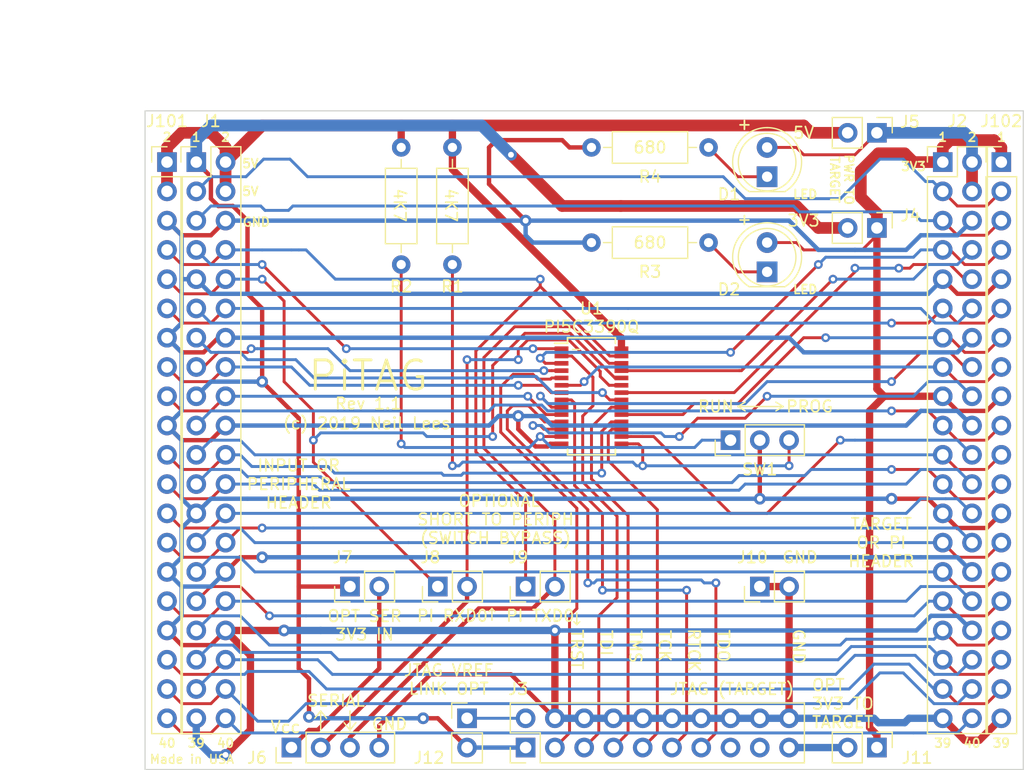
<source format=kicad_pcb>
(kicad_pcb (version 20171130) (host pcbnew "(5.1.4)-1")

  (general
    (thickness 1.6)
    (drawings 79)
    (tracks 836)
    (zones 0)
    (modules 26)
    (nets 59)
  )

  (page A4)
  (layers
    (0 F.Cu signal)
    (31 B.Cu signal)
    (36 B.SilkS user)
    (37 F.SilkS user)
    (38 B.Mask user)
    (39 F.Mask user)
    (40 Dwgs.User user)
    (41 Cmts.User user)
    (42 Eco1.User user)
    (43 Eco2.User user)
    (44 Edge.Cuts user)
    (45 Margin user)
    (46 B.CrtYd user)
    (47 F.CrtYd user)
  )

  (setup
    (last_trace_width 0.254)
    (trace_clearance 0.0508)
    (zone_clearance 0.508)
    (zone_45_only no)
    (trace_min 0.1524)
    (via_size 0.762)
    (via_drill 0.381)
    (via_min_size 0.508)
    (via_min_drill 0.254)
    (uvia_size 0.508)
    (uvia_drill 0.254)
    (uvias_allowed no)
    (uvia_min_size 0.508)
    (uvia_min_drill 0.254)
    (edge_width 0.05)
    (segment_width 0.2)
    (pcb_text_width 0.3)
    (pcb_text_size 1.5 1.5)
    (mod_edge_width 0.12)
    (mod_text_size 1 1)
    (mod_text_width 0.15)
    (pad_size 1.7 1.7)
    (pad_drill 1)
    (pad_to_mask_clearance 0.0508)
    (solder_mask_min_width 0.1016)
    (aux_axis_origin 0 0)
    (visible_elements 7FFFFFFF)
    (pcbplotparams
      (layerselection 0x010fc_ffffffff)
      (usegerberextensions false)
      (usegerberattributes false)
      (usegerberadvancedattributes false)
      (creategerberjobfile false)
      (excludeedgelayer true)
      (linewidth 0.100000)
      (plotframeref false)
      (viasonmask false)
      (mode 1)
      (useauxorigin false)
      (hpglpennumber 1)
      (hpglpenspeed 20)
      (hpglpendiameter 15.000000)
      (psnegative false)
      (psa4output false)
      (plotreference true)
      (plotvalue true)
      (plotinvisibletext false)
      (padsonsilk false)
      (subtractmaskfromsilk false)
      (outputformat 1)
      (mirror false)
      (drillshape 1)
      (scaleselection 1)
      (outputdirectory ""))
  )

  (net 0 "")
  (net 1 "Net-(D1-Pad1)")
  (net 2 "Net-(D2-Pad1)")
  (net 3 "Net-(J1-Pad40)")
  (net 4 GND)
  (net 5 "Net-(J1-Pad38)")
  (net 6 "Net-(J1-Pad37)")
  (net 7 "Net-(J1-Pad36)")
  (net 8 "Net-(J1-Pad35)")
  (net 9 "Net-(J1-Pad22)")
  (net 10 "Net-(J1-Pad18)")
  (net 11 +3V3)
  (net 12 "Net-(J1-Pad16)")
  (net 13 "Net-(J1-Pad15)")
  (net 14 "Net-(J1-Pad13)")
  (net 15 "Net-(J1-Pad12)")
  (net 16 "Net-(J1-Pad11)")
  (net 17 "Net-(J1-Pad10)")
  (net 18 "Net-(J1-Pad8)")
  (net 19 "Net-(J1-Pad7)")
  (net 20 +5V)
  (net 21 "Net-(J2-Pad8)")
  (net 22 "Net-(J2-Pad10)")
  (net 23 "Net-(J2-Pad16)")
  (net 24 "Net-(J2-Pad18)")
  (net 25 "Net-(J2-Pad22)")
  (net 26 "Net-(J3-Pad3)")
  (net 27 "Net-(J3-Pad5)")
  (net 28 "Net-(J3-Pad7)")
  (net 29 "Net-(J3-Pad9)")
  (net 30 "Net-(J3-Pad11)")
  (net 31 "Net-(J3-Pad13)")
  (net 32 "Net-(J3-Pad15)")
  (net 33 "Net-(J3-Pad17)")
  (net 34 "Net-(J11-Pad2)")
  (net 35 "Net-(J6-Pad1)")
  (net 36 "Net-(J6-Pad2)")
  (net 37 "Net-(J6-Pad3)")
  (net 38 "Net-(R1-Pad2)")
  (net 39 "Net-(R2-Pad2)")
  (net 40 GPIO13)
  (net 41 GPIO12)
  (net 42 GPIO6)
  (net 43 GPIO5)
  (net 44 GPIO1)
  (net 45 GPIO0)
  (net 46 GPIO7)
  (net 47 GPIO8)
  (net 48 GPIO11)
  (net 49 GPIO9)
  (net 50 GPIO10)
  (net 51 GPIO3)
  (net 52 GPIO2)
  (net 53 "Net-(J102-Pad4)")
  (net 54 "Net-(J102-Pad7)")
  (net 55 "Net-(J102-Pad8)")
  (net 56 /5V_TARGET)
  (net 57 /3V3_TARGET)
  (net 58 "Net-(J12-Pad1)")

  (net_class Default "This is the default net class."
    (clearance 0.0508)
    (trace_width 0.254)
    (via_dia 0.762)
    (via_drill 0.381)
    (uvia_dia 0.508)
    (uvia_drill 0.254)
    (diff_pair_width 0.1524)
    (diff_pair_gap 0.0508)
    (add_net /3V3_TARGET)
    (add_net /5V_TARGET)
    (add_net GPIO0)
    (add_net GPIO1)
    (add_net GPIO10)
    (add_net GPIO11)
    (add_net GPIO12)
    (add_net GPIO13)
    (add_net GPIO2)
    (add_net GPIO3)
    (add_net GPIO5)
    (add_net GPIO6)
    (add_net GPIO7)
    (add_net GPIO8)
    (add_net GPIO9)
    (add_net "Net-(D1-Pad1)")
    (add_net "Net-(D2-Pad1)")
    (add_net "Net-(J1-Pad10)")
    (add_net "Net-(J1-Pad11)")
    (add_net "Net-(J1-Pad12)")
    (add_net "Net-(J1-Pad13)")
    (add_net "Net-(J1-Pad15)")
    (add_net "Net-(J1-Pad16)")
    (add_net "Net-(J1-Pad18)")
    (add_net "Net-(J1-Pad22)")
    (add_net "Net-(J1-Pad35)")
    (add_net "Net-(J1-Pad36)")
    (add_net "Net-(J1-Pad37)")
    (add_net "Net-(J1-Pad38)")
    (add_net "Net-(J1-Pad40)")
    (add_net "Net-(J1-Pad7)")
    (add_net "Net-(J1-Pad8)")
    (add_net "Net-(J102-Pad4)")
    (add_net "Net-(J102-Pad7)")
    (add_net "Net-(J102-Pad8)")
    (add_net "Net-(J11-Pad2)")
    (add_net "Net-(J12-Pad1)")
    (add_net "Net-(J2-Pad10)")
    (add_net "Net-(J2-Pad16)")
    (add_net "Net-(J2-Pad18)")
    (add_net "Net-(J2-Pad22)")
    (add_net "Net-(J2-Pad8)")
    (add_net "Net-(J3-Pad11)")
    (add_net "Net-(J3-Pad13)")
    (add_net "Net-(J3-Pad15)")
    (add_net "Net-(J3-Pad17)")
    (add_net "Net-(J3-Pad3)")
    (add_net "Net-(J3-Pad5)")
    (add_net "Net-(J3-Pad7)")
    (add_net "Net-(J3-Pad9)")
    (add_net "Net-(J6-Pad1)")
    (add_net "Net-(J6-Pad2)")
    (add_net "Net-(J6-Pad3)")
    (add_net "Net-(R1-Pad2)")
    (add_net "Net-(R2-Pad2)")
  )

  (net_class Power1 ""
    (clearance 0.0508)
    (trace_width 0.381)
    (via_dia 1.016)
    (via_drill 0.508)
    (uvia_dia 0.508)
    (uvia_drill 0.254)
    (diff_pair_width 0.1524)
    (diff_pair_gap 0.0508)
    (add_net +3V3)
    (add_net +5V)
    (add_net GND)
  )

  (module MountingHole:MountingHole_2.2mm_M2 (layer F.Cu) (tedit 56D1B4CB) (tstamp 5E0192B8)
    (at 166.37 120.65)
    (descr "Mounting Hole 2.2mm, no annular, M2")
    (tags "mounting hole 2.2mm no annular m2")
    (attr virtual)
    (fp_text reference REF** (at 0 -3.2) (layer F.SilkS) hide
      (effects (font (size 1 1) (thickness 0.15)))
    )
    (fp_text value MountingHole_2.2mm_M2 (at 0 3.2) (layer F.Fab)
      (effects (font (size 1 1) (thickness 0.15)))
    )
    (fp_circle (center 0 0) (end 2.45 0) (layer F.CrtYd) (width 0.05))
    (fp_circle (center 0 0) (end 2.2 0) (layer Cmts.User) (width 0.15))
    (fp_text user %R (at 0.3 0) (layer F.Fab)
      (effects (font (size 1 1) (thickness 0.15)))
    )
    (pad 1 np_thru_hole circle (at 0 0) (size 2.2 2.2) (drill 2.2) (layers *.Cu *.Mask))
  )

  (module MountingHole:MountingHole_2.2mm_M2 (layer F.Cu) (tedit 56D1B4CB) (tstamp 5E01929B)
    (at 113.03 120.65)
    (descr "Mounting Hole 2.2mm, no annular, M2")
    (tags "mounting hole 2.2mm no annular m2")
    (attr virtual)
    (fp_text reference REF** (at 0 -3.2) (layer F.SilkS) hide
      (effects (font (size 1 1) (thickness 0.15)))
    )
    (fp_text value MountingHole_2.2mm_M2 (at 0 3.2) (layer F.Fab)
      (effects (font (size 1 1) (thickness 0.15)))
    )
    (fp_circle (center 0 0) (end 2.45 0) (layer F.CrtYd) (width 0.05))
    (fp_circle (center 0 0) (end 2.2 0) (layer Cmts.User) (width 0.15))
    (fp_text user %R (at 0.3 0) (layer F.Fab)
      (effects (font (size 1 1) (thickness 0.15)))
    )
    (pad 1 np_thru_hole circle (at 0 0) (size 2.2 2.2) (drill 2.2) (layers *.Cu *.Mask))
  )

  (module MountingHole:MountingHole_2.2mm_M2 (layer F.Cu) (tedit 56D1B4CB) (tstamp 5E01927E)
    (at 166.37 76.2)
    (descr "Mounting Hole 2.2mm, no annular, M2")
    (tags "mounting hole 2.2mm no annular m2")
    (attr virtual)
    (fp_text reference REF** (at 0 -3.2) (layer F.SilkS) hide
      (effects (font (size 1 1) (thickness 0.15)))
    )
    (fp_text value MountingHole_2.2mm_M2 (at 0 3.2) (layer F.Fab)
      (effects (font (size 1 1) (thickness 0.15)))
    )
    (fp_circle (center 0 0) (end 2.45 0) (layer F.CrtYd) (width 0.05))
    (fp_circle (center 0 0) (end 2.2 0) (layer Cmts.User) (width 0.15))
    (fp_text user %R (at 0.3 0) (layer F.Fab)
      (effects (font (size 1 1) (thickness 0.15)))
    )
    (pad 1 np_thru_hole circle (at 0 0) (size 2.2 2.2) (drill 2.2) (layers *.Cu *.Mask))
  )

  (module MountingHole:MountingHole_2.2mm_M2 (layer F.Cu) (tedit 56D1B4CB) (tstamp 5E019261)
    (at 113.03 76.2)
    (descr "Mounting Hole 2.2mm, no annular, M2")
    (tags "mounting hole 2.2mm no annular m2")
    (attr virtual)
    (fp_text reference REF** (at 0 -3.2) (layer F.SilkS) hide
      (effects (font (size 1 1) (thickness 0.15)))
    )
    (fp_text value MountingHole_2.2mm_M2 (at 0 3.2) (layer F.Fab)
      (effects (font (size 1 1) (thickness 0.15)))
    )
    (fp_circle (center 0 0) (end 2.45 0) (layer F.CrtYd) (width 0.05))
    (fp_circle (center 0 0) (end 2.2 0) (layer Cmts.User) (width 0.15))
    (fp_text user %R (at 0.3 0) (layer F.Fab)
      (effects (font (size 1 1) (thickness 0.15)))
    )
    (pad 1 np_thru_hole circle (at 0 0) (size 2.2 2.2) (drill 2.2) (layers *.Cu *.Mask))
  )

  (module LED_THT:LED_D5.0mm (layer F.Cu) (tedit 5995936A) (tstamp 5E01851B)
    (at 155.575 83.82 90)
    (descr "LED, diameter 5.0mm, 2 pins, http://cdn-reichelt.de/documents/datenblatt/A500/LL-504BC2E-009.pdf")
    (tags "LED diameter 5.0mm 2 pins")
    (path /5E2AD000)
    (fp_text reference D2 (at -1.524 -3.302) (layer F.SilkS)
      (effects (font (size 1 1) (thickness 0.15)))
    )
    (fp_text value LED (at 1.27 3.96 90) (layer F.Fab)
      (effects (font (size 1 1) (thickness 0.15)))
    )
    (fp_text user %R (at 1.25 0 90) (layer F.Fab)
      (effects (font (size 0.8 0.8) (thickness 0.2)))
    )
    (fp_line (start 4.5 -3.25) (end -1.95 -3.25) (layer F.CrtYd) (width 0.05))
    (fp_line (start 4.5 3.25) (end 4.5 -3.25) (layer F.CrtYd) (width 0.05))
    (fp_line (start -1.95 3.25) (end 4.5 3.25) (layer F.CrtYd) (width 0.05))
    (fp_line (start -1.95 -3.25) (end -1.95 3.25) (layer F.CrtYd) (width 0.05))
    (fp_line (start -1.29 -1.545) (end -1.29 1.545) (layer F.SilkS) (width 0.12))
    (fp_line (start -1.23 -1.469694) (end -1.23 1.469694) (layer F.Fab) (width 0.1))
    (fp_circle (center 1.27 0) (end 3.77 0) (layer F.SilkS) (width 0.12))
    (fp_circle (center 1.27 0) (end 3.77 0) (layer F.Fab) (width 0.1))
    (fp_arc (start 1.27 0) (end -1.29 1.54483) (angle -148.9) (layer F.SilkS) (width 0.12))
    (fp_arc (start 1.27 0) (end -1.29 -1.54483) (angle 148.9) (layer F.SilkS) (width 0.12))
    (fp_arc (start 1.27 0) (end -1.23 -1.469694) (angle 299.1) (layer F.Fab) (width 0.1))
    (pad 2 thru_hole circle (at 2.54 0 90) (size 1.8 1.8) (drill 0.9) (layers *.Cu *.Mask)
      (net 57 /3V3_TARGET))
    (pad 1 thru_hole rect (at 0 0 90) (size 1.8 1.8) (drill 0.9) (layers *.Cu *.Mask)
      (net 2 "Net-(D2-Pad1)"))
    (model ${KISYS3DMOD}/LED_THT.3dshapes/LED_D5.0mm.wrl
      (at (xyz 0 0 0))
      (scale (xyz 1 1 1))
      (rotate (xyz 0 0 0))
    )
  )

  (module LED_THT:LED_D5.0mm (layer F.Cu) (tedit 5995936A) (tstamp 5E018509)
    (at 155.575 75.565 90)
    (descr "LED, diameter 5.0mm, 2 pins, http://cdn-reichelt.de/documents/datenblatt/A500/LL-504BC2E-009.pdf")
    (tags "LED diameter 5.0mm 2 pins")
    (path /5E2A9B78)
    (fp_text reference D1 (at -1.524 -3.302) (layer F.SilkS)
      (effects (font (size 1 1) (thickness 0.15)))
    )
    (fp_text value LED (at 1.27 3.96 90) (layer F.Fab)
      (effects (font (size 1 1) (thickness 0.15)))
    )
    (fp_text user %R (at 1.25 0 90) (layer F.Fab)
      (effects (font (size 0.8 0.8) (thickness 0.2)))
    )
    (fp_line (start 4.5 -3.25) (end -1.95 -3.25) (layer F.CrtYd) (width 0.05))
    (fp_line (start 4.5 3.25) (end 4.5 -3.25) (layer F.CrtYd) (width 0.05))
    (fp_line (start -1.95 3.25) (end 4.5 3.25) (layer F.CrtYd) (width 0.05))
    (fp_line (start -1.95 -3.25) (end -1.95 3.25) (layer F.CrtYd) (width 0.05))
    (fp_line (start -1.29 -1.545) (end -1.29 1.545) (layer F.SilkS) (width 0.12))
    (fp_line (start -1.23 -1.469694) (end -1.23 1.469694) (layer F.Fab) (width 0.1))
    (fp_circle (center 1.27 0) (end 3.77 0) (layer F.SilkS) (width 0.12))
    (fp_circle (center 1.27 0) (end 3.77 0) (layer F.Fab) (width 0.1))
    (fp_arc (start 1.27 0) (end -1.29 1.54483) (angle -148.9) (layer F.SilkS) (width 0.12))
    (fp_arc (start 1.27 0) (end -1.29 -1.54483) (angle 148.9) (layer F.SilkS) (width 0.12))
    (fp_arc (start 1.27 0) (end -1.23 -1.469694) (angle 299.1) (layer F.Fab) (width 0.1))
    (pad 2 thru_hole circle (at 2.54 0 90) (size 1.8 1.8) (drill 0.9) (layers *.Cu *.Mask)
      (net 56 /5V_TARGET))
    (pad 1 thru_hole rect (at 0 0 90) (size 1.8 1.8) (drill 0.9) (layers *.Cu *.Mask)
      (net 1 "Net-(D1-Pad1)"))
    (model ${KISYS3DMOD}/LED_THT.3dshapes/LED_D5.0mm.wrl
      (at (xyz 0 0 0))
      (scale (xyz 1 1 1))
      (rotate (xyz 0 0 0))
    )
  )

  (module Package_SO:SSOP-28_3.9x9.9mm_P0.635mm (layer F.Cu) (tedit 5A02F25C) (tstamp 5DE3A9D0)
    (at 140.335 94.615)
    (descr "SSOP28: plastic shrink small outline package; 28 leads; body width 3.9 mm; lead pitch 0.635; (see http://cds.linear.com/docs/en/datasheet/38901fb.pdf)")
    (tags "SSOP 0.635")
    (path /5DEABF7A)
    (attr smd)
    (fp_text reference U1 (at 0 -7.62) (layer F.SilkS)
      (effects (font (size 1 1) (thickness 0.15)))
    )
    (fp_text value PI5C3390Q (at -0.1 6.2) (layer F.Fab)
      (effects (font (size 1 1) (thickness 0.15)))
    )
    (fp_line (start -0.95 -4.95) (end 1.95 -4.95) (layer F.Fab) (width 0.15))
    (fp_line (start 1.95 -4.95) (end 1.95 4.95) (layer F.Fab) (width 0.15))
    (fp_line (start 1.95 4.95) (end -1.95 4.95) (layer F.Fab) (width 0.15))
    (fp_line (start -1.95 4.95) (end -1.95 -4) (layer F.Fab) (width 0.15))
    (fp_line (start -1.95 -4) (end -0.95 -4.95) (layer F.Fab) (width 0.15))
    (fp_line (start -3.45 -5.2) (end -3.45 5.2) (layer F.CrtYd) (width 0.05))
    (fp_line (start 3.45 -5.2) (end 3.45 5.2) (layer F.CrtYd) (width 0.05))
    (fp_line (start -3.45 -5.2) (end 3.45 -5.2) (layer F.CrtYd) (width 0.05))
    (fp_line (start -3.45 5.2) (end 3.45 5.2) (layer F.CrtYd) (width 0.05))
    (fp_line (start -2.075 -5.08) (end -2.075 -4.6) (layer F.SilkS) (width 0.15))
    (fp_line (start 2.075 -5.08) (end 2.075 -4.6) (layer F.SilkS) (width 0.15))
    (fp_line (start 2.075 5.08) (end 2.075 4.6) (layer F.SilkS) (width 0.15))
    (fp_line (start -2.075 5.08) (end -2.075 4.6) (layer F.SilkS) (width 0.15))
    (fp_line (start -2.075 -5.08) (end 2.075 -5.08) (layer F.SilkS) (width 0.15))
    (fp_line (start -2.075 5.08) (end 2.075 5.08) (layer F.SilkS) (width 0.15))
    (fp_line (start -2.075 -4.6) (end -3.2 -4.6) (layer F.SilkS) (width 0.15))
    (fp_text user %R (at 0 0) (layer F.Fab)
      (effects (font (size 0.8 0.8) (thickness 0.15)))
    )
    (pad 1 smd rect (at -2.6 -4.1275) (size 1.2 0.4) (layers F.Cu F.Paste F.Mask)
      (net 19 "Net-(J1-Pad7)"))
    (pad 2 smd rect (at -2.6 -3.4925) (size 1.2 0.4) (layers F.Cu F.Paste F.Mask)
      (net 27 "Net-(J3-Pad5)"))
    (pad 3 smd rect (at -2.6 -2.8575) (size 1.2 0.4) (layers F.Cu F.Paste F.Mask)
      (net 53 "Net-(J102-Pad4)"))
    (pad 4 smd rect (at -2.6 -2.2225) (size 1.2 0.4) (layers F.Cu F.Paste F.Mask)
      (net 13 "Net-(J1-Pad15)"))
    (pad 5 smd rect (at -2.6 -1.5875) (size 1.2 0.4) (layers F.Cu F.Paste F.Mask)
      (net 26 "Net-(J3-Pad3)"))
    (pad 6 smd rect (at -2.6 -0.9525) (size 1.2 0.4) (layers F.Cu F.Paste F.Mask)
      (net 55 "Net-(J102-Pad8)"))
    (pad 7 smd rect (at -2.6 -0.3175) (size 1.2 0.4) (layers F.Cu F.Paste F.Mask)
      (net 12 "Net-(J1-Pad16)"))
    (pad 8 smd rect (at -2.6 0.3175) (size 1.2 0.4) (layers F.Cu F.Paste F.Mask)
      (net 30 "Net-(J3-Pad11)"))
    (pad 9 smd rect (at -2.6 0.9525) (size 1.2 0.4) (layers F.Cu F.Paste F.Mask)
      (net 23 "Net-(J2-Pad16)"))
    (pad 10 smd rect (at -2.6 1.5875) (size 1.2 0.4) (layers F.Cu F.Paste F.Mask)
      (net 10 "Net-(J1-Pad18)"))
    (pad 11 smd rect (at -2.6 2.2225) (size 1.2 0.4) (layers F.Cu F.Paste F.Mask)
      (net 31 "Net-(J3-Pad13)"))
    (pad 12 smd rect (at -2.6 2.8575) (size 1.2 0.4) (layers F.Cu F.Paste F.Mask)
      (net 24 "Net-(J2-Pad18)"))
    (pad 13 smd rect (at -2.6 3.4925) (size 1.2 0.4) (layers F.Cu F.Paste F.Mask)
      (net 39 "Net-(R2-Pad2)"))
    (pad 14 smd rect (at -2.6 4.1275) (size 1.2 0.4) (layers F.Cu F.Paste F.Mask)
      (net 4 GND))
    (pad 15 smd rect (at 2.6 4.1275) (size 1.2 0.4) (layers F.Cu F.Paste F.Mask)
      (net 38 "Net-(R1-Pad2)"))
    (pad 16 smd rect (at 2.6 3.4925) (size 1.2 0.4) (layers F.Cu F.Paste F.Mask)
      (net 25 "Net-(J2-Pad22)"))
    (pad 17 smd rect (at 2.6 2.8575) (size 1.2 0.4) (layers F.Cu F.Paste F.Mask)
      (net 29 "Net-(J3-Pad9)"))
    (pad 18 smd rect (at 2.6 2.2225) (size 1.2 0.4) (layers F.Cu F.Paste F.Mask)
      (net 9 "Net-(J1-Pad22)"))
    (pad 19 smd rect (at 2.6 1.5875) (size 1.2 0.4) (layers F.Cu F.Paste F.Mask)
      (net 54 "Net-(J102-Pad7)"))
    (pad 20 smd rect (at 2.6 0.9525) (size 1.2 0.4) (layers F.Cu F.Paste F.Mask)
      (net 28 "Net-(J3-Pad7)"))
    (pad 21 smd rect (at 2.6 0.3175) (size 1.2 0.4) (layers F.Cu F.Paste F.Mask)
      (net 14 "Net-(J1-Pad13)"))
    (pad 22 smd rect (at 2.6 -0.3175) (size 1.2 0.4) (layers F.Cu F.Paste F.Mask)
      (net 22 "Net-(J2-Pad10)"))
    (pad 23 smd rect (at 2.6 -0.9525) (size 1.2 0.4) (layers F.Cu F.Paste F.Mask)
      (net 36 "Net-(J6-Pad2)"))
    (pad 24 smd rect (at 2.6 -1.5875) (size 1.2 0.4) (layers F.Cu F.Paste F.Mask)
      (net 17 "Net-(J1-Pad10)"))
    (pad 25 smd rect (at 2.6 -2.2225) (size 1.2 0.4) (layers F.Cu F.Paste F.Mask)
      (net 21 "Net-(J2-Pad8)"))
    (pad 26 smd rect (at 2.6 -2.8575) (size 1.2 0.4) (layers F.Cu F.Paste F.Mask)
      (net 37 "Net-(J6-Pad3)"))
    (pad 27 smd rect (at 2.6 -3.4925) (size 1.2 0.4) (layers F.Cu F.Paste F.Mask)
      (net 18 "Net-(J1-Pad8)"))
    (pad 28 smd rect (at 2.6 -4.1275) (size 1.2 0.4) (layers F.Cu F.Paste F.Mask)
      (net 20 +5V))
    (model ${KISYS3DMOD}/Package_SO.3dshapes/SSOP-28_3.9x9.9mm_P0.635mm.wrl
      (at (xyz 0 0 0))
      (scale (xyz 1 1 1))
      (rotate (xyz 0 0 0))
    )
  )

  (module Connector_PinHeader_2.54mm:PinHeader_1x02_P2.54mm_Vertical (layer F.Cu) (tedit 59FED5CC) (tstamp 5DE393B1)
    (at 129.54 122.555)
    (descr "Through hole straight pin header, 1x02, 2.54mm pitch, single row")
    (tags "Through hole pin header THT 1x02 2.54mm single row")
    (path /5FEE5F17)
    (fp_text reference J12 (at -3.302 3.429) (layer F.SilkS)
      (effects (font (size 1 1) (thickness 0.15)))
    )
    (fp_text value Conn_01x02 (at 0 4.87) (layer F.Fab)
      (effects (font (size 1 1) (thickness 0.15)))
    )
    (fp_text user %R (at 0 1.27 90) (layer F.Fab)
      (effects (font (size 1 1) (thickness 0.15)))
    )
    (fp_line (start 1.8 -1.8) (end -1.8 -1.8) (layer F.CrtYd) (width 0.05))
    (fp_line (start 1.8 4.35) (end 1.8 -1.8) (layer F.CrtYd) (width 0.05))
    (fp_line (start -1.8 4.35) (end 1.8 4.35) (layer F.CrtYd) (width 0.05))
    (fp_line (start -1.8 -1.8) (end -1.8 4.35) (layer F.CrtYd) (width 0.05))
    (fp_line (start -1.33 -1.33) (end 0 -1.33) (layer F.SilkS) (width 0.12))
    (fp_line (start -1.33 0) (end -1.33 -1.33) (layer F.SilkS) (width 0.12))
    (fp_line (start -1.33 1.27) (end 1.33 1.27) (layer F.SilkS) (width 0.12))
    (fp_line (start 1.33 1.27) (end 1.33 3.87) (layer F.SilkS) (width 0.12))
    (fp_line (start -1.33 1.27) (end -1.33 3.87) (layer F.SilkS) (width 0.12))
    (fp_line (start -1.33 3.87) (end 1.33 3.87) (layer F.SilkS) (width 0.12))
    (fp_line (start -1.27 -0.635) (end -0.635 -1.27) (layer F.Fab) (width 0.1))
    (fp_line (start -1.27 3.81) (end -1.27 -0.635) (layer F.Fab) (width 0.1))
    (fp_line (start 1.27 3.81) (end -1.27 3.81) (layer F.Fab) (width 0.1))
    (fp_line (start 1.27 -1.27) (end 1.27 3.81) (layer F.Fab) (width 0.1))
    (fp_line (start -0.635 -1.27) (end 1.27 -1.27) (layer F.Fab) (width 0.1))
    (pad 2 thru_hole oval (at 0 2.54) (size 1.7 1.7) (drill 1) (layers *.Cu *.Mask)
      (net 11 +3V3))
    (pad 1 thru_hole rect (at 0 0) (size 1.7 1.7) (drill 1) (layers *.Cu *.Mask)
      (net 58 "Net-(J12-Pad1)"))
    (model ${KISYS3DMOD}/Connector_PinHeader_2.54mm.3dshapes/PinHeader_1x02_P2.54mm_Vertical.wrl
      (at (xyz 0 0 0))
      (scale (xyz 1 1 1))
      (rotate (xyz 0 0 0))
    )
  )

  (module Connector_PinHeader_2.54mm:PinHeader_2x20_P2.54mm_Vertical (layer F.Cu) (tedit 59FED5CC) (tstamp 5DE363DC)
    (at 106.045 74.295)
    (descr "Through hole straight pin header, 2x20, 2.54mm pitch, double rows")
    (tags "Through hole pin header THT 2x20 2.54mm double row")
    (path /5DE3EE80)
    (fp_text reference J1 (at 1.27 -3.556) (layer F.SilkS)
      (effects (font (size 1 1) (thickness 0.15)))
    )
    (fp_text value Raspberry_Pi_2_3 (at 1.27 50.59) (layer F.Fab)
      (effects (font (size 1 1) (thickness 0.15)))
    )
    (fp_text user %R (at 1.27 24.13 90) (layer F.Fab)
      (effects (font (size 1 1) (thickness 0.15)))
    )
    (fp_line (start 4.35 -1.8) (end -1.8 -1.8) (layer F.CrtYd) (width 0.05))
    (fp_line (start 4.35 50.05) (end 4.35 -1.8) (layer F.CrtYd) (width 0.05))
    (fp_line (start -1.8 50.05) (end 4.35 50.05) (layer F.CrtYd) (width 0.05))
    (fp_line (start -1.8 -1.8) (end -1.8 50.05) (layer F.CrtYd) (width 0.05))
    (fp_line (start -1.33 -1.33) (end 0 -1.33) (layer F.SilkS) (width 0.12))
    (fp_line (start -1.33 0) (end -1.33 -1.33) (layer F.SilkS) (width 0.12))
    (fp_line (start 1.27 -1.33) (end 3.87 -1.33) (layer F.SilkS) (width 0.12))
    (fp_line (start 1.27 1.27) (end 1.27 -1.33) (layer F.SilkS) (width 0.12))
    (fp_line (start -1.33 1.27) (end 1.27 1.27) (layer F.SilkS) (width 0.12))
    (fp_line (start 3.87 -1.33) (end 3.87 49.59) (layer F.SilkS) (width 0.12))
    (fp_line (start -1.33 1.27) (end -1.33 49.59) (layer F.SilkS) (width 0.12))
    (fp_line (start -1.33 49.59) (end 3.87 49.59) (layer F.SilkS) (width 0.12))
    (fp_line (start -1.27 0) (end 0 -1.27) (layer F.Fab) (width 0.1))
    (fp_line (start -1.27 49.53) (end -1.27 0) (layer F.Fab) (width 0.1))
    (fp_line (start 3.81 49.53) (end -1.27 49.53) (layer F.Fab) (width 0.1))
    (fp_line (start 3.81 -1.27) (end 3.81 49.53) (layer F.Fab) (width 0.1))
    (fp_line (start 0 -1.27) (end 3.81 -1.27) (layer F.Fab) (width 0.1))
    (pad 40 thru_hole oval (at 2.54 48.26) (size 1.7 1.7) (drill 1) (layers *.Cu *.Mask)
      (net 3 "Net-(J1-Pad40)"))
    (pad 39 thru_hole oval (at 0 48.26) (size 1.7 1.7) (drill 1) (layers *.Cu *.Mask)
      (net 4 GND))
    (pad 38 thru_hole oval (at 2.54 45.72) (size 1.7 1.7) (drill 1) (layers *.Cu *.Mask)
      (net 5 "Net-(J1-Pad38)"))
    (pad 37 thru_hole oval (at 0 45.72) (size 1.7 1.7) (drill 1) (layers *.Cu *.Mask)
      (net 6 "Net-(J1-Pad37)"))
    (pad 36 thru_hole oval (at 2.54 43.18) (size 1.7 1.7) (drill 1) (layers *.Cu *.Mask)
      (net 7 "Net-(J1-Pad36)"))
    (pad 35 thru_hole oval (at 0 43.18) (size 1.7 1.7) (drill 1) (layers *.Cu *.Mask)
      (net 8 "Net-(J1-Pad35)"))
    (pad 34 thru_hole oval (at 2.54 40.64) (size 1.7 1.7) (drill 1) (layers *.Cu *.Mask)
      (net 4 GND))
    (pad 33 thru_hole oval (at 0 40.64) (size 1.7 1.7) (drill 1) (layers *.Cu *.Mask)
      (net 40 GPIO13))
    (pad 32 thru_hole oval (at 2.54 38.1) (size 1.7 1.7) (drill 1) (layers *.Cu *.Mask)
      (net 41 GPIO12))
    (pad 31 thru_hole oval (at 0 38.1) (size 1.7 1.7) (drill 1) (layers *.Cu *.Mask)
      (net 42 GPIO6))
    (pad 30 thru_hole oval (at 2.54 35.56) (size 1.7 1.7) (drill 1) (layers *.Cu *.Mask)
      (net 4 GND))
    (pad 29 thru_hole oval (at 0 35.56) (size 1.7 1.7) (drill 1) (layers *.Cu *.Mask)
      (net 43 GPIO5))
    (pad 28 thru_hole oval (at 2.54 33.02) (size 1.7 1.7) (drill 1) (layers *.Cu *.Mask)
      (net 44 GPIO1))
    (pad 27 thru_hole oval (at 0 33.02) (size 1.7 1.7) (drill 1) (layers *.Cu *.Mask)
      (net 45 GPIO0))
    (pad 26 thru_hole oval (at 2.54 30.48) (size 1.7 1.7) (drill 1) (layers *.Cu *.Mask)
      (net 46 GPIO7))
    (pad 25 thru_hole oval (at 0 30.48) (size 1.7 1.7) (drill 1) (layers *.Cu *.Mask)
      (net 4 GND))
    (pad 24 thru_hole oval (at 2.54 27.94) (size 1.7 1.7) (drill 1) (layers *.Cu *.Mask)
      (net 47 GPIO8))
    (pad 23 thru_hole oval (at 0 27.94) (size 1.7 1.7) (drill 1) (layers *.Cu *.Mask)
      (net 48 GPIO11))
    (pad 22 thru_hole oval (at 2.54 25.4) (size 1.7 1.7) (drill 1) (layers *.Cu *.Mask)
      (net 9 "Net-(J1-Pad22)"))
    (pad 21 thru_hole oval (at 0 25.4) (size 1.7 1.7) (drill 1) (layers *.Cu *.Mask)
      (net 49 GPIO9))
    (pad 20 thru_hole oval (at 2.54 22.86) (size 1.7 1.7) (drill 1) (layers *.Cu *.Mask)
      (net 4 GND))
    (pad 19 thru_hole oval (at 0 22.86) (size 1.7 1.7) (drill 1) (layers *.Cu *.Mask)
      (net 50 GPIO10))
    (pad 18 thru_hole oval (at 2.54 20.32) (size 1.7 1.7) (drill 1) (layers *.Cu *.Mask)
      (net 10 "Net-(J1-Pad18)"))
    (pad 17 thru_hole oval (at 0 20.32) (size 1.7 1.7) (drill 1) (layers *.Cu *.Mask)
      (net 11 +3V3))
    (pad 16 thru_hole oval (at 2.54 17.78) (size 1.7 1.7) (drill 1) (layers *.Cu *.Mask)
      (net 12 "Net-(J1-Pad16)"))
    (pad 15 thru_hole oval (at 0 17.78) (size 1.7 1.7) (drill 1) (layers *.Cu *.Mask)
      (net 13 "Net-(J1-Pad15)"))
    (pad 14 thru_hole oval (at 2.54 15.24) (size 1.7 1.7) (drill 1) (layers *.Cu *.Mask)
      (net 4 GND))
    (pad 13 thru_hole oval (at 0 15.24) (size 1.7 1.7) (drill 1) (layers *.Cu *.Mask)
      (net 14 "Net-(J1-Pad13)"))
    (pad 12 thru_hole oval (at 2.54 12.7) (size 1.7 1.7) (drill 1) (layers *.Cu *.Mask)
      (net 15 "Net-(J1-Pad12)"))
    (pad 11 thru_hole oval (at 0 12.7) (size 1.7 1.7) (drill 1) (layers *.Cu *.Mask)
      (net 16 "Net-(J1-Pad11)"))
    (pad 10 thru_hole oval (at 2.54 10.16) (size 1.7 1.7) (drill 1) (layers *.Cu *.Mask)
      (net 17 "Net-(J1-Pad10)"))
    (pad 9 thru_hole oval (at 0 10.16) (size 1.7 1.7) (drill 1) (layers *.Cu *.Mask)
      (net 4 GND))
    (pad 8 thru_hole oval (at 2.54 7.62) (size 1.7 1.7) (drill 1) (layers *.Cu *.Mask)
      (net 18 "Net-(J1-Pad8)"))
    (pad 7 thru_hole oval (at 0 7.62) (size 1.7 1.7) (drill 1) (layers *.Cu *.Mask)
      (net 19 "Net-(J1-Pad7)"))
    (pad 6 thru_hole oval (at 2.54 5.08) (size 1.7 1.7) (drill 1) (layers *.Cu *.Mask)
      (net 4 GND))
    (pad 5 thru_hole oval (at 0 5.08) (size 1.7 1.7) (drill 1) (layers *.Cu *.Mask)
      (net 51 GPIO3))
    (pad 4 thru_hole oval (at 2.54 2.54) (size 1.7 1.7) (drill 1) (layers *.Cu *.Mask)
      (net 20 +5V))
    (pad 3 thru_hole oval (at 0 2.54) (size 1.7 1.7) (drill 1) (layers *.Cu *.Mask)
      (net 52 GPIO2))
    (pad 2 thru_hole oval (at 2.54 0) (size 1.7 1.7) (drill 1) (layers *.Cu *.Mask)
      (net 20 +5V))
    (pad 1 thru_hole rect (at 0 0) (size 1.7 1.7) (drill 1) (layers *.Cu *.Mask)
      (net 11 +3V3))
    (model ${KISYS3DMOD}/Connector_PinHeader_2.54mm.3dshapes/PinHeader_2x20_P2.54mm_Vertical.wrl
      (at (xyz 0 0 0))
      (scale (xyz 1 1 1))
      (rotate (xyz 0 0 0))
    )
  )

  (module Connector_PinHeader_2.54mm:PinHeader_1x20_P2.54mm_Vertical (layer F.Cu) (tedit 59FED5CC) (tstamp 5DE370B8)
    (at 175.895 74.295)
    (descr "Through hole straight pin header, 1x20, 2.54mm pitch, single row")
    (tags "Through hole pin header THT 1x20 2.54mm single row")
    (path /5E869F3F)
    (fp_text reference J102 (at 0 -3.556) (layer F.SilkS)
      (effects (font (size 1 1) (thickness 0.15)))
    )
    (fp_text value Conn_01x20 (at 0 50.59) (layer F.Fab)
      (effects (font (size 1 1) (thickness 0.15)))
    )
    (fp_text user %R (at 0 24.13 90) (layer F.Fab)
      (effects (font (size 1 1) (thickness 0.15)))
    )
    (fp_line (start 1.8 -1.8) (end -1.8 -1.8) (layer F.CrtYd) (width 0.05))
    (fp_line (start 1.8 50.05) (end 1.8 -1.8) (layer F.CrtYd) (width 0.05))
    (fp_line (start -1.8 50.05) (end 1.8 50.05) (layer F.CrtYd) (width 0.05))
    (fp_line (start -1.8 -1.8) (end -1.8 50.05) (layer F.CrtYd) (width 0.05))
    (fp_line (start -1.33 -1.33) (end 0 -1.33) (layer F.SilkS) (width 0.12))
    (fp_line (start -1.33 0) (end -1.33 -1.33) (layer F.SilkS) (width 0.12))
    (fp_line (start -1.33 1.27) (end 1.33 1.27) (layer F.SilkS) (width 0.12))
    (fp_line (start 1.33 1.27) (end 1.33 49.59) (layer F.SilkS) (width 0.12))
    (fp_line (start -1.33 1.27) (end -1.33 49.59) (layer F.SilkS) (width 0.12))
    (fp_line (start -1.33 49.59) (end 1.33 49.59) (layer F.SilkS) (width 0.12))
    (fp_line (start -1.27 -0.635) (end -0.635 -1.27) (layer F.Fab) (width 0.1))
    (fp_line (start -1.27 49.53) (end -1.27 -0.635) (layer F.Fab) (width 0.1))
    (fp_line (start 1.27 49.53) (end -1.27 49.53) (layer F.Fab) (width 0.1))
    (fp_line (start 1.27 -1.27) (end 1.27 49.53) (layer F.Fab) (width 0.1))
    (fp_line (start -0.635 -1.27) (end 1.27 -1.27) (layer F.Fab) (width 0.1))
    (pad 20 thru_hole oval (at 0 48.26) (size 1.7 1.7) (drill 1) (layers *.Cu *.Mask)
      (net 4 GND))
    (pad 19 thru_hole oval (at 0 45.72) (size 1.7 1.7) (drill 1) (layers *.Cu *.Mask)
      (net 6 "Net-(J1-Pad37)"))
    (pad 18 thru_hole oval (at 0 43.18) (size 1.7 1.7) (drill 1) (layers *.Cu *.Mask)
      (net 8 "Net-(J1-Pad35)"))
    (pad 17 thru_hole oval (at 0 40.64) (size 1.7 1.7) (drill 1) (layers *.Cu *.Mask)
      (net 40 GPIO13))
    (pad 16 thru_hole oval (at 0 38.1) (size 1.7 1.7) (drill 1) (layers *.Cu *.Mask)
      (net 42 GPIO6))
    (pad 15 thru_hole oval (at 0 35.56) (size 1.7 1.7) (drill 1) (layers *.Cu *.Mask)
      (net 43 GPIO5))
    (pad 14 thru_hole oval (at 0 33.02) (size 1.7 1.7) (drill 1) (layers *.Cu *.Mask)
      (net 45 GPIO0))
    (pad 13 thru_hole oval (at 0 30.48) (size 1.7 1.7) (drill 1) (layers *.Cu *.Mask)
      (net 4 GND))
    (pad 12 thru_hole oval (at 0 27.94) (size 1.7 1.7) (drill 1) (layers *.Cu *.Mask)
      (net 48 GPIO11))
    (pad 11 thru_hole oval (at 0 25.4) (size 1.7 1.7) (drill 1) (layers *.Cu *.Mask)
      (net 49 GPIO9))
    (pad 10 thru_hole oval (at 0 22.86) (size 1.7 1.7) (drill 1) (layers *.Cu *.Mask)
      (net 50 GPIO10))
    (pad 9 thru_hole oval (at 0 20.32) (size 1.7 1.7) (drill 1) (layers *.Cu *.Mask)
      (net 57 /3V3_TARGET))
    (pad 8 thru_hole oval (at 0 17.78) (size 1.7 1.7) (drill 1) (layers *.Cu *.Mask)
      (net 55 "Net-(J102-Pad8)"))
    (pad 7 thru_hole oval (at 0 15.24) (size 1.7 1.7) (drill 1) (layers *.Cu *.Mask)
      (net 54 "Net-(J102-Pad7)"))
    (pad 6 thru_hole oval (at 0 12.7) (size 1.7 1.7) (drill 1) (layers *.Cu *.Mask)
      (net 16 "Net-(J1-Pad11)"))
    (pad 5 thru_hole oval (at 0 10.16) (size 1.7 1.7) (drill 1) (layers *.Cu *.Mask)
      (net 4 GND))
    (pad 4 thru_hole oval (at 0 7.62) (size 1.7 1.7) (drill 1) (layers *.Cu *.Mask)
      (net 53 "Net-(J102-Pad4)"))
    (pad 3 thru_hole oval (at 0 5.08) (size 1.7 1.7) (drill 1) (layers *.Cu *.Mask)
      (net 51 GPIO3))
    (pad 2 thru_hole oval (at 0 2.54) (size 1.7 1.7) (drill 1) (layers *.Cu *.Mask)
      (net 52 GPIO2))
    (pad 1 thru_hole rect (at 0 0) (size 1.7 1.7) (drill 1) (layers *.Cu *.Mask)
      (net 57 /3V3_TARGET))
    (model ${KISYS3DMOD}/Connector_PinHeader_2.54mm.3dshapes/PinHeader_1x20_P2.54mm_Vertical.wrl
      (at (xyz 0 0 0))
      (scale (xyz 1 1 1))
      (rotate (xyz 0 0 0))
    )
  )

  (module Connector_PinHeader_2.54mm:PinHeader_1x20_P2.54mm_Vertical (layer F.Cu) (tedit 59FED5CC) (tstamp 5DE36FCB)
    (at 103.505 74.295)
    (descr "Through hole straight pin header, 1x20, 2.54mm pitch, single row")
    (tags "Through hole pin header THT 1x20 2.54mm single row")
    (path /5E864FBB)
    (fp_text reference J101 (at 0 -3.556) (layer F.SilkS)
      (effects (font (size 1 1) (thickness 0.15)))
    )
    (fp_text value Conn_01x20 (at 0 50.59) (layer F.Fab)
      (effects (font (size 1 1) (thickness 0.15)))
    )
    (fp_text user %R (at 0 24.13 90) (layer F.Fab)
      (effects (font (size 1 1) (thickness 0.15)))
    )
    (fp_line (start 1.8 -1.8) (end -1.8 -1.8) (layer F.CrtYd) (width 0.05))
    (fp_line (start 1.8 50.05) (end 1.8 -1.8) (layer F.CrtYd) (width 0.05))
    (fp_line (start -1.8 50.05) (end 1.8 50.05) (layer F.CrtYd) (width 0.05))
    (fp_line (start -1.8 -1.8) (end -1.8 50.05) (layer F.CrtYd) (width 0.05))
    (fp_line (start -1.33 -1.33) (end 0 -1.33) (layer F.SilkS) (width 0.12))
    (fp_line (start -1.33 0) (end -1.33 -1.33) (layer F.SilkS) (width 0.12))
    (fp_line (start -1.33 1.27) (end 1.33 1.27) (layer F.SilkS) (width 0.12))
    (fp_line (start 1.33 1.27) (end 1.33 49.59) (layer F.SilkS) (width 0.12))
    (fp_line (start -1.33 1.27) (end -1.33 49.59) (layer F.SilkS) (width 0.12))
    (fp_line (start -1.33 49.59) (end 1.33 49.59) (layer F.SilkS) (width 0.12))
    (fp_line (start -1.27 -0.635) (end -0.635 -1.27) (layer F.Fab) (width 0.1))
    (fp_line (start -1.27 49.53) (end -1.27 -0.635) (layer F.Fab) (width 0.1))
    (fp_line (start 1.27 49.53) (end -1.27 49.53) (layer F.Fab) (width 0.1))
    (fp_line (start 1.27 -1.27) (end 1.27 49.53) (layer F.Fab) (width 0.1))
    (fp_line (start -0.635 -1.27) (end 1.27 -1.27) (layer F.Fab) (width 0.1))
    (pad 20 thru_hole oval (at 0 48.26) (size 1.7 1.7) (drill 1) (layers *.Cu *.Mask)
      (net 3 "Net-(J1-Pad40)"))
    (pad 19 thru_hole oval (at 0 45.72) (size 1.7 1.7) (drill 1) (layers *.Cu *.Mask)
      (net 5 "Net-(J1-Pad38)"))
    (pad 18 thru_hole oval (at 0 43.18) (size 1.7 1.7) (drill 1) (layers *.Cu *.Mask)
      (net 7 "Net-(J1-Pad36)"))
    (pad 17 thru_hole oval (at 0 40.64) (size 1.7 1.7) (drill 1) (layers *.Cu *.Mask)
      (net 4 GND))
    (pad 16 thru_hole oval (at 0 38.1) (size 1.7 1.7) (drill 1) (layers *.Cu *.Mask)
      (net 41 GPIO12))
    (pad 15 thru_hole oval (at 0 35.56) (size 1.7 1.7) (drill 1) (layers *.Cu *.Mask)
      (net 4 GND))
    (pad 14 thru_hole oval (at 0 33.02) (size 1.7 1.7) (drill 1) (layers *.Cu *.Mask)
      (net 44 GPIO1))
    (pad 13 thru_hole oval (at 0 30.48) (size 1.7 1.7) (drill 1) (layers *.Cu *.Mask)
      (net 46 GPIO7))
    (pad 12 thru_hole oval (at 0 27.94) (size 1.7 1.7) (drill 1) (layers *.Cu *.Mask)
      (net 47 GPIO8))
    (pad 11 thru_hole oval (at 0 25.4) (size 1.7 1.7) (drill 1) (layers *.Cu *.Mask)
      (net 9 "Net-(J1-Pad22)"))
    (pad 10 thru_hole oval (at 0 22.86) (size 1.7 1.7) (drill 1) (layers *.Cu *.Mask)
      (net 4 GND))
    (pad 9 thru_hole oval (at 0 20.32) (size 1.7 1.7) (drill 1) (layers *.Cu *.Mask)
      (net 10 "Net-(J1-Pad18)"))
    (pad 8 thru_hole oval (at 0 17.78) (size 1.7 1.7) (drill 1) (layers *.Cu *.Mask)
      (net 12 "Net-(J1-Pad16)"))
    (pad 7 thru_hole oval (at 0 15.24) (size 1.7 1.7) (drill 1) (layers *.Cu *.Mask)
      (net 4 GND))
    (pad 6 thru_hole oval (at 0 12.7) (size 1.7 1.7) (drill 1) (layers *.Cu *.Mask)
      (net 15 "Net-(J1-Pad12)"))
    (pad 5 thru_hole oval (at 0 10.16) (size 1.7 1.7) (drill 1) (layers *.Cu *.Mask)
      (net 17 "Net-(J1-Pad10)"))
    (pad 4 thru_hole oval (at 0 7.62) (size 1.7 1.7) (drill 1) (layers *.Cu *.Mask)
      (net 18 "Net-(J1-Pad8)"))
    (pad 3 thru_hole oval (at 0 5.08) (size 1.7 1.7) (drill 1) (layers *.Cu *.Mask)
      (net 4 GND))
    (pad 2 thru_hole oval (at 0 2.54) (size 1.7 1.7) (drill 1) (layers *.Cu *.Mask)
      (net 20 +5V))
    (pad 1 thru_hole rect (at 0 0) (size 1.7 1.7) (drill 1) (layers *.Cu *.Mask)
      (net 20 +5V))
    (model ${KISYS3DMOD}/Connector_PinHeader_2.54mm.3dshapes/PinHeader_1x20_P2.54mm_Vertical.wrl
      (at (xyz 0 0 0))
      (scale (xyz 1 1 1))
      (rotate (xyz 0 0 0))
    )
  )

  (module Connector_PinHeader_2.54mm:PinHeader_2x20_P2.54mm_Vertical (layer F.Cu) (tedit 5DE41E2C) (tstamp 5DE357C0)
    (at 170.815 74.295)
    (descr "Through hole straight pin header, 2x20, 2.54mm pitch, double rows")
    (tags "Through hole pin header THT 2x20 2.54mm double row")
    (path /5DE427A7)
    (fp_text reference J2 (at 1.27 -3.556) (layer F.SilkS)
      (effects (font (size 1 1) (thickness 0.15)))
    )
    (fp_text value Raspberry_Pi_2_3 (at 1.27 50.59) (layer F.Fab)
      (effects (font (size 1 1) (thickness 0.15)))
    )
    (fp_line (start 0 -1.27) (end 3.81 -1.27) (layer F.Fab) (width 0.1))
    (fp_line (start 3.81 -1.27) (end 3.81 49.53) (layer F.Fab) (width 0.1))
    (fp_line (start 3.81 49.53) (end -1.27 49.53) (layer F.Fab) (width 0.1))
    (fp_line (start -1.27 49.53) (end -1.27 0) (layer F.Fab) (width 0.1))
    (fp_line (start -1.27 0) (end 0 -1.27) (layer F.Fab) (width 0.1))
    (fp_line (start -1.33 49.59) (end 3.87 49.59) (layer F.SilkS) (width 0.12))
    (fp_line (start -1.33 1.27) (end -1.33 49.59) (layer F.SilkS) (width 0.12))
    (fp_line (start 3.87 -1.33) (end 3.87 49.59) (layer F.SilkS) (width 0.12))
    (fp_line (start -1.33 1.27) (end 1.27 1.27) (layer F.SilkS) (width 0.12))
    (fp_line (start 1.27 1.27) (end 1.27 -1.33) (layer F.SilkS) (width 0.12))
    (fp_line (start 1.27 -1.33) (end 3.87 -1.33) (layer F.SilkS) (width 0.12))
    (fp_line (start -1.33 0) (end -1.33 -1.33) (layer F.SilkS) (width 0.12))
    (fp_line (start -1.33 -1.33) (end 0 -1.33) (layer F.SilkS) (width 0.12))
    (fp_line (start -1.8 -1.8) (end -1.8 50.05) (layer F.CrtYd) (width 0.05))
    (fp_line (start -1.8 50.05) (end 4.35 50.05) (layer F.CrtYd) (width 0.05))
    (fp_line (start 4.35 50.05) (end 4.35 -1.8) (layer F.CrtYd) (width 0.05))
    (fp_line (start 4.35 -1.8) (end -1.8 -1.8) (layer F.CrtYd) (width 0.05))
    (fp_text user %R (at 1.27 24.13 90) (layer F.Fab)
      (effects (font (size 1 1) (thickness 0.15)))
    )
    (pad 1 thru_hole rect (at 0 0) (size 1.7 1.7) (drill 1) (layers *.Cu *.Mask)
      (net 57 /3V3_TARGET))
    (pad 2 thru_hole oval (at 2.54 0) (size 1.7 1.7) (drill 1) (layers *.Cu *.Mask)
      (net 56 /5V_TARGET))
    (pad 3 thru_hole oval (at 0 2.54) (size 1.7 1.7) (drill 1) (layers *.Cu *.Mask)
      (net 52 GPIO2))
    (pad 4 thru_hole oval (at 2.54 2.54) (size 1.7 1.7) (drill 1) (layers *.Cu *.Mask)
      (net 56 /5V_TARGET))
    (pad 5 thru_hole oval (at 0 5.08) (size 1.7 1.7) (drill 1) (layers *.Cu *.Mask)
      (net 51 GPIO3))
    (pad 6 thru_hole oval (at 2.54 5.08) (size 1.7 1.7) (drill 1) (layers *.Cu *.Mask)
      (net 4 GND))
    (pad 7 thru_hole oval (at 0 7.62) (size 1.7 1.7) (drill 1) (layers *.Cu *.Mask)
      (net 53 "Net-(J102-Pad4)"))
    (pad 8 thru_hole oval (at 2.54 7.62) (size 1.7 1.7) (drill 1) (layers *.Cu *.Mask)
      (net 21 "Net-(J2-Pad8)"))
    (pad 9 thru_hole oval (at 0 10.16) (size 1.7 1.7) (drill 1) (layers *.Cu *.Mask)
      (net 4 GND))
    (pad 10 thru_hole oval (at 2.54 10.16) (size 1.7 1.7) (drill 1) (layers *.Cu *.Mask)
      (net 22 "Net-(J2-Pad10)"))
    (pad 11 thru_hole oval (at 0 12.7) (size 1.7 1.7) (drill 1) (layers *.Cu *.Mask)
      (net 16 "Net-(J1-Pad11)"))
    (pad 12 thru_hole oval (at 2.54 12.7) (size 1.7 1.7) (drill 1) (layers *.Cu *.Mask)
      (net 15 "Net-(J1-Pad12)"))
    (pad 13 thru_hole oval (at 0 15.24) (size 1.7 1.7) (drill 1) (layers *.Cu *.Mask)
      (net 54 "Net-(J102-Pad7)"))
    (pad 14 thru_hole oval (at 2.54 15.24) (size 1.7 1.7) (drill 1) (layers *.Cu *.Mask)
      (net 4 GND))
    (pad 15 thru_hole oval (at 0 17.78) (size 1.7 1.7) (drill 1) (layers *.Cu *.Mask)
      (net 55 "Net-(J102-Pad8)"))
    (pad 16 thru_hole oval (at 2.54 17.78) (size 1.7 1.7) (drill 1) (layers *.Cu *.Mask)
      (net 23 "Net-(J2-Pad16)"))
    (pad 17 thru_hole oval (at 0 20.32) (size 1.7 1.7) (drill 1) (layers *.Cu *.Mask)
      (net 57 /3V3_TARGET))
    (pad 18 thru_hole oval (at 2.54 20.32) (size 1.7 1.7) (drill 1) (layers *.Cu *.Mask)
      (net 24 "Net-(J2-Pad18)"))
    (pad 19 thru_hole oval (at 0 22.86) (size 1.7 1.7) (drill 1) (layers *.Cu *.Mask)
      (net 50 GPIO10))
    (pad 20 thru_hole oval (at 2.54 22.86) (size 1.7 1.7) (drill 1) (layers *.Cu *.Mask)
      (net 4 GND))
    (pad 21 thru_hole oval (at 0 25.4) (size 1.7 1.7) (drill 1) (layers *.Cu *.Mask)
      (net 49 GPIO9))
    (pad 22 thru_hole oval (at 2.54 25.4) (size 1.7 1.7) (drill 1) (layers *.Cu *.Mask)
      (net 25 "Net-(J2-Pad22)"))
    (pad 23 thru_hole oval (at 0 27.94) (size 1.7 1.7) (drill 1) (layers *.Cu *.Mask)
      (net 48 GPIO11))
    (pad 24 thru_hole oval (at 2.54 27.94) (size 1.7 1.7) (drill 1) (layers *.Cu *.Mask)
      (net 47 GPIO8))
    (pad 25 thru_hole oval (at 0 30.48) (size 1.7 1.7) (drill 1) (layers *.Cu *.Mask)
      (net 4 GND))
    (pad 26 thru_hole oval (at 2.54 30.48) (size 1.7 1.7) (drill 1) (layers *.Cu *.Mask)
      (net 46 GPIO7))
    (pad 27 thru_hole oval (at 0 33.02) (size 1.7 1.7) (drill 1) (layers *.Cu *.Mask)
      (net 45 GPIO0))
    (pad 28 thru_hole oval (at 2.54 33.02) (size 1.7 1.7) (drill 1) (layers *.Cu *.Mask)
      (net 44 GPIO1))
    (pad 29 thru_hole oval (at 0 35.56) (size 1.7 1.7) (drill 1) (layers *.Cu *.Mask)
      (net 43 GPIO5))
    (pad 30 thru_hole oval (at 2.54 35.56) (size 1.7 1.7) (drill 1) (layers *.Cu *.Mask)
      (net 4 GND))
    (pad 31 thru_hole oval (at 0 38.1) (size 1.7 1.7) (drill 1) (layers *.Cu *.Mask)
      (net 42 GPIO6))
    (pad 32 thru_hole oval (at 2.54 38.1) (size 1.7 1.7) (drill 1) (layers *.Cu *.Mask)
      (net 41 GPIO12))
    (pad 33 thru_hole oval (at 0 40.64) (size 1.7 1.7) (drill 1) (layers *.Cu *.Mask)
      (net 40 GPIO13))
    (pad 34 thru_hole oval (at 2.54 40.64) (size 1.7 1.7) (drill 1) (layers *.Cu *.Mask)
      (net 4 GND))
    (pad 35 thru_hole oval (at 0 43.18) (size 1.7 1.7) (drill 1) (layers *.Cu *.Mask)
      (net 8 "Net-(J1-Pad35)"))
    (pad 36 thru_hole oval (at 2.54 43.18) (size 1.7 1.7) (drill 1) (layers *.Cu *.Mask)
      (net 7 "Net-(J1-Pad36)"))
    (pad 37 thru_hole oval (at 0 45.72) (size 1.7 1.7) (drill 1) (layers *.Cu *.Mask)
      (net 6 "Net-(J1-Pad37)"))
    (pad 38 thru_hole oval (at 2.54 45.72) (size 1.7 1.7) (drill 1) (layers *.Cu *.Mask)
      (net 5 "Net-(J1-Pad38)"))
    (pad 39 thru_hole oval (at 0 48.26) (size 1.7 1.7) (drill 1) (layers *.Cu *.Mask)
      (net 4 GND))
    (pad 40 thru_hole oval (at 2.54 48.26) (size 1.7 1.7) (drill 1) (layers *.Cu *.Mask)
      (net 3 "Net-(J1-Pad40)"))
    (model ${KISYS3DMOD}/Connector_PinHeader_2.54mm.3dshapes/PinHeader_2x20_P2.54mm_Vertical.wrl
      (at (xyz 0 0 0))
      (scale (xyz 1 1 1))
      (rotate (xyz 0 0 0))
    )
  )

  (module Connector_PinHeader_2.54mm:PinHeader_2x10_P2.54mm_Vertical (layer F.Cu) (tedit 59FED5CC) (tstamp 5DE357EA)
    (at 134.62 125.095 90)
    (descr "Through hole straight pin header, 2x10, 2.54mm pitch, double rows")
    (tags "Through hole pin header THT 2x10 2.54mm double row")
    (path /5DFE9C91)
    (fp_text reference J3 (at 5.08 -0.635) (layer F.SilkS)
      (effects (font (size 1 1) (thickness 0.15)))
    )
    (fp_text value Conn_02x10_Odd_Even (at 1.27 25.19 90) (layer F.Fab)
      (effects (font (size 1 1) (thickness 0.15)))
    )
    (fp_line (start 0 -1.27) (end 3.81 -1.27) (layer F.Fab) (width 0.1))
    (fp_line (start 3.81 -1.27) (end 3.81 24.13) (layer F.Fab) (width 0.1))
    (fp_line (start 3.81 24.13) (end -1.27 24.13) (layer F.Fab) (width 0.1))
    (fp_line (start -1.27 24.13) (end -1.27 0) (layer F.Fab) (width 0.1))
    (fp_line (start -1.27 0) (end 0 -1.27) (layer F.Fab) (width 0.1))
    (fp_line (start -1.33 24.19) (end 3.87 24.19) (layer F.SilkS) (width 0.12))
    (fp_line (start -1.33 1.27) (end -1.33 24.19) (layer F.SilkS) (width 0.12))
    (fp_line (start 3.87 -1.33) (end 3.87 24.19) (layer F.SilkS) (width 0.12))
    (fp_line (start -1.33 1.27) (end 1.27 1.27) (layer F.SilkS) (width 0.12))
    (fp_line (start 1.27 1.27) (end 1.27 -1.33) (layer F.SilkS) (width 0.12))
    (fp_line (start 1.27 -1.33) (end 3.87 -1.33) (layer F.SilkS) (width 0.12))
    (fp_line (start -1.33 0) (end -1.33 -1.33) (layer F.SilkS) (width 0.12))
    (fp_line (start -1.33 -1.33) (end 0 -1.33) (layer F.SilkS) (width 0.12))
    (fp_line (start -1.8 -1.8) (end -1.8 24.65) (layer F.CrtYd) (width 0.05))
    (fp_line (start -1.8 24.65) (end 4.35 24.65) (layer F.CrtYd) (width 0.05))
    (fp_line (start 4.35 24.65) (end 4.35 -1.8) (layer F.CrtYd) (width 0.05))
    (fp_line (start 4.35 -1.8) (end -1.8 -1.8) (layer F.CrtYd) (width 0.05))
    (fp_text user %R (at 1.27 11.43) (layer F.Fab)
      (effects (font (size 1 1) (thickness 0.15)))
    )
    (pad 1 thru_hole rect (at 0 0 90) (size 1.7 1.7) (drill 1) (layers *.Cu *.Mask)
      (net 11 +3V3))
    (pad 2 thru_hole oval (at 2.54 0 90) (size 1.7 1.7) (drill 1) (layers *.Cu *.Mask)
      (net 58 "Net-(J12-Pad1)"))
    (pad 3 thru_hole oval (at 0 2.54 90) (size 1.7 1.7) (drill 1) (layers *.Cu *.Mask)
      (net 26 "Net-(J3-Pad3)"))
    (pad 4 thru_hole oval (at 2.54 2.54 90) (size 1.7 1.7) (drill 1) (layers *.Cu *.Mask)
      (net 4 GND))
    (pad 5 thru_hole oval (at 0 5.08 90) (size 1.7 1.7) (drill 1) (layers *.Cu *.Mask)
      (net 27 "Net-(J3-Pad5)"))
    (pad 6 thru_hole oval (at 2.54 5.08 90) (size 1.7 1.7) (drill 1) (layers *.Cu *.Mask)
      (net 4 GND))
    (pad 7 thru_hole oval (at 0 7.62 90) (size 1.7 1.7) (drill 1) (layers *.Cu *.Mask)
      (net 28 "Net-(J3-Pad7)"))
    (pad 8 thru_hole oval (at 2.54 7.62 90) (size 1.7 1.7) (drill 1) (layers *.Cu *.Mask)
      (net 4 GND))
    (pad 9 thru_hole oval (at 0 10.16 90) (size 1.7 1.7) (drill 1) (layers *.Cu *.Mask)
      (net 29 "Net-(J3-Pad9)"))
    (pad 10 thru_hole oval (at 2.54 10.16 90) (size 1.7 1.7) (drill 1) (layers *.Cu *.Mask)
      (net 4 GND))
    (pad 11 thru_hole oval (at 0 12.7 90) (size 1.7 1.7) (drill 1) (layers *.Cu *.Mask)
      (net 30 "Net-(J3-Pad11)"))
    (pad 12 thru_hole oval (at 2.54 12.7 90) (size 1.7 1.7) (drill 1) (layers *.Cu *.Mask)
      (net 4 GND))
    (pad 13 thru_hole oval (at 0 15.24 90) (size 1.7 1.7) (drill 1) (layers *.Cu *.Mask)
      (net 31 "Net-(J3-Pad13)"))
    (pad 14 thru_hole oval (at 2.54 15.24 90) (size 1.7 1.7) (drill 1) (layers *.Cu *.Mask)
      (net 4 GND))
    (pad 15 thru_hole oval (at 0 17.78 90) (size 1.7 1.7) (drill 1) (layers *.Cu *.Mask)
      (net 32 "Net-(J3-Pad15)"))
    (pad 16 thru_hole oval (at 2.54 17.78 90) (size 1.7 1.7) (drill 1) (layers *.Cu *.Mask)
      (net 4 GND))
    (pad 17 thru_hole oval (at 0 20.32 90) (size 1.7 1.7) (drill 1) (layers *.Cu *.Mask)
      (net 33 "Net-(J3-Pad17)"))
    (pad 18 thru_hole oval (at 2.54 20.32 90) (size 1.7 1.7) (drill 1) (layers *.Cu *.Mask)
      (net 4 GND))
    (pad 19 thru_hole oval (at 0 22.86 90) (size 1.7 1.7) (drill 1) (layers *.Cu *.Mask)
      (net 34 "Net-(J11-Pad2)"))
    (pad 20 thru_hole oval (at 2.54 22.86 90) (size 1.7 1.7) (drill 1) (layers *.Cu *.Mask)
      (net 4 GND))
    (model ${KISYS3DMOD}/Connector_PinHeader_2.54mm.3dshapes/PinHeader_2x10_P2.54mm_Vertical.wrl
      (at (xyz 0 0 0))
      (scale (xyz 1 1 1))
      (rotate (xyz 0 0 0))
    )
  )

  (module Connector_PinHeader_2.54mm:PinHeader_1x02_P2.54mm_Vertical (layer F.Cu) (tedit 59FED5CC) (tstamp 5DE35800)
    (at 165.1 80.01 270)
    (descr "Through hole straight pin header, 1x02, 2.54mm pitch, single row")
    (tags "Through hole pin header THT 1x02 2.54mm single row")
    (path /5E259697)
    (fp_text reference J4 (at -1.0795 -2.921) (layer F.SilkS)
      (effects (font (size 1 1) (thickness 0.15)))
    )
    (fp_text value Conn_01x02 (at 0 4.87 90) (layer F.Fab)
      (effects (font (size 1 1) (thickness 0.15)))
    )
    (fp_line (start -0.635 -1.27) (end 1.27 -1.27) (layer F.Fab) (width 0.1))
    (fp_line (start 1.27 -1.27) (end 1.27 3.81) (layer F.Fab) (width 0.1))
    (fp_line (start 1.27 3.81) (end -1.27 3.81) (layer F.Fab) (width 0.1))
    (fp_line (start -1.27 3.81) (end -1.27 -0.635) (layer F.Fab) (width 0.1))
    (fp_line (start -1.27 -0.635) (end -0.635 -1.27) (layer F.Fab) (width 0.1))
    (fp_line (start -1.33 3.87) (end 1.33 3.87) (layer F.SilkS) (width 0.12))
    (fp_line (start -1.33 1.27) (end -1.33 3.87) (layer F.SilkS) (width 0.12))
    (fp_line (start 1.33 1.27) (end 1.33 3.87) (layer F.SilkS) (width 0.12))
    (fp_line (start -1.33 1.27) (end 1.33 1.27) (layer F.SilkS) (width 0.12))
    (fp_line (start -1.33 0) (end -1.33 -1.33) (layer F.SilkS) (width 0.12))
    (fp_line (start -1.33 -1.33) (end 0 -1.33) (layer F.SilkS) (width 0.12))
    (fp_line (start -1.8 -1.8) (end -1.8 4.35) (layer F.CrtYd) (width 0.05))
    (fp_line (start -1.8 4.35) (end 1.8 4.35) (layer F.CrtYd) (width 0.05))
    (fp_line (start 1.8 4.35) (end 1.8 -1.8) (layer F.CrtYd) (width 0.05))
    (fp_line (start 1.8 -1.8) (end -1.8 -1.8) (layer F.CrtYd) (width 0.05))
    (fp_text user %R (at 0 1.27) (layer F.Fab)
      (effects (font (size 1 1) (thickness 0.15)))
    )
    (pad 1 thru_hole rect (at 0 0 270) (size 1.7 1.7) (drill 1) (layers *.Cu *.Mask)
      (net 57 /3V3_TARGET))
    (pad 2 thru_hole oval (at 0 2.54 270) (size 1.7 1.7) (drill 1) (layers *.Cu *.Mask)
      (net 11 +3V3))
    (model ${KISYS3DMOD}/Connector_PinHeader_2.54mm.3dshapes/PinHeader_1x02_P2.54mm_Vertical.wrl
      (at (xyz 0 0 0))
      (scale (xyz 1 1 1))
      (rotate (xyz 0 0 0))
    )
  )

  (module Connector_PinHeader_2.54mm:PinHeader_1x02_P2.54mm_Vertical (layer F.Cu) (tedit 59FED5CC) (tstamp 5DE35816)
    (at 165.1 71.755 270)
    (descr "Through hole straight pin header, 1x02, 2.54mm pitch, single row")
    (tags "Through hole pin header THT 1x02 2.54mm single row")
    (path /5E21B6EA)
    (fp_text reference J5 (at -0.9525 -2.8575) (layer F.SilkS)
      (effects (font (size 1 1) (thickness 0.15)))
    )
    (fp_text value Conn_01x02 (at 0 4.87 90) (layer F.Fab)
      (effects (font (size 1 1) (thickness 0.15)))
    )
    (fp_text user %R (at 0 1.27) (layer F.Fab)
      (effects (font (size 1 1) (thickness 0.15)))
    )
    (fp_line (start 1.8 -1.8) (end -1.8 -1.8) (layer F.CrtYd) (width 0.05))
    (fp_line (start 1.8 4.35) (end 1.8 -1.8) (layer F.CrtYd) (width 0.05))
    (fp_line (start -1.8 4.35) (end 1.8 4.35) (layer F.CrtYd) (width 0.05))
    (fp_line (start -1.8 -1.8) (end -1.8 4.35) (layer F.CrtYd) (width 0.05))
    (fp_line (start -1.33 -1.33) (end 0 -1.33) (layer F.SilkS) (width 0.12))
    (fp_line (start -1.33 0) (end -1.33 -1.33) (layer F.SilkS) (width 0.12))
    (fp_line (start -1.33 1.27) (end 1.33 1.27) (layer F.SilkS) (width 0.12))
    (fp_line (start 1.33 1.27) (end 1.33 3.87) (layer F.SilkS) (width 0.12))
    (fp_line (start -1.33 1.27) (end -1.33 3.87) (layer F.SilkS) (width 0.12))
    (fp_line (start -1.33 3.87) (end 1.33 3.87) (layer F.SilkS) (width 0.12))
    (fp_line (start -1.27 -0.635) (end -0.635 -1.27) (layer F.Fab) (width 0.1))
    (fp_line (start -1.27 3.81) (end -1.27 -0.635) (layer F.Fab) (width 0.1))
    (fp_line (start 1.27 3.81) (end -1.27 3.81) (layer F.Fab) (width 0.1))
    (fp_line (start 1.27 -1.27) (end 1.27 3.81) (layer F.Fab) (width 0.1))
    (fp_line (start -0.635 -1.27) (end 1.27 -1.27) (layer F.Fab) (width 0.1))
    (pad 2 thru_hole oval (at 0 2.54 270) (size 1.7 1.7) (drill 1) (layers *.Cu *.Mask)
      (net 20 +5V))
    (pad 1 thru_hole rect (at 0 0 270) (size 1.7 1.7) (drill 1) (layers *.Cu *.Mask)
      (net 56 /5V_TARGET))
    (model ${KISYS3DMOD}/Connector_PinHeader_2.54mm.3dshapes/PinHeader_1x02_P2.54mm_Vertical.wrl
      (at (xyz 0 0 0))
      (scale (xyz 1 1 1))
      (rotate (xyz 0 0 0))
    )
  )

  (module Connector_PinHeader_2.54mm:PinHeader_1x04_P2.54mm_Vertical (layer F.Cu) (tedit 59FED5CC) (tstamp 5DE3582E)
    (at 114.3 125.095 90)
    (descr "Through hole straight pin header, 1x04, 2.54mm pitch, single row")
    (tags "Through hole pin header THT 1x04 2.54mm single row")
    (path /5E354386)
    (fp_text reference J6 (at -0.889 -2.9845) (layer F.SilkS)
      (effects (font (size 1 1) (thickness 0.15)))
    )
    (fp_text value Conn_01x04 (at 0 9.95 90) (layer F.Fab)
      (effects (font (size 1 1) (thickness 0.15)))
    )
    (fp_line (start -0.635 -1.27) (end 1.27 -1.27) (layer F.Fab) (width 0.1))
    (fp_line (start 1.27 -1.27) (end 1.27 8.89) (layer F.Fab) (width 0.1))
    (fp_line (start 1.27 8.89) (end -1.27 8.89) (layer F.Fab) (width 0.1))
    (fp_line (start -1.27 8.89) (end -1.27 -0.635) (layer F.Fab) (width 0.1))
    (fp_line (start -1.27 -0.635) (end -0.635 -1.27) (layer F.Fab) (width 0.1))
    (fp_line (start -1.33 8.95) (end 1.33 8.95) (layer F.SilkS) (width 0.12))
    (fp_line (start -1.33 1.27) (end -1.33 8.95) (layer F.SilkS) (width 0.12))
    (fp_line (start 1.33 1.27) (end 1.33 8.95) (layer F.SilkS) (width 0.12))
    (fp_line (start -1.33 1.27) (end 1.33 1.27) (layer F.SilkS) (width 0.12))
    (fp_line (start -1.33 0) (end -1.33 -1.33) (layer F.SilkS) (width 0.12))
    (fp_line (start -1.33 -1.33) (end 0 -1.33) (layer F.SilkS) (width 0.12))
    (fp_line (start -1.8 -1.8) (end -1.8 9.4) (layer F.CrtYd) (width 0.05))
    (fp_line (start -1.8 9.4) (end 1.8 9.4) (layer F.CrtYd) (width 0.05))
    (fp_line (start 1.8 9.4) (end 1.8 -1.8) (layer F.CrtYd) (width 0.05))
    (fp_line (start 1.8 -1.8) (end -1.8 -1.8) (layer F.CrtYd) (width 0.05))
    (fp_text user %R (at 0 3.81) (layer F.Fab)
      (effects (font (size 1 1) (thickness 0.15)))
    )
    (pad 1 thru_hole rect (at 0 0 90) (size 1.7 1.7) (drill 1) (layers *.Cu *.Mask)
      (net 35 "Net-(J6-Pad1)"))
    (pad 2 thru_hole oval (at 0 2.54 90) (size 1.7 1.7) (drill 1) (layers *.Cu *.Mask)
      (net 36 "Net-(J6-Pad2)"))
    (pad 3 thru_hole oval (at 0 5.08 90) (size 1.7 1.7) (drill 1) (layers *.Cu *.Mask)
      (net 37 "Net-(J6-Pad3)"))
    (pad 4 thru_hole oval (at 0 7.62 90) (size 1.7 1.7) (drill 1) (layers *.Cu *.Mask)
      (net 4 GND))
    (model ${KISYS3DMOD}/Connector_PinHeader_2.54mm.3dshapes/PinHeader_1x04_P2.54mm_Vertical.wrl
      (at (xyz 0 0 0))
      (scale (xyz 1 1 1))
      (rotate (xyz 0 0 0))
    )
  )

  (module Connector_PinHeader_2.54mm:PinHeader_1x02_P2.54mm_Vertical (layer F.Cu) (tedit 59FED5CC) (tstamp 5DE35844)
    (at 119.38 111.125 90)
    (descr "Through hole straight pin header, 1x02, 2.54mm pitch, single row")
    (tags "Through hole pin header THT 1x02 2.54mm single row")
    (path /5E3561FE)
    (fp_text reference J7 (at 2.54 -0.635) (layer F.SilkS)
      (effects (font (size 1 1) (thickness 0.15)))
    )
    (fp_text value Conn_01x02 (at 0 4.87 90) (layer F.Fab)
      (effects (font (size 1 1) (thickness 0.15)))
    )
    (fp_text user %R (at 0 1.27) (layer F.Fab)
      (effects (font (size 1 1) (thickness 0.15)))
    )
    (fp_line (start 1.8 -1.8) (end -1.8 -1.8) (layer F.CrtYd) (width 0.05))
    (fp_line (start 1.8 4.35) (end 1.8 -1.8) (layer F.CrtYd) (width 0.05))
    (fp_line (start -1.8 4.35) (end 1.8 4.35) (layer F.CrtYd) (width 0.05))
    (fp_line (start -1.8 -1.8) (end -1.8 4.35) (layer F.CrtYd) (width 0.05))
    (fp_line (start -1.33 -1.33) (end 0 -1.33) (layer F.SilkS) (width 0.12))
    (fp_line (start -1.33 0) (end -1.33 -1.33) (layer F.SilkS) (width 0.12))
    (fp_line (start -1.33 1.27) (end 1.33 1.27) (layer F.SilkS) (width 0.12))
    (fp_line (start 1.33 1.27) (end 1.33 3.87) (layer F.SilkS) (width 0.12))
    (fp_line (start -1.33 1.27) (end -1.33 3.87) (layer F.SilkS) (width 0.12))
    (fp_line (start -1.33 3.87) (end 1.33 3.87) (layer F.SilkS) (width 0.12))
    (fp_line (start -1.27 -0.635) (end -0.635 -1.27) (layer F.Fab) (width 0.1))
    (fp_line (start -1.27 3.81) (end -1.27 -0.635) (layer F.Fab) (width 0.1))
    (fp_line (start 1.27 3.81) (end -1.27 3.81) (layer F.Fab) (width 0.1))
    (fp_line (start 1.27 -1.27) (end 1.27 3.81) (layer F.Fab) (width 0.1))
    (fp_line (start -0.635 -1.27) (end 1.27 -1.27) (layer F.Fab) (width 0.1))
    (pad 2 thru_hole oval (at 0 2.54 90) (size 1.7 1.7) (drill 1) (layers *.Cu *.Mask)
      (net 35 "Net-(J6-Pad1)"))
    (pad 1 thru_hole rect (at 0 0 90) (size 1.7 1.7) (drill 1) (layers *.Cu *.Mask)
      (net 11 +3V3))
    (model ${KISYS3DMOD}/Connector_PinHeader_2.54mm.3dshapes/PinHeader_1x02_P2.54mm_Vertical.wrl
      (at (xyz 0 0 0))
      (scale (xyz 1 1 1))
      (rotate (xyz 0 0 0))
    )
  )

  (module Connector_PinHeader_2.54mm:PinHeader_1x02_P2.54mm_Vertical (layer F.Cu) (tedit 5DE34620) (tstamp 5DE3585A)
    (at 127 111.125 90)
    (descr "Through hole straight pin header, 1x02, 2.54mm pitch, single row")
    (tags "Through hole pin header THT 1x02 2.54mm single row")
    (path /5E5A6FCC)
    (fp_text reference J8 (at 2.54 -0.635) (layer F.SilkS)
      (effects (font (size 1 1) (thickness 0.15)))
    )
    (fp_text value Conn_01x02 (at 0 4.87 90) (layer F.Fab)
      (effects (font (size 1 1) (thickness 0.15)))
    )
    (fp_line (start -0.635 -1.27) (end 1.27 -1.27) (layer F.Fab) (width 0.1))
    (fp_line (start 1.27 -1.27) (end 1.27 3.81) (layer F.Fab) (width 0.1))
    (fp_line (start 1.27 3.81) (end -1.27 3.81) (layer F.Fab) (width 0.1))
    (fp_line (start -1.27 3.81) (end -1.27 -0.635) (layer F.Fab) (width 0.1))
    (fp_line (start -1.27 -0.635) (end -0.635 -1.27) (layer F.Fab) (width 0.1))
    (fp_line (start -1.33 3.87) (end 1.33 3.87) (layer F.SilkS) (width 0.12))
    (fp_line (start -1.33 1.27) (end -1.33 3.87) (layer F.SilkS) (width 0.12))
    (fp_line (start 1.33 1.27) (end 1.33 3.87) (layer F.SilkS) (width 0.12))
    (fp_line (start -1.33 1.27) (end 1.33 1.27) (layer F.SilkS) (width 0.12))
    (fp_line (start -1.33 0) (end -1.33 -1.33) (layer F.SilkS) (width 0.12))
    (fp_line (start -1.33 -1.33) (end 0 -1.33) (layer F.SilkS) (width 0.12))
    (fp_line (start -1.8 -1.8) (end -1.8 4.35) (layer F.CrtYd) (width 0.05))
    (fp_line (start -1.8 4.35) (end 1.8 4.35) (layer F.CrtYd) (width 0.05))
    (fp_line (start 1.8 4.35) (end 1.8 -1.8) (layer F.CrtYd) (width 0.05))
    (fp_line (start 1.8 -1.8) (end -1.8 -1.8) (layer F.CrtYd) (width 0.05))
    (fp_text user %R (at 0 1.27) (layer F.Fab)
      (effects (font (size 1 1) (thickness 0.15)))
    )
    (pad 1 thru_hole rect (at 0 0 90) (size 1.7 1.7) (drill 1) (layers *.Cu *.Mask)
      (net 17 "Net-(J1-Pad10)"))
    (pad 2 thru_hole oval (at 0 2.54 90) (size 1.7 1.7) (drill 1) (layers *.Cu *.Mask)
      (net 36 "Net-(J6-Pad2)"))
    (model ${KISYS3DMOD}/Connector_PinHeader_2.54mm.3dshapes/PinHeader_1x02_P2.54mm_Vertical.wrl
      (at (xyz 0 0 0))
      (scale (xyz 1 1 1))
      (rotate (xyz 0 0 0))
    )
  )

  (module Connector_PinHeader_2.54mm:PinHeader_1x02_P2.54mm_Vertical (layer F.Cu) (tedit 59FED5CC) (tstamp 5DE35870)
    (at 134.62 111.125 90)
    (descr "Through hole straight pin header, 1x02, 2.54mm pitch, single row")
    (tags "Through hole pin header THT 1x02 2.54mm single row")
    (path /5E5A87F8)
    (fp_text reference J9 (at 2.54 -0.635) (layer F.SilkS)
      (effects (font (size 1 1) (thickness 0.15)))
    )
    (fp_text value Conn_01x02 (at 0 4.87 90) (layer F.Fab)
      (effects (font (size 1 1) (thickness 0.15)))
    )
    (fp_text user %R (at 0 1.27) (layer F.Fab)
      (effects (font (size 1 1) (thickness 0.15)))
    )
    (fp_line (start 1.8 -1.8) (end -1.8 -1.8) (layer F.CrtYd) (width 0.05))
    (fp_line (start 1.8 4.35) (end 1.8 -1.8) (layer F.CrtYd) (width 0.05))
    (fp_line (start -1.8 4.35) (end 1.8 4.35) (layer F.CrtYd) (width 0.05))
    (fp_line (start -1.8 -1.8) (end -1.8 4.35) (layer F.CrtYd) (width 0.05))
    (fp_line (start -1.33 -1.33) (end 0 -1.33) (layer F.SilkS) (width 0.12))
    (fp_line (start -1.33 0) (end -1.33 -1.33) (layer F.SilkS) (width 0.12))
    (fp_line (start -1.33 1.27) (end 1.33 1.27) (layer F.SilkS) (width 0.12))
    (fp_line (start 1.33 1.27) (end 1.33 3.87) (layer F.SilkS) (width 0.12))
    (fp_line (start -1.33 1.27) (end -1.33 3.87) (layer F.SilkS) (width 0.12))
    (fp_line (start -1.33 3.87) (end 1.33 3.87) (layer F.SilkS) (width 0.12))
    (fp_line (start -1.27 -0.635) (end -0.635 -1.27) (layer F.Fab) (width 0.1))
    (fp_line (start -1.27 3.81) (end -1.27 -0.635) (layer F.Fab) (width 0.1))
    (fp_line (start 1.27 3.81) (end -1.27 3.81) (layer F.Fab) (width 0.1))
    (fp_line (start 1.27 -1.27) (end 1.27 3.81) (layer F.Fab) (width 0.1))
    (fp_line (start -0.635 -1.27) (end 1.27 -1.27) (layer F.Fab) (width 0.1))
    (pad 2 thru_hole oval (at 0 2.54 90) (size 1.7 1.7) (drill 1) (layers *.Cu *.Mask)
      (net 37 "Net-(J6-Pad3)"))
    (pad 1 thru_hole rect (at 0 0 90) (size 1.7 1.7) (drill 1) (layers *.Cu *.Mask)
      (net 18 "Net-(J1-Pad8)"))
    (model ${KISYS3DMOD}/Connector_PinHeader_2.54mm.3dshapes/PinHeader_1x02_P2.54mm_Vertical.wrl
      (at (xyz 0 0 0))
      (scale (xyz 1 1 1))
      (rotate (xyz 0 0 0))
    )
  )

  (module Connector_PinHeader_2.54mm:PinHeader_1x02_P2.54mm_Vertical (layer F.Cu) (tedit 59FED5CC) (tstamp 5DE3A584)
    (at 154.94 111.125 90)
    (descr "Through hole straight pin header, 1x02, 2.54mm pitch, single row")
    (tags "Through hole pin header THT 1x02 2.54mm single row")
    (path /5E78F653)
    (fp_text reference J10 (at 2.54 -0.635) (layer F.SilkS)
      (effects (font (size 1 1) (thickness 0.15)))
    )
    (fp_text value Conn_01x02 (at 0 4.87 90) (layer F.Fab)
      (effects (font (size 1 1) (thickness 0.15)))
    )
    (fp_line (start -0.635 -1.27) (end 1.27 -1.27) (layer F.Fab) (width 0.1))
    (fp_line (start 1.27 -1.27) (end 1.27 3.81) (layer F.Fab) (width 0.1))
    (fp_line (start 1.27 3.81) (end -1.27 3.81) (layer F.Fab) (width 0.1))
    (fp_line (start -1.27 3.81) (end -1.27 -0.635) (layer F.Fab) (width 0.1))
    (fp_line (start -1.27 -0.635) (end -0.635 -1.27) (layer F.Fab) (width 0.1))
    (fp_line (start -1.33 3.87) (end 1.33 3.87) (layer F.SilkS) (width 0.12))
    (fp_line (start -1.33 1.27) (end -1.33 3.87) (layer F.SilkS) (width 0.12))
    (fp_line (start 1.33 1.27) (end 1.33 3.87) (layer F.SilkS) (width 0.12))
    (fp_line (start -1.33 1.27) (end 1.33 1.27) (layer F.SilkS) (width 0.12))
    (fp_line (start -1.33 0) (end -1.33 -1.33) (layer F.SilkS) (width 0.12))
    (fp_line (start -1.33 -1.33) (end 0 -1.33) (layer F.SilkS) (width 0.12))
    (fp_line (start -1.8 -1.8) (end -1.8 4.35) (layer F.CrtYd) (width 0.05))
    (fp_line (start -1.8 4.35) (end 1.8 4.35) (layer F.CrtYd) (width 0.05))
    (fp_line (start 1.8 4.35) (end 1.8 -1.8) (layer F.CrtYd) (width 0.05))
    (fp_line (start 1.8 -1.8) (end -1.8 -1.8) (layer F.CrtYd) (width 0.05))
    (fp_text user %R (at 0 1.27) (layer F.Fab)
      (effects (font (size 1 1) (thickness 0.15)))
    )
    (pad 1 thru_hole rect (at 0 0 90) (size 1.7 1.7) (drill 1) (layers *.Cu *.Mask)
      (net 4 GND))
    (pad 2 thru_hole oval (at 0 2.54 90) (size 1.7 1.7) (drill 1) (layers *.Cu *.Mask)
      (net 4 GND))
    (model ${KISYS3DMOD}/Connector_PinHeader_2.54mm.3dshapes/PinHeader_1x02_P2.54mm_Vertical.wrl
      (at (xyz 0 0 0))
      (scale (xyz 1 1 1))
      (rotate (xyz 0 0 0))
    )
  )

  (module Connector_PinHeader_2.54mm:PinHeader_1x02_P2.54mm_Vertical (layer F.Cu) (tedit 59FED5CC) (tstamp 5DE3589C)
    (at 165.1 125.095 270)
    (descr "Through hole straight pin header, 1x02, 2.54mm pitch, single row")
    (tags "Through hole pin header THT 1x02 2.54mm single row")
    (path /5E119687)
    (fp_text reference J11 (at 0.889 -3.4925) (layer F.SilkS)
      (effects (font (size 1 1) (thickness 0.15)))
    )
    (fp_text value Conn_01x02 (at 0 4.87 90) (layer F.Fab)
      (effects (font (size 1 1) (thickness 0.15)))
    )
    (fp_line (start -0.635 -1.27) (end 1.27 -1.27) (layer F.Fab) (width 0.1))
    (fp_line (start 1.27 -1.27) (end 1.27 3.81) (layer F.Fab) (width 0.1))
    (fp_line (start 1.27 3.81) (end -1.27 3.81) (layer F.Fab) (width 0.1))
    (fp_line (start -1.27 3.81) (end -1.27 -0.635) (layer F.Fab) (width 0.1))
    (fp_line (start -1.27 -0.635) (end -0.635 -1.27) (layer F.Fab) (width 0.1))
    (fp_line (start -1.33 3.87) (end 1.33 3.87) (layer F.SilkS) (width 0.12))
    (fp_line (start -1.33 1.27) (end -1.33 3.87) (layer F.SilkS) (width 0.12))
    (fp_line (start 1.33 1.27) (end 1.33 3.87) (layer F.SilkS) (width 0.12))
    (fp_line (start -1.33 1.27) (end 1.33 1.27) (layer F.SilkS) (width 0.12))
    (fp_line (start -1.33 0) (end -1.33 -1.33) (layer F.SilkS) (width 0.12))
    (fp_line (start -1.33 -1.33) (end 0 -1.33) (layer F.SilkS) (width 0.12))
    (fp_line (start -1.8 -1.8) (end -1.8 4.35) (layer F.CrtYd) (width 0.05))
    (fp_line (start -1.8 4.35) (end 1.8 4.35) (layer F.CrtYd) (width 0.05))
    (fp_line (start 1.8 4.35) (end 1.8 -1.8) (layer F.CrtYd) (width 0.05))
    (fp_line (start 1.8 -1.8) (end -1.8 -1.8) (layer F.CrtYd) (width 0.05))
    (fp_text user %R (at 0 1.27) (layer F.Fab)
      (effects (font (size 1 1) (thickness 0.15)))
    )
    (pad 1 thru_hole rect (at 0 0 270) (size 1.7 1.7) (drill 1) (layers *.Cu *.Mask)
      (net 57 /3V3_TARGET))
    (pad 2 thru_hole oval (at 0 2.54 270) (size 1.7 1.7) (drill 1) (layers *.Cu *.Mask)
      (net 34 "Net-(J11-Pad2)"))
    (model ${KISYS3DMOD}/Connector_PinHeader_2.54mm.3dshapes/PinHeader_1x02_P2.54mm_Vertical.wrl
      (at (xyz 0 0 0))
      (scale (xyz 1 1 1))
      (rotate (xyz 0 0 0))
    )
  )

  (module Resistor_THT:R_Axial_DIN0207_L6.3mm_D2.5mm_P10.16mm_Horizontal (layer F.Cu) (tedit 5AE5139B) (tstamp 5DE358B3)
    (at 128.27 73.025 270)
    (descr "Resistor, Axial_DIN0207 series, Axial, Horizontal, pin pitch=10.16mm, 0.25W = 1/4W, length*diameter=6.3*2.5mm^2, http://cdn-reichelt.de/documents/datenblatt/B400/1_4W%23YAG.pdf")
    (tags "Resistor Axial_DIN0207 series Axial Horizontal pin pitch 10.16mm 0.25W = 1/4W length 6.3mm diameter 2.5mm")
    (path /5DF1FEF1)
    (fp_text reference R1 (at 12.065 0) (layer F.SilkS)
      (effects (font (size 1 1) (thickness 0.15)))
    )
    (fp_text value 4K7 (at 5.08 2.37 90) (layer F.Fab)
      (effects (font (size 1 1) (thickness 0.15)))
    )
    (fp_line (start 1.93 -1.25) (end 1.93 1.25) (layer F.Fab) (width 0.1))
    (fp_line (start 1.93 1.25) (end 8.23 1.25) (layer F.Fab) (width 0.1))
    (fp_line (start 8.23 1.25) (end 8.23 -1.25) (layer F.Fab) (width 0.1))
    (fp_line (start 8.23 -1.25) (end 1.93 -1.25) (layer F.Fab) (width 0.1))
    (fp_line (start 0 0) (end 1.93 0) (layer F.Fab) (width 0.1))
    (fp_line (start 10.16 0) (end 8.23 0) (layer F.Fab) (width 0.1))
    (fp_line (start 1.81 -1.37) (end 1.81 1.37) (layer F.SilkS) (width 0.12))
    (fp_line (start 1.81 1.37) (end 8.35 1.37) (layer F.SilkS) (width 0.12))
    (fp_line (start 8.35 1.37) (end 8.35 -1.37) (layer F.SilkS) (width 0.12))
    (fp_line (start 8.35 -1.37) (end 1.81 -1.37) (layer F.SilkS) (width 0.12))
    (fp_line (start 1.04 0) (end 1.81 0) (layer F.SilkS) (width 0.12))
    (fp_line (start 9.12 0) (end 8.35 0) (layer F.SilkS) (width 0.12))
    (fp_line (start -1.05 -1.5) (end -1.05 1.5) (layer F.CrtYd) (width 0.05))
    (fp_line (start -1.05 1.5) (end 11.21 1.5) (layer F.CrtYd) (width 0.05))
    (fp_line (start 11.21 1.5) (end 11.21 -1.5) (layer F.CrtYd) (width 0.05))
    (fp_line (start 11.21 -1.5) (end -1.05 -1.5) (layer F.CrtYd) (width 0.05))
    (fp_text user %R (at 5.08 0 90) (layer F.Fab)
      (effects (font (size 1 1) (thickness 0.15)))
    )
    (pad 1 thru_hole circle (at 0 0 270) (size 1.6 1.6) (drill 0.8) (layers *.Cu *.Mask)
      (net 20 +5V))
    (pad 2 thru_hole oval (at 10.16 0 270) (size 1.6 1.6) (drill 0.8) (layers *.Cu *.Mask)
      (net 38 "Net-(R1-Pad2)"))
    (model ${KISYS3DMOD}/Resistor_THT.3dshapes/R_Axial_DIN0207_L6.3mm_D2.5mm_P10.16mm_Horizontal.wrl
      (at (xyz 0 0 0))
      (scale (xyz 1 1 1))
      (rotate (xyz 0 0 0))
    )
  )

  (module Resistor_THT:R_Axial_DIN0207_L6.3mm_D2.5mm_P10.16mm_Horizontal (layer F.Cu) (tedit 5DE34F60) (tstamp 5DE358CA)
    (at 123.825 73.025 270)
    (descr "Resistor, Axial_DIN0207 series, Axial, Horizontal, pin pitch=10.16mm, 0.25W = 1/4W, length*diameter=6.3*2.5mm^2, http://cdn-reichelt.de/documents/datenblatt/B400/1_4W%23YAG.pdf")
    (tags "Resistor Axial_DIN0207 series Axial Horizontal pin pitch 10.16mm 0.25W = 1/4W length 6.3mm diameter 2.5mm")
    (path /5DF223D9)
    (fp_text reference R2 (at 12.065 0) (layer F.SilkS)
      (effects (font (size 1 1) (thickness 0.15)))
    )
    (fp_text value 4K7 (at 5.08 2.37 90) (layer F.Fab)
      (effects (font (size 1 1) (thickness 0.15)))
    )
    (fp_text user %R (at 5.08 0 90) (layer F.Fab)
      (effects (font (size 1 1) (thickness 0.15)))
    )
    (fp_line (start 11.21 -1.5) (end -1.05 -1.5) (layer F.CrtYd) (width 0.05))
    (fp_line (start 11.21 1.5) (end 11.21 -1.5) (layer F.CrtYd) (width 0.05))
    (fp_line (start -1.05 1.5) (end 11.21 1.5) (layer F.CrtYd) (width 0.05))
    (fp_line (start -1.05 -1.5) (end -1.05 1.5) (layer F.CrtYd) (width 0.05))
    (fp_line (start 9.12 0) (end 8.35 0) (layer F.SilkS) (width 0.12))
    (fp_line (start 1.04 0) (end 1.81 0) (layer F.SilkS) (width 0.12))
    (fp_line (start 8.35 -1.37) (end 1.81 -1.37) (layer F.SilkS) (width 0.12))
    (fp_line (start 8.35 1.37) (end 8.35 -1.37) (layer F.SilkS) (width 0.12))
    (fp_line (start 1.81 1.37) (end 8.35 1.37) (layer F.SilkS) (width 0.12))
    (fp_line (start 1.81 -1.37) (end 1.81 1.37) (layer F.SilkS) (width 0.12))
    (fp_line (start 10.16 0) (end 8.23 0) (layer F.Fab) (width 0.1))
    (fp_line (start 0 0) (end 1.93 0) (layer F.Fab) (width 0.1))
    (fp_line (start 8.23 -1.25) (end 1.93 -1.25) (layer F.Fab) (width 0.1))
    (fp_line (start 8.23 1.25) (end 8.23 -1.25) (layer F.Fab) (width 0.1))
    (fp_line (start 1.93 1.25) (end 8.23 1.25) (layer F.Fab) (width 0.1))
    (fp_line (start 1.93 -1.25) (end 1.93 1.25) (layer F.Fab) (width 0.1))
    (pad 2 thru_hole oval (at 10.16 0 270) (size 1.6 1.6) (drill 0.8) (layers *.Cu *.Mask)
      (net 39 "Net-(R2-Pad2)"))
    (pad 1 thru_hole circle (at 0 0 270) (size 1.6 1.6) (drill 0.8) (layers *.Cu *.Mask)
      (net 20 +5V))
    (model ${KISYS3DMOD}/Resistor_THT.3dshapes/R_Axial_DIN0207_L6.3mm_D2.5mm_P10.16mm_Horizontal.wrl
      (at (xyz 0 0 0))
      (scale (xyz 1 1 1))
      (rotate (xyz 0 0 0))
    )
  )

  (module Resistor_THT:R_Axial_DIN0207_L6.3mm_D2.5mm_P10.16mm_Horizontal (layer F.Cu) (tedit 5AE5139B) (tstamp 5DE358F8)
    (at 140.335 81.28)
    (descr "Resistor, Axial_DIN0207 series, Axial, Horizontal, pin pitch=10.16mm, 0.25W = 1/4W, length*diameter=6.3*2.5mm^2, http://cdn-reichelt.de/documents/datenblatt/B400/1_4W%23YAG.pdf")
    (tags "Resistor Axial_DIN0207 series Axial Horizontal pin pitch 10.16mm 0.25W = 1/4W length 6.3mm diameter 2.5mm")
    (path /5E311858)
    (fp_text reference R3 (at 5.08 2.54) (layer F.SilkS)
      (effects (font (size 1 1) (thickness 0.15)))
    )
    (fp_text value 680R (at 5.08 2.37) (layer F.Fab)
      (effects (font (size 1 1) (thickness 0.15)))
    )
    (fp_line (start 1.93 -1.25) (end 1.93 1.25) (layer F.Fab) (width 0.1))
    (fp_line (start 1.93 1.25) (end 8.23 1.25) (layer F.Fab) (width 0.1))
    (fp_line (start 8.23 1.25) (end 8.23 -1.25) (layer F.Fab) (width 0.1))
    (fp_line (start 8.23 -1.25) (end 1.93 -1.25) (layer F.Fab) (width 0.1))
    (fp_line (start 0 0) (end 1.93 0) (layer F.Fab) (width 0.1))
    (fp_line (start 10.16 0) (end 8.23 0) (layer F.Fab) (width 0.1))
    (fp_line (start 1.81 -1.37) (end 1.81 1.37) (layer F.SilkS) (width 0.12))
    (fp_line (start 1.81 1.37) (end 8.35 1.37) (layer F.SilkS) (width 0.12))
    (fp_line (start 8.35 1.37) (end 8.35 -1.37) (layer F.SilkS) (width 0.12))
    (fp_line (start 8.35 -1.37) (end 1.81 -1.37) (layer F.SilkS) (width 0.12))
    (fp_line (start 1.04 0) (end 1.81 0) (layer F.SilkS) (width 0.12))
    (fp_line (start 9.12 0) (end 8.35 0) (layer F.SilkS) (width 0.12))
    (fp_line (start -1.05 -1.5) (end -1.05 1.5) (layer F.CrtYd) (width 0.05))
    (fp_line (start -1.05 1.5) (end 11.21 1.5) (layer F.CrtYd) (width 0.05))
    (fp_line (start 11.21 1.5) (end 11.21 -1.5) (layer F.CrtYd) (width 0.05))
    (fp_line (start 11.21 -1.5) (end -1.05 -1.5) (layer F.CrtYd) (width 0.05))
    (fp_text user %R (at 5.08 0) (layer F.Fab)
      (effects (font (size 1 1) (thickness 0.15)))
    )
    (pad 1 thru_hole circle (at 0 0) (size 1.6 1.6) (drill 0.8) (layers *.Cu *.Mask)
      (net 4 GND))
    (pad 2 thru_hole oval (at 10.16 0) (size 1.6 1.6) (drill 0.8) (layers *.Cu *.Mask)
      (net 2 "Net-(D2-Pad1)"))
    (model ${KISYS3DMOD}/Resistor_THT.3dshapes/R_Axial_DIN0207_L6.3mm_D2.5mm_P10.16mm_Horizontal.wrl
      (at (xyz 0 0 0))
      (scale (xyz 1 1 1))
      (rotate (xyz 0 0 0))
    )
  )

  (module Resistor_THT:R_Axial_DIN0207_L6.3mm_D2.5mm_P10.16mm_Horizontal (layer F.Cu) (tedit 5DE34CE6) (tstamp 5DE3590F)
    (at 140.335 73.025)
    (descr "Resistor, Axial_DIN0207 series, Axial, Horizontal, pin pitch=10.16mm, 0.25W = 1/4W, length*diameter=6.3*2.5mm^2, http://cdn-reichelt.de/documents/datenblatt/B400/1_4W%23YAG.pdf")
    (tags "Resistor Axial_DIN0207 series Axial Horizontal pin pitch 10.16mm 0.25W = 1/4W length 6.3mm diameter 2.5mm")
    (path /5E310BDA)
    (fp_text reference R4 (at 5.08 2.54) (layer F.SilkS)
      (effects (font (size 1 1) (thickness 0.15)))
    )
    (fp_text value 680R (at 5.08 2.37) (layer F.Fab)
      (effects (font (size 1 1) (thickness 0.15)))
    )
    (fp_text user %R (at 5.08 0) (layer F.Fab)
      (effects (font (size 1 1) (thickness 0.15)))
    )
    (fp_line (start 11.21 -1.5) (end -1.05 -1.5) (layer F.CrtYd) (width 0.05))
    (fp_line (start 11.21 1.5) (end 11.21 -1.5) (layer F.CrtYd) (width 0.05))
    (fp_line (start -1.05 1.5) (end 11.21 1.5) (layer F.CrtYd) (width 0.05))
    (fp_line (start -1.05 -1.5) (end -1.05 1.5) (layer F.CrtYd) (width 0.05))
    (fp_line (start 9.12 0) (end 8.35 0) (layer F.SilkS) (width 0.12))
    (fp_line (start 1.04 0) (end 1.81 0) (layer F.SilkS) (width 0.12))
    (fp_line (start 8.35 -1.37) (end 1.81 -1.37) (layer F.SilkS) (width 0.12))
    (fp_line (start 8.35 1.37) (end 8.35 -1.37) (layer F.SilkS) (width 0.12))
    (fp_line (start 1.81 1.37) (end 8.35 1.37) (layer F.SilkS) (width 0.12))
    (fp_line (start 1.81 -1.37) (end 1.81 1.37) (layer F.SilkS) (width 0.12))
    (fp_line (start 10.16 0) (end 8.23 0) (layer F.Fab) (width 0.1))
    (fp_line (start 0 0) (end 1.93 0) (layer F.Fab) (width 0.1))
    (fp_line (start 8.23 -1.25) (end 1.93 -1.25) (layer F.Fab) (width 0.1))
    (fp_line (start 8.23 1.25) (end 8.23 -1.25) (layer F.Fab) (width 0.1))
    (fp_line (start 1.93 1.25) (end 8.23 1.25) (layer F.Fab) (width 0.1))
    (fp_line (start 1.93 -1.25) (end 1.93 1.25) (layer F.Fab) (width 0.1))
    (pad 2 thru_hole oval (at 10.16 0) (size 1.6 1.6) (drill 0.8) (layers *.Cu *.Mask)
      (net 1 "Net-(D1-Pad1)"))
    (pad 1 thru_hole circle (at 0 0) (size 1.6 1.6) (drill 0.8) (layers *.Cu *.Mask)
      (net 4 GND))
    (model ${KISYS3DMOD}/Resistor_THT.3dshapes/R_Axial_DIN0207_L6.3mm_D2.5mm_P10.16mm_Horizontal.wrl
      (at (xyz 0 0 0))
      (scale (xyz 1 1 1))
      (rotate (xyz 0 0 0))
    )
  )

  (module Connector_PinHeader_2.54mm:PinHeader_1x03_P2.54mm_Vertical (layer F.Cu) (tedit 59FED5CC) (tstamp 5DE3AD6E)
    (at 152.4 98.425 90)
    (descr "Through hole straight pin header, 1x03, 2.54mm pitch, single row")
    (tags "Through hole pin header THT 1x03 2.54mm single row")
    (path /5DEEB787)
    (fp_text reference SW1 (at -2.54 2.54) (layer F.SilkS)
      (effects (font (size 1 1) (thickness 0.15)))
    )
    (fp_text value SW_SPDT (at 0 7.41 90) (layer F.Fab)
      (effects (font (size 1 1) (thickness 0.15)))
    )
    (fp_line (start -0.635 -1.27) (end 1.27 -1.27) (layer F.Fab) (width 0.1))
    (fp_line (start 1.27 -1.27) (end 1.27 6.35) (layer F.Fab) (width 0.1))
    (fp_line (start 1.27 6.35) (end -1.27 6.35) (layer F.Fab) (width 0.1))
    (fp_line (start -1.27 6.35) (end -1.27 -0.635) (layer F.Fab) (width 0.1))
    (fp_line (start -1.27 -0.635) (end -0.635 -1.27) (layer F.Fab) (width 0.1))
    (fp_line (start -1.33 6.41) (end 1.33 6.41) (layer F.SilkS) (width 0.12))
    (fp_line (start -1.33 1.27) (end -1.33 6.41) (layer F.SilkS) (width 0.12))
    (fp_line (start 1.33 1.27) (end 1.33 6.41) (layer F.SilkS) (width 0.12))
    (fp_line (start -1.33 1.27) (end 1.33 1.27) (layer F.SilkS) (width 0.12))
    (fp_line (start -1.33 0) (end -1.33 -1.33) (layer F.SilkS) (width 0.12))
    (fp_line (start -1.33 -1.33) (end 0 -1.33) (layer F.SilkS) (width 0.12))
    (fp_line (start -1.8 -1.8) (end -1.8 6.85) (layer F.CrtYd) (width 0.05))
    (fp_line (start -1.8 6.85) (end 1.8 6.85) (layer F.CrtYd) (width 0.05))
    (fp_line (start 1.8 6.85) (end 1.8 -1.8) (layer F.CrtYd) (width 0.05))
    (fp_line (start 1.8 -1.8) (end -1.8 -1.8) (layer F.CrtYd) (width 0.05))
    (fp_text user %R (at 0 2.54) (layer F.Fab)
      (effects (font (size 1 1) (thickness 0.15)))
    )
    (pad 1 thru_hole rect (at 0 0 90) (size 1.7 1.7) (drill 1) (layers *.Cu *.Mask)
      (net 39 "Net-(R2-Pad2)"))
    (pad 2 thru_hole oval (at 0 2.54 90) (size 1.7 1.7) (drill 1) (layers *.Cu *.Mask)
      (net 4 GND))
    (pad 3 thru_hole oval (at 0 5.08 90) (size 1.7 1.7) (drill 1) (layers *.Cu *.Mask)
      (net 38 "Net-(R1-Pad2)"))
    (model ${KISYS3DMOD}/Connector_PinHeader_2.54mm.3dshapes/PinHeader_1x03_P2.54mm_Vertical.wrl
      (at (xyz 0 0 0))
      (scale (xyz 1 1 1))
      (rotate (xyz 0 0 0))
    )
  )

  (gr_text 39 (at 175.895 124.714) (layer F.SilkS)
    (effects (font (size 0.762 0.762) (thickness 0.15)))
  )
  (gr_text 40 (at 173.355 124.714) (layer F.SilkS)
    (effects (font (size 0.762 0.762) (thickness 0.15)))
  )
  (gr_text 39 (at 170.815 124.714) (layer F.SilkS)
    (effects (font (size 0.762 0.762) (thickness 0.15)))
  )
  (gr_text 40 (at 108.585 124.714) (layer F.SilkS)
    (effects (font (size 0.762 0.762) (thickness 0.15)))
  )
  (gr_text 39 (at 106.045 124.714) (layer F.SilkS)
    (effects (font (size 0.762 0.762) (thickness 0.15)))
  )
  (gr_text 40 (at 103.505 124.714) (layer F.SilkS)
    (effects (font (size 0.762 0.762) (thickness 0.15)))
  )
  (gr_text 1 (at 175.895 72.136) (layer F.SilkS)
    (effects (font (size 0.762 0.762) (thickness 0.15)))
  )
  (gr_text 2 (at 173.355 72.136) (layer F.SilkS)
    (effects (font (size 0.762 0.762) (thickness 0.15)))
  )
  (gr_text 1 (at 170.815 72.136) (layer F.SilkS)
    (effects (font (size 0.762 0.762) (thickness 0.15)))
  )
  (gr_text 2 (at 103.505 72.136) (layer F.SilkS)
    (effects (font (size 0.762 0.762) (thickness 0.15)))
  )
  (gr_text 2 (at 108.585 72.136) (layer F.SilkS)
    (effects (font (size 0.762 0.762) (thickness 0.15)))
  )
  (gr_text 1 (at 106.045 72.136) (layer F.SilkS)
    (effects (font (size 0.762 0.762) (thickness 0.15)))
  )
  (gr_line (start 131.699 113.03) (end 131.445 113.284) (layer F.SilkS) (width 0.12))
  (gr_line (start 131.699 113.03) (end 131.953 113.284) (layer F.SilkS) (width 0.12))
  (gr_line (start 131.699 114.046) (end 131.699 113.03) (layer F.SilkS) (width 0.12))
  (gr_line (start 139.065 114.427) (end 139.319 114.173) (layer F.SilkS) (width 0.12))
  (gr_line (start 139.065 114.427) (end 138.811 114.173) (layer F.SilkS) (width 0.12))
  (gr_line (start 139.065 113.411) (end 139.065 114.427) (layer F.SilkS) (width 0.12))
  (gr_line (start 116.84 121.92) (end 117.348 122.555) (layer F.SilkS) (width 0.12))
  (gr_line (start 116.332 122.555) (end 116.84 121.92) (layer F.SilkS) (width 0.12) (tstamp 5E0194DB))
  (gr_line (start 119.38 123.571) (end 119.888 122.936) (layer F.SilkS) (width 0.12))
  (gr_line (start 119.38 123.571) (end 118.872 122.936) (layer F.SilkS) (width 0.12))
  (gr_line (start 119.38 121.92) (end 119.38 123.571) (layer F.SilkS) (width 0.12))
  (gr_line (start 116.84 123.571) (end 116.84 121.92) (layer F.SilkS) (width 0.12))
  (gr_line (start 138.684 90.551) (end 139.319 90.551) (layer F.SilkS) (width 0.12))
  (gr_line (start 153.035 95.504) (end 153.67 95.885) (layer F.SilkS) (width 0.12))
  (gr_line (start 153.035 95.504) (end 153.67 95.123) (layer F.SilkS) (width 0.12))
  (gr_line (start 156.972 95.504) (end 156.337 95.885) (layer F.SilkS) (width 0.12))
  (gr_line (start 156.972 95.504) (end 156.337 95.123) (layer F.SilkS) (width 0.12))
  (gr_line (start 153.035 95.504) (end 156.972 95.504) (layer F.SilkS) (width 0.12))
  (gr_text TDO (at 151.765 116.2685 -90) (layer F.SilkS)
    (effects (font (size 1 1) (thickness 0.15)))
  )
  (gr_text RTCK (at 149.225 116.6495 -90) (layer F.SilkS)
    (effects (font (size 1 1) (thickness 0.15)))
  )
  (gr_text TCK (at 146.685 116.2685 -90) (layer F.SilkS)
    (effects (font (size 1 1) (thickness 0.15)))
  )
  (gr_text TMS (at 144.145 116.332 -90) (layer F.SilkS)
    (effects (font (size 1 1) (thickness 0.15)))
  )
  (gr_text TDI (at 141.605 116.0145 -90) (layer F.SilkS)
    (effects (font (size 1 1) (thickness 0.15)))
  )
  (gr_text TRST (at 139.065 116.586 -90) (layer F.SilkS)
    (effects (font (size 1 1) (thickness 0.15)))
  )
  (gr_text "Made in USA" (at 105.664 126.111) (layer F.SilkS)
    (effects (font (size 0.762 0.762) (thickness 0.127)))
  )
  (gr_text + (at 153.6065 70.993) (layer F.SilkS)
    (effects (font (size 1 1) (thickness 0.15)))
  )
  (gr_text + (at 153.6065 79.248) (layer F.SilkS)
    (effects (font (size 1 1) (thickness 0.15)))
  )
  (gr_text LED (at 158.877 77.089) (layer F.SilkS)
    (effects (font (size 0.762 0.762) (thickness 0.15)))
  )
  (gr_text LED (at 158.877 85.344) (layer F.SilkS)
    (effects (font (size 0.762 0.762) (thickness 0.15)))
  )
  (gr_text "PWR TO\nTARGET" (at 162.052 75.819 -90) (layer F.SilkS)
    (effects (font (size 0.762 0.762) (thickness 0.15)))
  )
  (gr_text 3V3 (at 168.275 74.676) (layer F.SilkS)
    (effects (font (size 0.762 0.762) (thickness 0.15)))
  )
  (gr_text "JTAG VREF\nLINK OPT" (at 127.9525 119.1895) (layer F.SilkS)
    (effects (font (size 1 1) (thickness 0.15)))
  )
  (gr_text OPTIONAL (at 132.334 103.6955) (layer F.SilkS)
    (effects (font (size 1 1) (thickness 0.15)))
  )
  (gr_text "SHORT TO PERIPH\n(SWITCH BYPASS)\n" (at 132.0165 106.1085) (layer F.SilkS)
    (effects (font (size 1 1) (thickness 0.15)))
  )
  (gr_text "OPT\n3V3 TO\nTARGET" (at 159.385 121.285) (layer F.SilkS)
    (effects (font (size 1 1) (thickness 0.15)) (justify left))
  )
  (gr_text 680 (at 145.415 81.28) (layer F.SilkS)
    (effects (font (size 1 1) (thickness 0.15)))
  )
  (gr_text 680 (at 145.415 73.025) (layer F.SilkS)
    (effects (font (size 1 1) (thickness 0.15)))
  )
  (gr_text 4K7 (at 128.143 78.0415 -90) (layer F.SilkS) (tstamp 5DE428AC)
    (effects (font (size 1 1) (thickness 0.15)))
  )
  (gr_text 4K7 (at 123.698 78.0415 -90) (layer F.SilkS)
    (effects (font (size 1 1) (thickness 0.15)))
  )
  (gr_text "(c) 2019 Neil Lees" (at 120.8405 96.9645) (layer F.SilkS)
    (effects (font (size 1 1) (thickness 0.15)))
  )
  (gr_text "Rev 1.1" (at 120.9675 95.25) (layer F.SilkS)
    (effects (font (size 1 1) (thickness 0.15)))
  )
  (gr_text PiTAG (at 120.9675 92.837) (layer F.SilkS)
    (effects (font (size 2.54 2.54) (thickness 0.254)))
  )
  (gr_text GND (at 158.3055 116.332 -90) (layer F.SilkS)
    (effects (font (size 1 1) (thickness 0.15)))
  )
  (gr_text "JTAG (TARGET)" (at 152.527 120.015) (layer F.SilkS)
    (effects (font (size 1 1) (thickness 0.15)))
  )
  (gr_text Vcc (at 113.792 123.317) (layer F.SilkS)
    (effects (font (size 1 1) (thickness 0.15)))
  )
  (gr_text GND (at 122.809 123.063) (layer F.SilkS)
    (effects (font (size 1 1) (thickness 0.15)))
  )
  (gr_text SERIAL (at 118.1735 121.031) (layer F.SilkS)
    (effects (font (size 1 1) (thickness 0.15)))
  )
  (gr_text "OPT SER\n3V3 IN" (at 120.65 114.4905) (layer F.SilkS) (tstamp 5DE424B9)
    (effects (font (size 1 1) (thickness 0.15)))
  )
  (gr_text "PI RXD0" (at 128.27 113.665) (layer F.SilkS)
    (effects (font (size 1 1) (thickness 0.15)))
  )
  (gr_text "PI TXD0" (at 135.89 113.665) (layer F.SilkS)
    (effects (font (size 1 1) (thickness 0.15)))
  )
  (gr_text GND (at 158.4325 108.585) (layer F.SilkS)
    (effects (font (size 1 1) (thickness 0.15)))
  )
  (gr_text GND (at 111.252 79.502) (layer F.SilkS)
    (effects (font (size 0.762 0.762) (thickness 0.15)))
  )
  (gr_text 5V (at 110.744 76.835) (layer F.SilkS)
    (effects (font (size 0.762 0.762) (thickness 0.15)))
  )
  (gr_text 5V (at 110.744 74.422) (layer F.SilkS)
    (effects (font (size 0.762 0.762) (thickness 0.15)))
  )
  (gr_text "3V3\n" (at 158.75 79.375) (layer F.SilkS)
    (effects (font (size 1 1) (thickness 0.15)))
  )
  (gr_text 5V (at 158.75 71.755) (layer F.SilkS)
    (effects (font (size 1 1) (thickness 0.15)))
  )
  (gr_text "RUN\n" (at 151.13 95.504) (layer F.SilkS)
    (effects (font (size 1 1) (thickness 0.15)))
  )
  (gr_text PROG (at 159.258 95.504) (layer F.SilkS)
    (effects (font (size 1 1) (thickness 0.15)))
  )
  (gr_text "TARGET\nOR PI\nHEADER\n" (at 165.481 107.315) (layer F.SilkS)
    (effects (font (size 1 1) (thickness 0.15)))
  )
  (gr_text "INPUT OR\nPERIPHERAL\nHEADER" (at 114.935 102.235) (layer F.SilkS)
    (effects (font (size 1 1) (thickness 0.15)))
  )
  (gr_text "PI5C3390Q\n" (at 140.335 88.5825) (layer F.SilkS) (tstamp 5DE421E6)
    (effects (font (size 1 1) (thickness 0.15)))
  )
  (dimension 57.15 (width 0.15) (layer Dwgs.User)
    (gr_text "2.2500 in" (at 92.68 98.425 270) (layer Dwgs.User)
      (effects (font (size 1 1) (thickness 0.15)))
    )
    (feature1 (pts (xy 101.6 127) (xy 93.393579 127)))
    (feature2 (pts (xy 101.6 69.85) (xy 93.393579 69.85)))
    (crossbar (pts (xy 93.98 69.85) (xy 93.98 127)))
    (arrow1a (pts (xy 93.98 127) (xy 93.393579 125.873496)))
    (arrow1b (pts (xy 93.98 127) (xy 94.566421 125.873496)))
    (arrow2a (pts (xy 93.98 69.85) (xy 93.393579 70.976504)))
    (arrow2b (pts (xy 93.98 69.85) (xy 94.566421 70.976504)))
  )
  (dimension 76.2 (width 0.15) (layer Dwgs.User)
    (gr_text "3.0000 in" (at 139.7 60.930001) (layer Dwgs.User)
      (effects (font (size 1 1) (thickness 0.15)))
    )
    (feature1 (pts (xy 101.6 69.85) (xy 101.6 61.64358)))
    (feature2 (pts (xy 177.8 69.85) (xy 177.8 61.64358)))
    (crossbar (pts (xy 177.8 62.230001) (xy 101.6 62.230001)))
    (arrow1a (pts (xy 101.6 62.230001) (xy 102.726504 61.64358)))
    (arrow1b (pts (xy 101.6 62.230001) (xy 102.726504 62.816422)))
    (arrow2a (pts (xy 177.8 62.230001) (xy 176.673496 61.64358)))
    (arrow2b (pts (xy 177.8 62.230001) (xy 176.673496 62.816422)))
  )
  (gr_line (start 101.6 127) (end 101.6 69.85) (layer Edge.Cuts) (width 0.1))
  (gr_line (start 177.8 127) (end 101.6 127) (layer Edge.Cuts) (width 0.1))
  (gr_line (start 177.8 69.85) (end 177.8 127) (layer Edge.Cuts) (width 0.1))
  (gr_line (start 101.6 69.85) (end 177.8 69.85) (layer Edge.Cuts) (width 0.1))

  (segment (start 155.575 75.565) (end 153.035 75.565) (width 0.254) (layer F.Cu) (net 1))
  (segment (start 153.035 75.565) (end 150.495 73.025) (width 0.254) (layer F.Cu) (net 1))
  (segment (start 155.575 83.82) (end 153.035 83.82) (width 0.254) (layer F.Cu) (net 2))
  (segment (start 153.035 83.82) (end 150.495 81.28) (width 0.254) (layer F.Cu) (net 2))
  (segment (start 108.585 122.555) (end 107.315 123.825) (width 0.254) (layer F.Cu) (net 3))
  (segment (start 107.315 123.825) (end 104.775 123.825) (width 0.254) (layer F.Cu) (net 3))
  (segment (start 104.775 123.825) (end 103.505 122.555) (width 0.254) (layer F.Cu) (net 3))
  (segment (start 108.585 122.555) (end 109.434999 123.404999) (width 0.254) (layer B.Cu) (net 3))
  (segment (start 109.434999 123.404999) (end 109.855 123.825) (width 0.254) (layer B.Cu) (net 3))
  (segment (start 109.855 123.825) (end 168.275 123.825) (width 0.254) (layer B.Cu) (net 3))
  (segment (start 168.275 123.825) (end 172.085 123.825) (width 0.254) (layer B.Cu) (net 3))
  (segment (start 172.085 123.825) (end 173.355 122.555) (width 0.254) (layer B.Cu) (net 3))
  (segment (start 107.315 80.645) (end 104.775 80.645) (width 0.381) (layer F.Cu) (net 4))
  (segment (start 104.775 80.645) (end 103.505 79.375) (width 0.381) (layer F.Cu) (net 4))
  (segment (start 107.315 80.645) (end 108.585 79.375) (width 0.381) (layer F.Cu) (net 4))
  (segment (start 104.775 90.805) (end 103.505 89.535) (width 0.381) (layer F.Cu) (net 4))
  (segment (start 108.585 97.155) (end 107.315 98.425) (width 0.381) (layer F.Cu) (net 4))
  (segment (start 107.315 98.425) (end 104.775 98.425) (width 0.381) (layer F.Cu) (net 4))
  (segment (start 104.775 98.425) (end 103.505 97.155) (width 0.381) (layer F.Cu) (net 4))
  (segment (start 108.585 114.935) (end 107.315 116.205) (width 0.381) (layer F.Cu) (net 4))
  (segment (start 107.315 116.205) (end 104.775 116.205) (width 0.381) (layer F.Cu) (net 4))
  (segment (start 104.775 116.205) (end 103.505 114.935) (width 0.381) (layer F.Cu) (net 4))
  (segment (start 175.895 84.455) (end 174.625 85.725) (width 0.381) (layer F.Cu) (net 4))
  (segment (start 174.625 85.725) (end 172.085 85.725) (width 0.381) (layer F.Cu) (net 4))
  (segment (start 172.085 85.725) (end 170.815 84.455) (width 0.381) (layer F.Cu) (net 4))
  (segment (start 175.895 104.775) (end 175.045001 105.624999) (width 0.381) (layer F.Cu) (net 4))
  (segment (start 175.045001 105.624999) (end 174.625 106.045) (width 0.381) (layer F.Cu) (net 4))
  (segment (start 174.625 106.045) (end 172.085 106.045) (width 0.381) (layer F.Cu) (net 4))
  (segment (start 172.085 106.045) (end 170.815 104.775) (width 0.381) (layer F.Cu) (net 4))
  (segment (start 106.045 122.555) (end 106.045 123.825) (width 0.635) (layer B.Cu) (net 4))
  (segment (start 106.045 123.825) (end 106.045 124.46) (width 0.635) (layer B.Cu) (net 4))
  (segment (start 106.045 124.46) (end 107.315 125.73) (width 0.635) (layer B.Cu) (net 4))
  (segment (start 107.315 125.73) (end 108.585 125.73) (width 0.635) (layer B.Cu) (net 4))
  (via (at 108.585 125.73) (size 1.016) (drill 0.508) (layers F.Cu B.Cu) (net 4))
  (segment (start 172.72 124.46) (end 170.815 122.555) (width 0.635) (layer F.Cu) (net 4))
  (segment (start 175.895 122.555) (end 173.99 124.46) (width 0.635) (layer F.Cu) (net 4))
  (segment (start 173.99 124.46) (end 172.72 124.46) (width 0.635) (layer F.Cu) (net 4))
  (via (at 113.665 114.935) (size 1.016) (drill 0.508) (layers F.Cu B.Cu) (net 4))
  (segment (start 103.505 109.855) (end 104.354999 109.005001) (width 0.381) (layer B.Cu) (net 4))
  (segment (start 104.354999 109.005001) (end 104.775 108.585) (width 0.381) (layer B.Cu) (net 4))
  (segment (start 104.775 108.585) (end 104.775 106.045) (width 0.381) (layer B.Cu) (net 4))
  (segment (start 104.775 106.045) (end 106.045 104.775) (width 0.381) (layer B.Cu) (net 4))
  (segment (start 106.045 104.775) (end 105.195001 103.925001) (width 0.381) (layer B.Cu) (net 4))
  (segment (start 105.195001 103.925001) (end 104.775 103.505) (width 0.381) (layer B.Cu) (net 4))
  (segment (start 104.775 103.505) (end 104.775 98.425) (width 0.381) (layer B.Cu) (net 4))
  (segment (start 104.775 98.425) (end 103.505 97.155) (width 0.381) (layer B.Cu) (net 4))
  (segment (start 103.505 97.155) (end 104.354999 96.305001) (width 0.381) (layer B.Cu) (net 4))
  (segment (start 104.775 90.805) (end 104.354999 90.384999) (width 0.381) (layer B.Cu) (net 4))
  (segment (start 104.354999 96.305001) (end 104.775 95.885) (width 0.381) (layer B.Cu) (net 4))
  (segment (start 104.775 95.885) (end 104.775 90.805) (width 0.381) (layer B.Cu) (net 4))
  (segment (start 104.354999 90.384999) (end 103.505 89.535) (width 0.381) (layer B.Cu) (net 4))
  (segment (start 103.505 114.935) (end 104.354999 114.085001) (width 0.381) (layer B.Cu) (net 4))
  (segment (start 104.354999 114.085001) (end 104.775 113.665) (width 0.381) (layer B.Cu) (net 4))
  (segment (start 104.775 113.665) (end 104.775 111.125) (width 0.381) (layer B.Cu) (net 4))
  (segment (start 104.775 111.125) (end 103.505 109.855) (width 0.381) (layer B.Cu) (net 4))
  (segment (start 104.775 111.125) (end 107.315 111.125) (width 0.381) (layer B.Cu) (net 4))
  (segment (start 107.315 111.125) (end 108.585 109.855) (width 0.381) (layer B.Cu) (net 4))
  (segment (start 103.505 89.535) (end 104.775 88.265) (width 0.381) (layer B.Cu) (net 4))
  (segment (start 173.355 109.855) (end 172.505001 109.005001) (width 0.381) (layer B.Cu) (net 4))
  (segment (start 172.505001 109.005001) (end 172.085 108.585) (width 0.381) (layer B.Cu) (net 4))
  (segment (start 172.085 108.585) (end 168.91 108.585) (width 0.381) (layer B.Cu) (net 4))
  (segment (start 168.91 108.585) (end 111.76 108.585) (width 0.381) (layer B.Cu) (net 4))
  (via (at 111.76 108.585) (size 1.016) (drill 0.508) (layers F.Cu B.Cu) (net 4))
  (segment (start 111.76 108.585) (end 109.855 108.585) (width 0.381) (layer F.Cu) (net 4))
  (segment (start 109.855 108.585) (end 108.585 109.855) (width 0.381) (layer F.Cu) (net 4))
  (segment (start 106.045 104.775) (end 106.894999 103.925001) (width 0.381) (layer B.Cu) (net 4))
  (segment (start 106.894999 103.925001) (end 107.315 103.505) (width 0.381) (layer B.Cu) (net 4))
  (segment (start 107.315 103.505) (end 110.49 103.505) (width 0.381) (layer B.Cu) (net 4))
  (segment (start 165.1 103.505) (end 166.37 103.505) (width 0.381) (layer B.Cu) (net 4))
  (via (at 166.37 103.505) (size 1.016) (drill 0.508) (layers F.Cu B.Cu) (net 4))
  (segment (start 166.37 103.505) (end 169.545 103.505) (width 0.381) (layer F.Cu) (net 4))
  (segment (start 169.545 103.505) (end 170.815 104.775) (width 0.381) (layer F.Cu) (net 4))
  (segment (start 106.045 84.455) (end 106.894999 85.304999) (width 0.381) (layer B.Cu) (net 4))
  (segment (start 106.894999 85.304999) (end 107.315 85.725) (width 0.381) (layer B.Cu) (net 4))
  (segment (start 107.315 85.725) (end 113.665 85.725) (width 0.381) (layer B.Cu) (net 4))
  (segment (start 113.665 85.725) (end 165.735 85.725) (width 0.381) (layer B.Cu) (net 4))
  (segment (start 165.735 85.725) (end 169.545 85.725) (width 0.381) (layer B.Cu) (net 4))
  (segment (start 169.545 85.725) (end 170.815 84.455) (width 0.381) (layer B.Cu) (net 4))
  (segment (start 168.91 80.645) (end 172.085 80.645) (width 0.381) (layer B.Cu) (net 4))
  (segment (start 172.085 80.645) (end 173.355 79.375) (width 0.381) (layer B.Cu) (net 4))
  (segment (start 157.48 122.555) (end 154.94 122.555) (width 0.635) (layer B.Cu) (net 4))
  (segment (start 154.94 122.555) (end 152.4 122.555) (width 0.635) (layer B.Cu) (net 4))
  (segment (start 152.4 122.555) (end 149.86 122.555) (width 0.635) (layer B.Cu) (net 4))
  (segment (start 149.86 122.555) (end 147.32 122.555) (width 0.635) (layer B.Cu) (net 4))
  (segment (start 147.32 122.555) (end 144.78 122.555) (width 0.635) (layer B.Cu) (net 4))
  (segment (start 144.78 122.555) (end 142.24 122.555) (width 0.635) (layer B.Cu) (net 4))
  (segment (start 142.24 122.555) (end 139.7 122.555) (width 0.635) (layer B.Cu) (net 4))
  (segment (start 139.7 122.555) (end 137.16 122.555) (width 0.635) (layer B.Cu) (net 4))
  (segment (start 137.16 122.555) (end 137.16 114.935) (width 0.635) (layer F.Cu) (net 4))
  (via (at 137.16 114.935) (size 1.016) (drill 0.508) (layers F.Cu B.Cu) (net 4))
  (segment (start 116.84 114.935) (end 137.16 114.935) (width 0.635) (layer B.Cu) (net 4))
  (segment (start 116.84 114.935) (end 113.665 114.935) (width 0.635) (layer B.Cu) (net 4))
  (segment (start 113.665 114.935) (end 108.585 114.935) (width 0.635) (layer F.Cu) (net 4))
  (segment (start 121.92 125.095) (end 121.92 123.19) (width 0.381) (layer F.Cu) (net 4))
  (segment (start 121.92 123.19) (end 126.365 118.745) (width 0.381) (layer F.Cu) (net 4))
  (segment (start 126.365 118.745) (end 133.35 118.745) (width 0.381) (layer F.Cu) (net 4))
  (segment (start 133.35 118.745) (end 137.16 122.555) (width 0.381) (layer F.Cu) (net 4))
  (segment (start 137.16 122.555) (end 137.16 123.19) (width 0.381) (layer F.Cu) (net 4))
  (segment (start 168.91 80.645) (end 167.64 81.915) (width 0.381) (layer B.Cu) (net 4))
  (segment (start 167.64 81.915) (end 163.195 81.915) (width 0.381) (layer B.Cu) (net 4))
  (segment (start 163.195 81.915) (end 160.02 81.915) (width 0.381) (layer B.Cu) (net 4))
  (segment (start 160.02 81.915) (end 157.48 79.375) (width 0.381) (layer B.Cu) (net 4))
  (segment (start 134.62 80.645) (end 134.62 79.375) (width 0.381) (layer B.Cu) (net 4))
  (segment (start 135.255 81.28) (end 134.62 80.645) (width 0.381) (layer B.Cu) (net 4))
  (segment (start 140.335 81.28) (end 135.255 81.28) (width 0.381) (layer B.Cu) (net 4))
  (segment (start 157.48 79.375) (end 134.62 79.375) (width 0.381) (layer B.Cu) (net 4))
  (segment (start 134.62 79.375) (end 108.585 79.375) (width 0.381) (layer B.Cu) (net 4))
  (via (at 134.62 79.375) (size 1.016) (drill 0.508) (layers F.Cu B.Cu) (net 4))
  (segment (start 140.335 73.025) (end 138.43 73.025) (width 0.381) (layer F.Cu) (net 4))
  (segment (start 138.43 73.025) (end 137.795 72.39) (width 0.381) (layer F.Cu) (net 4))
  (segment (start 137.795 72.39) (end 132.08 72.39) (width 0.381) (layer F.Cu) (net 4))
  (segment (start 132.08 72.39) (end 131.445 73.025) (width 0.381) (layer F.Cu) (net 4))
  (segment (start 131.445 76.2) (end 134.62 79.375) (width 0.381) (layer F.Cu) (net 4))
  (segment (start 131.445 73.025) (end 131.445 76.2) (width 0.381) (layer F.Cu) (net 4))
  (segment (start 157.48 122.555) (end 157.48 111.125) (width 0.635) (layer F.Cu) (net 4))
  (segment (start 157.48 111.125) (end 154.94 111.125) (width 0.635) (layer F.Cu) (net 4))
  (via (at 154.94 103.505) (size 1.016) (drill 0.508) (layers F.Cu B.Cu) (net 4))
  (segment (start 154.94 103.505) (end 165.1 103.505) (width 0.381) (layer B.Cu) (net 4))
  (segment (start 110.49 103.505) (end 154.94 103.505) (width 0.381) (layer B.Cu) (net 4))
  (segment (start 154.94 103.505) (end 154.94 98.425) (width 0.381) (layer F.Cu) (net 4))
  (segment (start 104.775 80.645) (end 103.505 79.375) (width 0.381) (layer B.Cu) (net 4))
  (segment (start 104.775 84.455) (end 106.045 84.455) (width 0.381) (layer B.Cu) (net 4))
  (segment (start 104.775 84.455) (end 104.775 80.645) (width 0.381) (layer B.Cu) (net 4))
  (segment (start 104.775 88.265) (end 104.775 84.455) (width 0.381) (layer B.Cu) (net 4))
  (segment (start 104.775 90.805) (end 106.68 90.805) (width 0.381) (layer F.Cu) (net 4))
  (segment (start 106.68 90.805) (end 107.95 89.535) (width 0.381) (layer F.Cu) (net 4))
  (segment (start 172.085 95.885) (end 173.355 97.155) (width 0.381) (layer B.Cu) (net 4))
  (segment (start 168.91 95.885) (end 172.085 95.885) (width 0.381) (layer B.Cu) (net 4))
  (segment (start 108.585 97.155) (end 131.445 97.155) (width 0.381) (layer B.Cu) (net 4))
  (segment (start 136.0805 96.3295) (end 136.906 97.155) (width 0.381) (layer B.Cu) (net 4))
  (segment (start 131.445 97.155) (end 132.2705 96.3295) (width 0.381) (layer B.Cu) (net 4))
  (segment (start 136.906 97.155) (end 167.64 97.155) (width 0.381) (layer B.Cu) (net 4))
  (segment (start 167.64 97.155) (end 168.91 95.885) (width 0.381) (layer B.Cu) (net 4))
  (segment (start 133.985 96.3295) (end 136.0805 96.3295) (width 0.381) (layer B.Cu) (net 4))
  (segment (start 132.2705 96.3295) (end 133.985 96.3295) (width 0.381) (layer B.Cu) (net 4))
  (via (at 133.985 96.3295) (size 1.016) (drill 0.508) (layers F.Cu B.Cu) (net 4))
  (segment (start 133.985 97.4725) (end 133.985 96.3295) (width 0.381) (layer F.Cu) (net 4))
  (segment (start 135.484 98.9715) (end 133.985 97.4725) (width 0.381) (layer F.Cu) (net 4))
  (segment (start 136.525 98.9715) (end 135.484 98.9715) (width 0.381) (layer F.Cu) (net 4))
  (segment (start 137.735 98.7425) (end 136.754 98.7425) (width 0.381) (layer F.Cu) (net 4))
  (segment (start 136.754 98.7425) (end 136.525 98.9715) (width 0.381) (layer F.Cu) (net 4))
  (segment (start 172.085 90.805) (end 173.355 89.535) (width 0.381) (layer B.Cu) (net 4))
  (segment (start 158.75 90.805) (end 172.085 90.805) (width 0.381) (layer B.Cu) (net 4))
  (segment (start 108.585 89.535) (end 157.48 89.535) (width 0.381) (layer B.Cu) (net 4))
  (segment (start 157.48 89.535) (end 158.75 90.805) (width 0.381) (layer B.Cu) (net 4))
  (segment (start 110.744 117.094) (end 108.585 114.935) (width 0.635) (layer F.Cu) (net 4))
  (segment (start 108.585 125.73) (end 110.744 123.571) (width 0.635) (layer F.Cu) (net 4))
  (segment (start 110.744 123.571) (end 110.744 117.094) (width 0.635) (layer F.Cu) (net 4))
  (segment (start 160.02 122.555) (end 157.48 122.555) (width 0.635) (layer B.Cu) (net 4))
  (segment (start 164.846 122.555) (end 160.02 122.555) (width 0.635) (layer B.Cu) (net 4))
  (segment (start 165.227 122.936) (end 164.846 122.555) (width 0.635) (layer B.Cu) (net 4))
  (segment (start 167.513 122.936) (end 165.227 122.936) (width 0.635) (layer B.Cu) (net 4))
  (segment (start 170.815 122.555) (end 167.894 122.555) (width 0.635) (layer B.Cu) (net 4))
  (segment (start 167.894 122.555) (end 167.513 122.936) (width 0.635) (layer B.Cu) (net 4))
  (segment (start 172.085 113.665) (end 173.355 114.935) (width 0.381) (layer B.Cu) (net 4))
  (segment (start 169.799 113.665) (end 172.085 113.665) (width 0.381) (layer B.Cu) (net 4))
  (segment (start 137.16 114.935) (end 168.529 114.935) (width 0.381) (layer B.Cu) (net 4))
  (segment (start 168.529 114.935) (end 169.799 113.665) (width 0.381) (layer B.Cu) (net 4))
  (segment (start 108.585 120.015) (end 107.735001 120.864999) (width 0.254) (layer F.Cu) (net 5))
  (segment (start 107.735001 120.864999) (end 107.315 121.285) (width 0.254) (layer F.Cu) (net 5))
  (segment (start 107.315 121.285) (end 104.775 121.285) (width 0.254) (layer F.Cu) (net 5))
  (segment (start 104.775 121.285) (end 103.505 120.015) (width 0.254) (layer F.Cu) (net 5))
  (segment (start 111.379 122.809) (end 108.585 120.015) (width 0.254) (layer B.Cu) (net 5))
  (segment (start 114.046 122.809) (end 111.379 122.809) (width 0.254) (layer B.Cu) (net 5))
  (segment (start 115.57 121.285) (end 114.046 122.809) (width 0.254) (layer B.Cu) (net 5))
  (segment (start 172.085 121.285) (end 170.053 121.285) (width 0.254) (layer B.Cu) (net 5))
  (segment (start 173.355 120.015) (end 172.085 121.285) (width 0.254) (layer B.Cu) (net 5))
  (segment (start 170.053 121.285) (end 167.386 118.618) (width 0.254) (layer B.Cu) (net 5))
  (segment (start 165.354 118.618) (end 162.687 121.285) (width 0.254) (layer B.Cu) (net 5))
  (segment (start 167.386 118.618) (end 165.354 118.618) (width 0.254) (layer B.Cu) (net 5))
  (segment (start 162.687 121.285) (end 115.57 121.285) (width 0.254) (layer B.Cu) (net 5))
  (segment (start 172.085 121.285) (end 171.664999 120.864999) (width 0.254) (layer F.Cu) (net 6))
  (segment (start 175.895 120.015) (end 174.625 121.285) (width 0.254) (layer F.Cu) (net 6))
  (segment (start 174.625 121.285) (end 172.085 121.285) (width 0.254) (layer F.Cu) (net 6))
  (segment (start 171.664999 120.864999) (end 170.815 120.015) (width 0.254) (layer F.Cu) (net 6))
  (segment (start 110.236 118.745) (end 107.315 118.745) (width 0.254) (layer B.Cu) (net 6))
  (segment (start 110.49 118.491) (end 110.236 118.745) (width 0.254) (layer B.Cu) (net 6))
  (segment (start 115.824 118.491) (end 110.49 118.491) (width 0.254) (layer B.Cu) (net 6))
  (segment (start 170.053 120.015) (end 167.894 117.856) (width 0.254) (layer B.Cu) (net 6))
  (segment (start 107.315 118.745) (end 106.045 120.015) (width 0.254) (layer B.Cu) (net 6))
  (segment (start 170.815 120.015) (end 170.053 120.015) (width 0.254) (layer B.Cu) (net 6))
  (segment (start 167.894 117.856) (end 164.846 117.856) (width 0.254) (layer B.Cu) (net 6))
  (segment (start 164.846 117.856) (end 162.687 120.015) (width 0.254) (layer B.Cu) (net 6))
  (segment (start 162.687 120.015) (end 117.348 120.015) (width 0.254) (layer B.Cu) (net 6))
  (segment (start 117.348 120.015) (end 115.824 118.491) (width 0.254) (layer B.Cu) (net 6))
  (segment (start 108.585 117.475) (end 107.735001 118.324999) (width 0.254) (layer F.Cu) (net 7))
  (segment (start 107.735001 118.324999) (end 107.315 118.745) (width 0.254) (layer F.Cu) (net 7))
  (segment (start 107.315 118.745) (end 104.775 118.745) (width 0.254) (layer F.Cu) (net 7))
  (segment (start 104.775 118.745) (end 103.505 117.475) (width 0.254) (layer F.Cu) (net 7))
  (segment (start 109.787081 117.475) (end 108.585 117.475) (width 0.254) (layer B.Cu) (net 7))
  (segment (start 116.586 117.475) (end 109.787081 117.475) (width 0.254) (layer B.Cu) (net 7))
  (segment (start 117.856 118.745) (end 116.586 117.475) (width 0.254) (layer B.Cu) (net 7))
  (segment (start 172.085 118.745) (end 170.078033 118.745) (width 0.254) (layer B.Cu) (net 7))
  (segment (start 173.355 117.475) (end 172.085 118.745) (width 0.254) (layer B.Cu) (net 7))
  (segment (start 170.078033 118.745) (end 168.427033 117.094) (width 0.254) (layer B.Cu) (net 7))
  (segment (start 168.427033 117.094) (end 163.195 117.094) (width 0.254) (layer B.Cu) (net 7))
  (segment (start 163.195 117.094) (end 161.544 118.745) (width 0.254) (layer B.Cu) (net 7))
  (segment (start 161.544 118.745) (end 117.856 118.745) (width 0.254) (layer B.Cu) (net 7))
  (segment (start 175.895 117.475) (end 175.045001 118.324999) (width 0.254) (layer F.Cu) (net 8))
  (segment (start 175.045001 118.324999) (end 174.625 118.745) (width 0.254) (layer F.Cu) (net 8))
  (segment (start 174.625 118.745) (end 172.085 118.745) (width 0.254) (layer F.Cu) (net 8))
  (segment (start 172.085 118.745) (end 170.815 117.475) (width 0.254) (layer F.Cu) (net 8))
  (segment (start 107.315 116.205) (end 106.894999 116.625001) (width 0.254) (layer B.Cu) (net 8))
  (segment (start 109.22 116.205) (end 107.315 116.205) (width 0.254) (layer B.Cu) (net 8))
  (segment (start 109.855 116.84) (end 109.22 116.205) (width 0.254) (layer B.Cu) (net 8))
  (segment (start 169.672 116.332) (end 162.8775 116.332) (width 0.254) (layer B.Cu) (net 8))
  (segment (start 170.815 117.475) (end 169.672 116.332) (width 0.254) (layer B.Cu) (net 8))
  (segment (start 162.8775 116.332) (end 161.7345 117.475) (width 0.254) (layer B.Cu) (net 8))
  (segment (start 161.7345 117.475) (end 118.364 117.475) (width 0.254) (layer B.Cu) (net 8))
  (segment (start 118.364 117.475) (end 117.729 116.84) (width 0.254) (layer B.Cu) (net 8))
  (segment (start 106.894999 116.625001) (end 106.045 117.475) (width 0.254) (layer B.Cu) (net 8))
  (segment (start 117.729 116.84) (end 109.855 116.84) (width 0.254) (layer B.Cu) (net 8))
  (segment (start 108.585 99.695) (end 107.735001 100.544999) (width 0.254) (layer F.Cu) (net 9))
  (segment (start 107.735001 100.544999) (end 107.315 100.965) (width 0.254) (layer F.Cu) (net 9))
  (segment (start 107.315 100.965) (end 104.775 100.965) (width 0.254) (layer F.Cu) (net 9))
  (segment (start 104.775 100.965) (end 103.505 99.695) (width 0.254) (layer F.Cu) (net 9))
  (segment (start 142.935 96.8375) (end 142.081 96.8375) (width 0.254) (layer F.Cu) (net 9))
  (segment (start 142.081 96.8375) (end 142.0495 96.8375) (width 0.254) (layer F.Cu) (net 9))
  (segment (start 142.0495 96.8375) (end 141.224 97.663) (width 0.254) (layer F.Cu) (net 9))
  (segment (start 141.224 97.663) (end 141.224 100.2665) (width 0.254) (layer F.Cu) (net 9))
  (segment (start 141.224 100.2665) (end 141.224 101.2825) (width 0.254) (layer F.Cu) (net 9))
  (via (at 141.224 101.2825) (size 0.762) (drill 0.381) (layers F.Cu B.Cu) (net 9))
  (segment (start 140.748673 101.2825) (end 141.224 101.2825) (width 0.254) (layer B.Cu) (net 9))
  (segment (start 129.032 101.473) (end 129.2225 101.2825) (width 0.254) (layer B.Cu) (net 9))
  (segment (start 108.585 99.695) (end 109.855 99.695) (width 0.254) (layer B.Cu) (net 9))
  (segment (start 127.508 101.473) (end 129.032 101.473) (width 0.254) (layer B.Cu) (net 9))
  (segment (start 110.871 100.711) (end 117.475 100.711) (width 0.254) (layer B.Cu) (net 9))
  (segment (start 109.855 99.695) (end 110.871 100.711) (width 0.254) (layer B.Cu) (net 9))
  (segment (start 117.475 100.711) (end 118.0465 101.2825) (width 0.254) (layer B.Cu) (net 9))
  (segment (start 129.2225 101.2825) (end 140.748673 101.2825) (width 0.254) (layer B.Cu) (net 9))
  (segment (start 118.0465 101.2825) (end 127.3175 101.2825) (width 0.254) (layer B.Cu) (net 9))
  (segment (start 127.3175 101.2825) (end 127.508 101.473) (width 0.254) (layer B.Cu) (net 9))
  (segment (start 108.585 94.615) (end 107.735001 95.464999) (width 0.254) (layer F.Cu) (net 10))
  (segment (start 107.735001 95.464999) (end 107.315 95.885) (width 0.254) (layer F.Cu) (net 10))
  (segment (start 107.315 95.885) (end 104.775 95.885) (width 0.254) (layer F.Cu) (net 10))
  (segment (start 104.775 95.885) (end 103.505 94.615) (width 0.254) (layer F.Cu) (net 10))
  (via (at 134.810496 94.615) (size 0.762) (drill 0.381) (layers F.Cu B.Cu) (net 10))
  (segment (start 108.585 94.615) (end 134.810496 94.615) (width 0.254) (layer B.Cu) (net 10))
  (segment (start 137.735 96.2025) (end 136.397996 96.2025) (width 0.254) (layer F.Cu) (net 10))
  (segment (start 136.397996 96.2025) (end 135.191495 94.995999) (width 0.254) (layer F.Cu) (net 10))
  (segment (start 135.191495 94.995999) (end 134.810496 94.615) (width 0.254) (layer F.Cu) (net 10))
  (segment (start 106.045 94.615) (end 106.894999 93.765001) (width 0.381) (layer B.Cu) (net 11))
  (segment (start 106.894999 93.765001) (end 107.315 93.345) (width 0.381) (layer B.Cu) (net 11))
  (segment (start 107.315 93.345) (end 111.125 93.345) (width 0.381) (layer B.Cu) (net 11))
  (segment (start 111.125 93.345) (end 111.76 93.345) (width 0.381) (layer B.Cu) (net 11))
  (via (at 111.76 93.345) (size 1.016) (drill 0.508) (layers F.Cu B.Cu) (net 11))
  (segment (start 134.62 125.095) (end 129.54 125.095) (width 0.381) (layer B.Cu) (net 11))
  (via (at 115.824 122.428) (size 1.016) (drill 0.508) (layers F.Cu B.Cu) (net 11))
  (via (at 125.73 122.555) (size 1.016) (drill 0.508) (layers F.Cu B.Cu) (net 11))
  (segment (start 125.73 122.555) (end 127 122.555) (width 0.381) (layer F.Cu) (net 11))
  (segment (start 127 122.555) (end 129.54 125.095) (width 0.381) (layer F.Cu) (net 11))
  (segment (start 111.76 93.345) (end 114.935 96.52) (width 0.381) (layer F.Cu) (net 11))
  (segment (start 158.115 78.105) (end 142.875 78.105) (width 1.016) (layer F.Cu) (net 11))
  (segment (start 142.875 78.105) (end 137.795 78.105) (width 1.016) (layer F.Cu) (net 11))
  (segment (start 137.795 78.105) (end 133.35 73.66) (width 1.016) (layer F.Cu) (net 11))
  (via (at 133.35 73.66) (size 1.016) (drill 0.508) (layers F.Cu B.Cu) (net 11))
  (segment (start 133.35 73.66) (end 130.81 71.12) (width 1.016) (layer B.Cu) (net 11))
  (segment (start 130.81 71.12) (end 107.95 71.12) (width 1.016) (layer B.Cu) (net 11))
  (segment (start 107.95 71.12) (end 107.315 71.12) (width 1.016) (layer B.Cu) (net 11))
  (segment (start 107.315 71.12) (end 106.045 72.39) (width 1.016) (layer B.Cu) (net 11))
  (segment (start 106.045 72.39) (end 106.045 74.295) (width 1.016) (layer B.Cu) (net 11))
  (segment (start 119.38 111.125) (end 114.935 111.125) (width 0.381) (layer F.Cu) (net 11))
  (segment (start 114.935 96.52) (end 114.935 111.125) (width 0.381) (layer F.Cu) (net 11))
  (segment (start 107.315 75.565) (end 106.045 74.295) (width 0.381) (layer F.Cu) (net 11))
  (segment (start 107.315 77.47) (end 107.315 75.565) (width 0.381) (layer F.Cu) (net 11))
  (segment (start 111.76 86.995) (end 110.49 85.725) (width 0.381) (layer F.Cu) (net 11))
  (segment (start 111.76 93.345) (end 111.76 86.995) (width 0.381) (layer F.Cu) (net 11))
  (segment (start 110.49 85.725) (end 110.49 79.375) (width 0.381) (layer F.Cu) (net 11))
  (segment (start 110.49 79.375) (end 109.22 78.105) (width 0.381) (layer F.Cu) (net 11))
  (segment (start 109.22 78.105) (end 107.95 78.105) (width 0.381) (layer F.Cu) (net 11))
  (segment (start 107.95 78.105) (end 107.315 77.47) (width 0.381) (layer F.Cu) (net 11))
  (segment (start 158.115 78.105) (end 160.02 80.01) (width 1.016) (layer F.Cu) (net 11))
  (segment (start 160.02 80.01) (end 162.56 80.01) (width 1.016) (layer F.Cu) (net 11))
  (segment (start 115.951 122.555) (end 115.824 122.428) (width 0.381) (layer B.Cu) (net 11))
  (segment (start 125.73 122.555) (end 115.951 122.555) (width 0.381) (layer B.Cu) (net 11))
  (segment (start 115.824 119.126) (end 115.824 122.428) (width 0.381) (layer F.Cu) (net 11))
  (segment (start 114.935 111.125) (end 114.935 118.237) (width 0.381) (layer F.Cu) (net 11))
  (segment (start 114.935 118.237) (end 115.824 119.126) (width 0.381) (layer F.Cu) (net 11))
  (segment (start 103.505 92.075) (end 104.354999 92.924999) (width 0.254) (layer F.Cu) (net 12))
  (segment (start 104.354999 92.924999) (end 104.775 93.345) (width 0.254) (layer F.Cu) (net 12))
  (segment (start 104.775 93.345) (end 107.315 93.345) (width 0.254) (layer F.Cu) (net 12))
  (segment (start 107.315 93.345) (end 108.585 92.075) (width 0.254) (layer F.Cu) (net 12))
  (via (at 133.985 93.6625) (size 0.762) (drill 0.381) (layers F.Cu B.Cu) (net 12))
  (segment (start 114.3 92.075) (end 108.585 92.075) (width 0.254) (layer B.Cu) (net 12))
  (segment (start 133.985 93.6625) (end 115.8875 93.6625) (width 0.254) (layer B.Cu) (net 12))
  (segment (start 115.8875 93.6625) (end 114.3 92.075) (width 0.254) (layer B.Cu) (net 12))
  (segment (start 136.2075 93.6625) (end 133.985 93.6625) (width 0.254) (layer F.Cu) (net 12))
  (segment (start 137.735 94.2975) (end 136.8425 94.2975) (width 0.254) (layer F.Cu) (net 12))
  (segment (start 136.8425 94.2975) (end 136.2075 93.6625) (width 0.254) (layer F.Cu) (net 12))
  (segment (start 106.045 92.075) (end 106.68 92.075) (width 0.254) (layer F.Cu) (net 13))
  (segment (start 106.68 92.075) (end 107.95 90.805) (width 0.254) (layer F.Cu) (net 13))
  (segment (start 107.95 90.805) (end 110.49 90.805) (width 0.254) (layer F.Cu) (net 13))
  (segment (start 110.49 90.805) (end 110.8075 90.4875) (width 0.254) (layer F.Cu) (net 13))
  (via (at 110.8075 90.4875) (size 0.762) (drill 0.381) (layers F.Cu B.Cu) (net 13))
  (segment (start 137.735 92.3925) (end 136.881 92.3925) (width 0.254) (layer F.Cu) (net 13))
  (segment (start 136.881 92.3925) (end 136.2075 92.3925) (width 0.254) (layer F.Cu) (net 13))
  (via (at 136.2075 92.3925) (size 0.762) (drill 0.381) (layers F.Cu B.Cu) (net 13))
  (segment (start 111.346315 90.4875) (end 110.8075 90.4875) (width 0.254) (layer B.Cu) (net 13))
  (segment (start 117.475 90.4875) (end 111.346315 90.4875) (width 0.254) (layer B.Cu) (net 13))
  (segment (start 136.2075 92.3925) (end 119.38 92.3925) (width 0.254) (layer B.Cu) (net 13))
  (segment (start 119.38 92.3925) (end 117.475 90.4875) (width 0.254) (layer B.Cu) (net 13))
  (segment (start 142.935 94.9325) (end 141.9225 94.9325) (width 0.254) (layer F.Cu) (net 14))
  (segment (start 141.9225 94.9325) (end 141.605 94.615) (width 0.254) (layer F.Cu) (net 14))
  (segment (start 141.605 94.615) (end 141.2875 94.2975) (width 0.254) (layer F.Cu) (net 14))
  (via (at 141.2875 94.2975) (size 0.762) (drill 0.381) (layers F.Cu B.Cu) (net 14))
  (segment (start 140.748685 94.2975) (end 141.2875 94.2975) (width 0.254) (layer B.Cu) (net 14))
  (segment (start 136.93775 94.2975) (end 140.748685 94.2975) (width 0.254) (layer B.Cu) (net 14))
  (segment (start 135.54075 92.9005) (end 136.93775 94.2975) (width 0.254) (layer B.Cu) (net 14))
  (segment (start 133.4135 93.0275) (end 133.5405 92.9005) (width 0.254) (layer B.Cu) (net 14))
  (segment (start 106.045 89.535) (end 107.315 90.805) (width 0.254) (layer B.Cu) (net 14))
  (segment (start 133.5405 92.9005) (end 135.54075 92.9005) (width 0.254) (layer B.Cu) (net 14))
  (segment (start 109.855 90.805) (end 110.49 91.44) (width 0.254) (layer B.Cu) (net 14))
  (segment (start 107.315 90.805) (end 109.855 90.805) (width 0.254) (layer B.Cu) (net 14))
  (segment (start 110.49 91.44) (end 114.681 91.44) (width 0.254) (layer B.Cu) (net 14))
  (segment (start 114.681 91.44) (end 116.2685 93.0275) (width 0.254) (layer B.Cu) (net 14))
  (segment (start 116.2685 93.0275) (end 133.4135 93.0275) (width 0.254) (layer B.Cu) (net 14))
  (segment (start 108.585 86.995) (end 107.735001 87.844999) (width 0.254) (layer F.Cu) (net 15))
  (segment (start 107.735001 87.844999) (end 107.315 88.265) (width 0.254) (layer F.Cu) (net 15))
  (segment (start 107.315 88.265) (end 104.775 88.265) (width 0.254) (layer F.Cu) (net 15))
  (segment (start 104.775 88.265) (end 103.505 86.995) (width 0.254) (layer F.Cu) (net 15))
  (segment (start 108.585 86.995) (end 143.51 86.995) (width 0.254) (layer B.Cu) (net 15))
  (segment (start 143.51 86.995) (end 168.91 86.995) (width 0.254) (layer B.Cu) (net 15))
  (segment (start 168.91 86.995) (end 170.18 88.265) (width 0.254) (layer B.Cu) (net 15))
  (segment (start 170.18 88.265) (end 172.085 88.265) (width 0.254) (layer B.Cu) (net 15))
  (segment (start 172.085 88.265) (end 173.355 86.995) (width 0.254) (layer B.Cu) (net 15))
  (segment (start 175.895 86.995) (end 174.625 88.265) (width 0.254) (layer F.Cu) (net 16))
  (segment (start 174.625 88.265) (end 172.085 88.265) (width 0.254) (layer F.Cu) (net 16))
  (segment (start 172.085 88.265) (end 170.815 86.995) (width 0.254) (layer F.Cu) (net 16))
  (segment (start 169.545 88.265) (end 170.815 86.995) (width 0.254) (layer F.Cu) (net 16))
  (segment (start 169.545 88.265) (end 166.37 88.265) (width 0.254) (layer F.Cu) (net 16))
  (via (at 166.37 88.265) (size 0.762) (drill 0.381) (layers F.Cu B.Cu) (net 16))
  (segment (start 106.894999 87.844999) (end 106.045 86.995) (width 0.254) (layer B.Cu) (net 16))
  (segment (start 166.37 88.265) (end 107.315 88.265) (width 0.254) (layer B.Cu) (net 16))
  (segment (start 107.315 88.265) (end 106.894999 87.844999) (width 0.254) (layer B.Cu) (net 16))
  (segment (start 108.585 84.455) (end 107.315 85.725) (width 0.254) (layer F.Cu) (net 17))
  (segment (start 107.315 85.725) (end 104.775 85.725) (width 0.254) (layer F.Cu) (net 17))
  (segment (start 104.775 85.725) (end 103.505 84.455) (width 0.254) (layer F.Cu) (net 17))
  (segment (start 108.585 84.455) (end 111.76 84.455) (width 0.254) (layer B.Cu) (net 17))
  (via (at 111.76 84.455) (size 0.762) (drill 0.381) (layers F.Cu B.Cu) (net 17))
  (segment (start 113.665 93.345) (end 116.205 95.885) (width 0.254) (layer F.Cu) (net 17))
  (segment (start 116.205 100.33) (end 127 111.125) (width 0.254) (layer F.Cu) (net 17))
  (segment (start 113.665 93.345) (end 113.665 86.36) (width 0.254) (layer F.Cu) (net 17))
  (segment (start 113.665 86.36) (end 111.76 84.455) (width 0.254) (layer F.Cu) (net 17))
  (segment (start 116.205 98.425) (end 116.205 100.33) (width 0.254) (layer F.Cu) (net 17))
  (segment (start 116.205 95.885) (end 116.205 98.425) (width 0.254) (layer F.Cu) (net 17))
  (via (at 116.205 98.425) (size 0.762) (drill 0.381) (layers F.Cu B.Cu) (net 17))
  (via (at 131.7625 98.1075) (size 0.762) (drill 0.381) (layers F.Cu B.Cu) (net 17))
  (segment (start 126.0475 98.1075) (end 131.7625 98.1075) (width 0.254) (layer B.Cu) (net 17))
  (segment (start 125.73 97.79) (end 126.0475 98.1075) (width 0.254) (layer B.Cu) (net 17))
  (segment (start 116.205 98.425) (end 116.84 97.79) (width 0.254) (layer B.Cu) (net 17))
  (segment (start 116.84 97.79) (end 125.73 97.79) (width 0.254) (layer B.Cu) (net 17))
  (segment (start 131.7625 97.3455) (end 131.7625 98.1075) (width 0.254) (layer F.Cu) (net 17))
  (segment (start 131.7625 91.948) (end 131.7625 97.3455) (width 0.254) (layer F.Cu) (net 17))
  (segment (start 134.5565 89.154) (end 131.7625 91.948) (width 0.254) (layer F.Cu) (net 17))
  (segment (start 138.4935 89.154) (end 134.5565 89.154) (width 0.254) (layer F.Cu) (net 17))
  (segment (start 142.935 93.0275) (end 142.367 93.0275) (width 0.254) (layer F.Cu) (net 17))
  (segment (start 142.367 93.0275) (end 138.4935 89.154) (width 0.254) (layer F.Cu) (net 17))
  (segment (start 103.505 81.915) (end 104.354999 82.764999) (width 0.254) (layer F.Cu) (net 18))
  (segment (start 104.354999 82.764999) (end 104.775 83.185) (width 0.254) (layer F.Cu) (net 18))
  (segment (start 104.775 83.185) (end 107.315 83.185) (width 0.254) (layer F.Cu) (net 18))
  (segment (start 107.315 83.185) (end 108.585 81.915) (width 0.254) (layer F.Cu) (net 18))
  (segment (start 108.585 81.915) (end 111.76 81.915) (width 0.254) (layer B.Cu) (net 18))
  (segment (start 111.76 81.915) (end 114.3 81.915) (width 0.254) (layer B.Cu) (net 18))
  (segment (start 114.3 81.915) (end 114.935 81.915) (width 0.254) (layer B.Cu) (net 18))
  (segment (start 114.935 81.915) (end 115.57 81.915) (width 0.254) (layer B.Cu) (net 18))
  (segment (start 115.57 81.915) (end 118.11 84.455) (width 0.254) (layer B.Cu) (net 18))
  (segment (start 118.11 84.455) (end 135.89 84.455) (width 0.254) (layer B.Cu) (net 18))
  (via (at 135.89 84.455) (size 0.762) (drill 0.381) (layers F.Cu B.Cu) (net 18))
  (segment (start 135.89 84.455) (end 135.89 85.09) (width 0.254) (layer F.Cu) (net 18))
  (segment (start 135.89 85.09) (end 141.665301 90.865301) (width 0.254) (layer F.Cu) (net 18))
  (segment (start 141.665301 90.865301) (end 141.9225 91.1225) (width 0.254) (layer F.Cu) (net 18))
  (segment (start 141.9225 91.1225) (end 142.9385 91.1225) (width 0.254) (layer F.Cu) (net 18))
  (segment (start 130.302 90.678) (end 135.89 85.09) (width 0.254) (layer F.Cu) (net 18))
  (segment (start 130.302 99.441) (end 130.302 90.678) (width 0.254) (layer F.Cu) (net 18))
  (segment (start 134.62 111.125) (end 134.62 103.759) (width 0.254) (layer F.Cu) (net 18))
  (segment (start 134.62 103.759) (end 130.302 99.441) (width 0.254) (layer F.Cu) (net 18))
  (segment (start 106.045 81.915) (end 106.894999 82.764999) (width 0.254) (layer B.Cu) (net 19))
  (segment (start 106.894999 82.764999) (end 107.315 83.185) (width 0.254) (layer B.Cu) (net 19))
  (segment (start 107.315 83.185) (end 111.76 83.185) (width 0.254) (layer B.Cu) (net 19))
  (segment (start 137.735 90.4875) (end 137.335 90.4875) (width 0.254) (layer F.Cu) (net 19))
  (via (at 119.0625 90.4875) (size 0.762) (drill 0.381) (layers F.Cu B.Cu) (net 19))
  (segment (start 119.0625 90.4875) (end 111.76 83.185) (width 0.254) (layer F.Cu) (net 19))
  (via (at 111.76 83.185) (size 0.762) (drill 0.381) (layers F.Cu B.Cu) (net 19))
  (via (at 135.254992 90.4875) (size 0.762) (drill 0.381) (layers F.Cu B.Cu) (net 19))
  (segment (start 119.0625 90.4875) (end 135.254992 90.4875) (width 0.254) (layer B.Cu) (net 19))
  (segment (start 137.735 90.4875) (end 135.254992 90.4875) (width 0.254) (layer F.Cu) (net 19))
  (segment (start 103.505 76.835) (end 103.505 74.295) (width 1.016) (layer F.Cu) (net 20))
  (segment (start 108.585 76.835) (end 108.585 74.295) (width 1.016) (layer F.Cu) (net 20))
  (segment (start 111.125 71.755) (end 108.585 74.295) (width 1.016) (layer F.Cu) (net 20))
  (segment (start 162.56 71.755) (end 159.385 71.755) (width 1.016) (layer F.Cu) (net 20))
  (segment (start 159.385 71.755) (end 158.75 71.12) (width 1.016) (layer F.Cu) (net 20))
  (segment (start 111.76 71.12) (end 111.125 71.755) (width 1.016) (layer F.Cu) (net 20))
  (segment (start 123.825 73.025) (end 123.825 71.12) (width 0.635) (layer F.Cu) (net 20))
  (segment (start 123.825 71.12) (end 111.76 71.12) (width 1.016) (layer F.Cu) (net 20))
  (segment (start 128.27 73.025) (end 128.27 71.12) (width 0.635) (layer F.Cu) (net 20))
  (segment (start 158.75 71.12) (end 128.27 71.12) (width 1.016) (layer F.Cu) (net 20))
  (segment (start 128.27 71.12) (end 123.825 71.12) (width 1.016) (layer F.Cu) (net 20))
  (segment (start 128.27 74.93) (end 128.27 73.025) (width 0.635) (layer F.Cu) (net 20))
  (segment (start 142.9385 89.5985) (end 128.27 74.93) (width 0.635) (layer F.Cu) (net 20))
  (segment (start 142.935 90.424) (end 142.935 89.5385) (width 0.635) (layer F.Cu) (net 20))
  (segment (start 142.935 89.602) (end 142.9385 89.5985) (width 0.381) (layer F.Cu) (net 20))
  (segment (start 108.585 74.295) (end 108.585 73.025) (width 1.016) (layer F.Cu) (net 20))
  (segment (start 108.585 73.025) (end 107.315 71.755) (width 1.016) (layer F.Cu) (net 20))
  (segment (start 107.315 71.755) (end 104.775 71.755) (width 1.016) (layer F.Cu) (net 20))
  (segment (start 104.775 71.755) (end 103.505 73.025) (width 1.016) (layer F.Cu) (net 20))
  (segment (start 103.505 73.025) (end 103.505 74.295) (width 1.016) (layer F.Cu) (net 20))
  (segment (start 173.355 81.915) (end 172.085 83.185) (width 0.254) (layer B.Cu) (net 21))
  (segment (start 172.085 83.185) (end 169.545 83.185) (width 0.254) (layer B.Cu) (net 21))
  (segment (start 169.545 83.185) (end 168.275 84.455) (width 0.254) (layer B.Cu) (net 21))
  (via (at 161.29 84.455) (size 0.762) (drill 0.381) (layers F.Cu B.Cu) (net 21))
  (segment (start 168.275 84.455) (end 161.29 84.455) (width 0.254) (layer B.Cu) (net 21))
  (segment (start 153.162 92.3925) (end 142.935 92.3925) (width 0.254) (layer F.Cu) (net 21))
  (segment (start 161.29 84.455) (end 153.3525 92.3925) (width 0.254) (layer F.Cu) (net 21))
  (segment (start 153.3525 92.3925) (end 153.162 92.3925) (width 0.254) (layer F.Cu) (net 21))
  (segment (start 173.355 84.455) (end 172.72 84.455) (width 0.254) (layer F.Cu) (net 22))
  (segment (start 172.72 84.455) (end 171.45 83.185) (width 0.254) (layer F.Cu) (net 22))
  (segment (start 171.45 83.185) (end 168.275 83.185) (width 0.254) (layer F.Cu) (net 22))
  (segment (start 168.275 83.185) (end 167.9575 83.5025) (width 0.254) (layer F.Cu) (net 22))
  (segment (start 167.9575 83.5025) (end 167.005 83.5025) (width 0.254) (layer F.Cu) (net 22))
  (via (at 167.005 83.5025) (size 0.762) (drill 0.381) (layers F.Cu B.Cu) (net 22))
  (segment (start 167.005 83.5025) (end 163.195 83.5025) (width 0.254) (layer B.Cu) (net 22))
  (via (at 163.195 83.5025) (size 0.762) (drill 0.381) (layers F.Cu B.Cu) (net 22))
  (segment (start 163.195 83.82) (end 163.195 83.5025) (width 0.254) (layer F.Cu) (net 22))
  (segment (start 142.935 94.2975) (end 152.7175 94.2975) (width 0.254) (layer F.Cu) (net 22))
  (segment (start 152.7175 94.2975) (end 163.195 83.82) (width 0.254) (layer F.Cu) (net 22))
  (segment (start 173.355 92.075) (end 172.72 92.075) (width 0.254) (layer F.Cu) (net 23))
  (segment (start 172.72 92.075) (end 171.45 90.805) (width 0.254) (layer F.Cu) (net 23))
  (segment (start 171.45 90.805) (end 168.91 90.805) (width 0.254) (layer F.Cu) (net 23))
  (segment (start 136.870778 95.5675) (end 136.285138 94.98186) (width 0.254) (layer F.Cu) (net 23))
  (segment (start 137.735 95.5675) (end 136.870778 95.5675) (width 0.254) (layer F.Cu) (net 23))
  (segment (start 136.285138 94.98186) (end 135.904139 94.600861) (width 0.254) (layer B.Cu) (net 23))
  (segment (start 153.67 95.25) (end 136.553278 95.25) (width 0.254) (layer B.Cu) (net 23))
  (segment (start 136.285138 94.98186) (end 135.904139 94.600861) (width 0.254) (layer F.Cu) (net 23))
  (segment (start 155.575 93.345) (end 153.67 95.25) (width 0.254) (layer B.Cu) (net 23))
  (segment (start 136.553278 95.25) (end 136.285138 94.98186) (width 0.254) (layer B.Cu) (net 23))
  (via (at 135.904139 94.600861) (size 0.762) (drill 0.381) (layers F.Cu B.Cu) (net 23))
  (segment (start 168.91 90.805) (end 166.37 93.345) (width 0.254) (layer F.Cu) (net 23))
  (via (at 166.37 93.345) (size 0.762) (drill 0.381) (layers F.Cu B.Cu) (net 23))
  (segment (start 166.37 93.345) (end 155.575 93.345) (width 0.254) (layer B.Cu) (net 23))
  (via (at 135.255 97.155) (size 0.762) (drill 0.381) (layers F.Cu B.Cu) (net 24))
  (segment (start 135.255 97.155) (end 136.017 97.155) (width 0.254) (layer B.Cu) (net 24))
  (segment (start 136.652 97.79) (end 140.3985 97.79) (width 0.254) (layer B.Cu) (net 24))
  (segment (start 136.017 97.155) (end 136.652 97.79) (width 0.254) (layer B.Cu) (net 24))
  (segment (start 140.335 97.79) (end 140.3985 97.79) (width 0.254) (layer B.Cu) (net 24))
  (segment (start 140.3985 97.79) (end 144.78 97.79) (width 0.254) (layer B.Cu) (net 24))
  (segment (start 144.78 97.79) (end 146.3675 97.79) (width 0.254) (layer B.Cu) (net 24))
  (segment (start 146.3675 97.79) (end 146.685 98.1075) (width 0.254) (layer B.Cu) (net 24))
  (via (at 147.955 98.1075) (size 0.762) (drill 0.381) (layers F.Cu B.Cu) (net 24))
  (segment (start 146.685 98.1075) (end 147.955 98.1075) (width 0.254) (layer B.Cu) (net 24))
  (via (at 155.575 94.615) (size 0.762) (drill 0.381) (layers F.Cu B.Cu) (net 24))
  (segment (start 153.67 96.52) (end 155.575 94.615) (width 0.254) (layer F.Cu) (net 24))
  (segment (start 147.955 98.1075) (end 149.5425 96.52) (width 0.254) (layer F.Cu) (net 24))
  (segment (start 149.5425 96.52) (end 153.67 96.52) (width 0.254) (layer F.Cu) (net 24))
  (segment (start 135.89 97.155) (end 135.255 97.155) (width 0.254) (layer F.Cu) (net 24))
  (segment (start 137.735 97.4725) (end 136.2075 97.4725) (width 0.254) (layer F.Cu) (net 24))
  (segment (start 136.2075 97.4725) (end 135.89 97.155) (width 0.254) (layer F.Cu) (net 24))
  (segment (start 168.275 94.615) (end 155.575 94.615) (width 0.254) (layer B.Cu) (net 24))
  (segment (start 169.545 93.345) (end 168.275 94.615) (width 0.254) (layer B.Cu) (net 24))
  (segment (start 173.355 94.615) (end 172.085 93.345) (width 0.254) (layer B.Cu) (net 24))
  (segment (start 172.085 93.345) (end 169.545 93.345) (width 0.254) (layer B.Cu) (net 24))
  (segment (start 172.505001 98.845001) (end 172.085 98.425) (width 0.254) (layer B.Cu) (net 25))
  (segment (start 173.355 99.695) (end 172.505001 98.845001) (width 0.254) (layer B.Cu) (net 25))
  (segment (start 172.085 98.425) (end 163.195 98.425) (width 0.254) (layer B.Cu) (net 25))
  (segment (start 163.195 98.425) (end 161.925 98.425) (width 0.254) (layer B.Cu) (net 25))
  (via (at 161.925 98.425) (size 0.762) (drill 0.381) (layers F.Cu B.Cu) (net 25))
  (segment (start 143.789 98.1075) (end 142.935 98.1075) (width 0.254) (layer F.Cu) (net 25))
  (segment (start 145.7325 98.1075) (end 143.789 98.1075) (width 0.254) (layer F.Cu) (net 25))
  (segment (start 152.4 104.775) (end 145.7325 98.1075) (width 0.254) (layer F.Cu) (net 25))
  (segment (start 161.925 98.425) (end 155.575 104.775) (width 0.254) (layer F.Cu) (net 25))
  (segment (start 155.575 104.775) (end 152.4 104.775) (width 0.254) (layer F.Cu) (net 25))
  (segment (start 136.881 93.0275) (end 137.735 93.0275) (width 0.254) (layer F.Cu) (net 26))
  (segment (start 135.6745 93.1295) (end 136.779 93.1295) (width 0.254) (layer F.Cu) (net 26))
  (segment (start 132.461 93.7895) (end 133.5405 92.71) (width 0.254) (layer F.Cu) (net 26))
  (segment (start 138.43 123.825) (end 138.43 113.665) (width 0.254) (layer F.Cu) (net 26))
  (segment (start 137.16 125.095) (end 138.43 123.825) (width 0.254) (layer F.Cu) (net 26))
  (segment (start 136.779 93.1295) (end 136.881 93.0275) (width 0.254) (layer F.Cu) (net 26))
  (segment (start 138.43 113.665) (end 139.065 113.03) (width 0.254) (layer F.Cu) (net 26))
  (segment (start 139.065 113.03) (end 139.065 104.3305) (width 0.254) (layer F.Cu) (net 26))
  (segment (start 133.5405 92.71) (end 135.255 92.71) (width 0.254) (layer F.Cu) (net 26))
  (segment (start 139.065 104.3305) (end 132.461 97.7265) (width 0.254) (layer F.Cu) (net 26))
  (segment (start 135.255 92.71) (end 135.6745 93.1295) (width 0.254) (layer F.Cu) (net 26))
  (segment (start 132.461 97.7265) (end 132.461 93.7895) (width 0.254) (layer F.Cu) (net 26))
  (segment (start 140.549999 124.245001) (end 139.7 125.095) (width 0.254) (layer F.Cu) (net 27))
  (segment (start 140.97 123.825) (end 140.549999 124.245001) (width 0.254) (layer F.Cu) (net 27))
  (segment (start 142.5575 112.0775) (end 140.97 113.665) (width 0.254) (layer F.Cu) (net 27))
  (segment (start 142.5575 105.029) (end 142.5575 112.0775) (width 0.254) (layer F.Cu) (net 27))
  (segment (start 138.6205 91.1225) (end 140.462 92.964) (width 0.254) (layer F.Cu) (net 27))
  (segment (start 137.735 91.1225) (end 138.6205 91.1225) (width 0.254) (layer F.Cu) (net 27))
  (segment (start 140.462 92.964) (end 140.462 95.4405) (width 0.254) (layer F.Cu) (net 27))
  (segment (start 140.462 95.4405) (end 139.573 96.3295) (width 0.254) (layer F.Cu) (net 27))
  (segment (start 139.573 96.3295) (end 139.573 102.0445) (width 0.254) (layer F.Cu) (net 27))
  (segment (start 140.97 113.665) (end 140.97 123.825) (width 0.254) (layer F.Cu) (net 27))
  (segment (start 139.573 102.0445) (end 142.5575 105.029) (width 0.254) (layer F.Cu) (net 27))
  (segment (start 142.24 125.095) (end 143.089999 124.245001) (width 0.254) (layer F.Cu) (net 28))
  (segment (start 143.089999 124.245001) (end 143.51 123.825) (width 0.254) (layer F.Cu) (net 28))
  (segment (start 143.51 104.9655) (end 143.51 113.792) (width 0.254) (layer F.Cu) (net 28))
  (segment (start 143.51 113.792) (end 143.51 113.665) (width 0.254) (layer F.Cu) (net 28))
  (segment (start 143.51 123.825) (end 143.51 113.792) (width 0.254) (layer F.Cu) (net 28))
  (segment (start 142.0495 95.5675) (end 140.335 97.282) (width 0.254) (layer F.Cu) (net 28))
  (segment (start 142.935 95.5675) (end 142.0495 95.5675) (width 0.254) (layer F.Cu) (net 28))
  (segment (start 140.335 97.282) (end 140.335 101.7905) (width 0.254) (layer F.Cu) (net 28))
  (segment (start 140.335 101.7905) (end 143.51 104.9655) (width 0.254) (layer F.Cu) (net 28))
  (segment (start 142.113 97.4725) (end 141.7955 97.79) (width 0.254) (layer F.Cu) (net 29))
  (segment (start 142.935 97.4725) (end 142.113 97.4725) (width 0.254) (layer F.Cu) (net 29))
  (segment (start 141.7955 97.79) (end 141.7955 100.203) (width 0.254) (layer F.Cu) (net 29))
  (segment (start 141.7955 100.203) (end 146.05 104.4575) (width 0.254) (layer F.Cu) (net 29))
  (segment (start 146.05 104.4575) (end 146.05 123.825) (width 0.254) (layer F.Cu) (net 29))
  (segment (start 145.629999 124.245001) (end 144.78 125.095) (width 0.254) (layer F.Cu) (net 29))
  (segment (start 146.05 123.825) (end 145.629999 124.245001) (width 0.254) (layer F.Cu) (net 29))
  (segment (start 147.32 125.095) (end 148.169999 124.245001) (width 0.254) (layer F.Cu) (net 30))
  (segment (start 148.169999 124.245001) (end 148.59 123.825) (width 0.254) (layer F.Cu) (net 30))
  (segment (start 148.59 123.825) (end 148.59 113.665) (width 0.254) (layer F.Cu) (net 30))
  (segment (start 148.59 113.665) (end 148.59 111.4425) (width 0.254) (layer F.Cu) (net 30))
  (via (at 148.59 111.4425) (size 0.762) (drill 0.381) (layers F.Cu B.Cu) (net 30))
  (via (at 141.2875 111.4425) (size 0.762) (drill 0.381) (layers F.Cu B.Cu) (net 30))
  (segment (start 141.2875 104.775) (end 141.2875 111.4425) (width 0.254) (layer F.Cu) (net 30))
  (segment (start 138.8745 102.362) (end 141.2875 104.775) (width 0.254) (layer F.Cu) (net 30))
  (segment (start 138.8745 95.218) (end 138.8745 102.362) (width 0.254) (layer F.Cu) (net 30))
  (segment (start 137.735 94.9325) (end 138.589 94.9325) (width 0.254) (layer F.Cu) (net 30))
  (segment (start 138.589 94.9325) (end 138.8745 95.218) (width 0.254) (layer F.Cu) (net 30))
  (segment (start 148.051185 111.4425) (end 141.2875 111.4425) (width 0.254) (layer B.Cu) (net 30))
  (segment (start 148.59 111.4425) (end 148.051185 111.4425) (width 0.254) (layer B.Cu) (net 30))
  (segment (start 149.86 125.095) (end 151.13 123.825) (width 0.254) (layer F.Cu) (net 31))
  (segment (start 151.13 123.825) (end 151.13 122.303854) (width 0.254) (layer F.Cu) (net 31))
  (segment (start 151.13 122.303854) (end 151.13 113.665) (width 0.254) (layer F.Cu) (net 31))
  (segment (start 137.735 96.8375) (end 136.5885 96.8375) (width 0.254) (layer F.Cu) (net 31))
  (segment (start 136.5885 96.8375) (end 136.4615 96.8375) (width 0.254) (layer F.Cu) (net 31))
  (segment (start 136.4615 96.8375) (end 136.271 96.8375) (width 0.254) (layer F.Cu) (net 31))
  (segment (start 136.271 96.8375) (end 135.3185 95.885) (width 0.254) (layer F.Cu) (net 31))
  (segment (start 135.3185 95.885) (end 134.874 95.4405) (width 0.254) (layer F.Cu) (net 31))
  (segment (start 134.874 95.4405) (end 133.477 95.4405) (width 0.254) (layer F.Cu) (net 31))
  (segment (start 133.477 95.4405) (end 133.0325 95.885) (width 0.254) (layer F.Cu) (net 31))
  (segment (start 133.0325 95.885) (end 133.0325 97.4725) (width 0.254) (layer F.Cu) (net 31))
  (segment (start 133.0325 97.4725) (end 136.525 100.965) (width 0.254) (layer F.Cu) (net 31))
  (segment (start 136.525 100.965) (end 136.3345 100.7745) (width 0.254) (layer F.Cu) (net 31))
  (segment (start 151.13 113.665) (end 151.13 110.8075) (width 0.254) (layer F.Cu) (net 31))
  (via (at 151.13 110.8075) (size 0.762) (drill 0.381) (layers F.Cu B.Cu) (net 31))
  (segment (start 136.525 100.965) (end 139.954 104.394) (width 0.254) (layer F.Cu) (net 31))
  (segment (start 139.954 104.394) (end 140.0175 104.4575) (width 0.254) (layer F.Cu) (net 31))
  (segment (start 140.0175 104.4575) (end 140.0175 110.8075) (width 0.254) (layer F.Cu) (net 31))
  (via (at 140.0175 110.8075) (size 0.762) (drill 0.381) (layers F.Cu B.Cu) (net 31))
  (segment (start 150.114 110.8075) (end 151.13 110.8075) (width 0.254) (layer B.Cu) (net 31))
  (segment (start 149.86 110.5535) (end 150.114 110.8075) (width 0.254) (layer B.Cu) (net 31))
  (segment (start 140.810315 110.5535) (end 149.86 110.5535) (width 0.254) (layer B.Cu) (net 31))
  (segment (start 140.0175 110.8075) (end 140.556315 110.8075) (width 0.254) (layer B.Cu) (net 31))
  (segment (start 140.556315 110.8075) (end 140.810315 110.5535) (width 0.254) (layer B.Cu) (net 31))
  (segment (start 162.56 125.095) (end 157.48 125.095) (width 0.635) (layer B.Cu) (net 34))
  (segment (start 121.92 118.237) (end 121.92 111.125) (width 0.381) (layer F.Cu) (net 35))
  (segment (start 116.586 123.571) (end 121.92 118.237) (width 0.381) (layer F.Cu) (net 35))
  (segment (start 114.3 125.095) (end 115.824 123.571) (width 0.381) (layer F.Cu) (net 35))
  (segment (start 115.824 123.571) (end 116.586 123.571) (width 0.381) (layer F.Cu) (net 35))
  (segment (start 116.84 125.095) (end 129.54 112.395) (width 0.381) (layer F.Cu) (net 36))
  (segment (start 129.54 112.395) (end 129.54 111.125) (width 0.381) (layer F.Cu) (net 36))
  (segment (start 129.54 111.125) (end 129.54 91.44) (width 0.254) (layer F.Cu) (net 36))
  (via (at 129.54 91.44) (size 0.762) (drill 0.381) (layers F.Cu B.Cu) (net 36))
  (segment (start 129.54 91.44) (end 131.699 91.44) (width 0.254) (layer B.Cu) (net 36))
  (segment (start 131.699 91.44) (end 133.985 91.44) (width 0.254) (layer B.Cu) (net 36))
  (via (at 133.985 91.44) (size 0.762) (drill 0.381) (layers F.Cu B.Cu) (net 36))
  (segment (start 133.985 90.551) (end 133.985 91.44) (width 0.254) (layer F.Cu) (net 36))
  (segment (start 142.935 93.6625) (end 141.859 93.6625) (width 0.254) (layer F.Cu) (net 36))
  (segment (start 141.097 92.9005) (end 141.097 92.456) (width 0.254) (layer F.Cu) (net 36))
  (segment (start 141.859 93.6625) (end 141.097 92.9005) (width 0.254) (layer F.Cu) (net 36))
  (segment (start 141.097 92.456) (end 138.3665 89.7255) (width 0.254) (layer F.Cu) (net 36))
  (segment (start 138.3665 89.7255) (end 134.8105 89.7255) (width 0.254) (layer F.Cu) (net 36))
  (segment (start 134.8105 89.7255) (end 133.985 90.551) (width 0.254) (layer F.Cu) (net 36))
  (segment (start 137.16 105.283) (end 137.16 111.125) (width 0.254) (layer F.Cu) (net 37))
  (segment (start 141.859 91.7575) (end 138.684 88.5825) (width 0.254) (layer F.Cu) (net 37))
  (segment (start 142.935 91.7575) (end 141.859 91.7575) (width 0.254) (layer F.Cu) (net 37))
  (segment (start 138.684 88.5825) (end 133.6675 88.5825) (width 0.254) (layer F.Cu) (net 37))
  (segment (start 133.6675 88.5825) (end 131.0005 91.2495) (width 0.254) (layer F.Cu) (net 37))
  (segment (start 131.0005 91.2495) (end 131.0005 99.1235) (width 0.254) (layer F.Cu) (net 37))
  (segment (start 131.0005 99.1235) (end 137.16 105.283) (width 0.254) (layer F.Cu) (net 37))
  (segment (start 135.255 113.03) (end 137.16 111.125) (width 0.381) (layer F.Cu) (net 37))
  (segment (start 130.556 113.03) (end 135.255 113.03) (width 0.381) (layer F.Cu) (net 37))
  (segment (start 119.38 125.095) (end 119.38 124.206) (width 0.381) (layer F.Cu) (net 37))
  (segment (start 119.38 124.206) (end 130.556 113.03) (width 0.381) (layer F.Cu) (net 37))
  (segment (start 142.935 98.7425) (end 143.9545 98.7425) (width 0.254) (layer F.Cu) (net 38))
  (segment (start 143.9545 98.7425) (end 144.145 98.7425) (width 0.254) (layer F.Cu) (net 38))
  (segment (start 144.145 98.7425) (end 144.399 98.7425) (width 0.254) (layer F.Cu) (net 38))
  (segment (start 144.399 98.7425) (end 144.78 99.1235) (width 0.254) (layer F.Cu) (net 38))
  (segment (start 144.78 99.1235) (end 144.78 100.6475) (width 0.254) (layer F.Cu) (net 38))
  (via (at 144.78 100.6475) (size 0.762) (drill 0.381) (layers F.Cu B.Cu) (net 38))
  (segment (start 144.78 100.6475) (end 157.48 100.6475) (width 0.254) (layer B.Cu) (net 38))
  (via (at 157.48 100.6475) (size 0.762) (drill 0.381) (layers F.Cu B.Cu) (net 38))
  (segment (start 157.48 100.6475) (end 157.48 98.425) (width 0.254) (layer F.Cu) (net 38))
  (via (at 128.27 100.6475) (size 0.762) (drill 0.381) (layers F.Cu B.Cu) (net 38))
  (segment (start 128.8415 100.6475) (end 128.27 100.6475) (width 0.254) (layer B.Cu) (net 38))
  (segment (start 129.159 100.33) (end 128.8415 100.6475) (width 0.254) (layer B.Cu) (net 38))
  (segment (start 143.923685 100.33) (end 129.159 100.33) (width 0.254) (layer B.Cu) (net 38))
  (segment (start 144.78 100.6475) (end 144.241185 100.6475) (width 0.254) (layer B.Cu) (net 38))
  (segment (start 144.241185 100.6475) (end 143.923685 100.33) (width 0.254) (layer B.Cu) (net 38))
  (segment (start 128.27 100.6475) (end 128.27 83.185) (width 0.254) (layer F.Cu) (net 38))
  (segment (start 137.735 98.1075) (end 136.525 98.1075) (width 0.254) (layer F.Cu) (net 39))
  (segment (start 136.525 98.1075) (end 135.89 98.1075) (width 0.254) (layer F.Cu) (net 39))
  (via (at 135.89 98.1075) (size 0.762) (drill 0.381) (layers F.Cu B.Cu) (net 39))
  (segment (start 136.8425 99.06) (end 135.89 98.1075) (width 0.254) (layer B.Cu) (net 39))
  (segment (start 149.2885 99.06) (end 136.8425 99.06) (width 0.254) (layer B.Cu) (net 39))
  (segment (start 152.4 98.425) (end 149.9235 98.425) (width 0.254) (layer B.Cu) (net 39))
  (segment (start 149.9235 98.425) (end 149.2885 99.06) (width 0.254) (layer B.Cu) (net 39))
  (segment (start 123.825 83.185) (end 123.825 98.424992) (width 0.254) (layer F.Cu) (net 39))
  (segment (start 123.825 98.424992) (end 123.825 98.7425) (width 0.254) (layer F.Cu) (net 39))
  (via (at 123.825 98.7425) (size 0.762) (drill 0.381) (layers F.Cu B.Cu) (net 39))
  (segment (start 134.9375 99.06) (end 135.89 98.1075) (width 0.254) (layer B.Cu) (net 39))
  (segment (start 123.825 98.7425) (end 124.1425 99.06) (width 0.254) (layer B.Cu) (net 39))
  (segment (start 124.1425 99.06) (end 134.9375 99.06) (width 0.254) (layer B.Cu) (net 39))
  (segment (start 175.895 114.935) (end 175.045001 115.784999) (width 0.254) (layer F.Cu) (net 40))
  (segment (start 175.045001 115.784999) (end 174.625 116.205) (width 0.254) (layer F.Cu) (net 40))
  (segment (start 174.625 116.205) (end 172.085 116.205) (width 0.254) (layer F.Cu) (net 40))
  (segment (start 172.085 116.205) (end 170.815 114.935) (width 0.254) (layer F.Cu) (net 40))
  (segment (start 107.315 113.665) (end 106.045 114.935) (width 0.254) (layer B.Cu) (net 40))
  (segment (start 170.053 115.697) (end 162.433 115.697) (width 0.254) (layer B.Cu) (net 40))
  (segment (start 170.815 114.935) (end 170.053 115.697) (width 0.254) (layer B.Cu) (net 40))
  (segment (start 162.433 115.697) (end 161.925 116.205) (width 0.254) (layer B.Cu) (net 40))
  (segment (start 161.925 116.205) (end 112.395 116.205) (width 0.254) (layer B.Cu) (net 40))
  (segment (start 112.395 116.205) (end 109.855 113.665) (width 0.254) (layer B.Cu) (net 40))
  (segment (start 109.855 113.665) (end 107.315 113.665) (width 0.254) (layer B.Cu) (net 40))
  (segment (start 108.585 112.395) (end 107.315 113.665) (width 0.254) (layer F.Cu) (net 41))
  (segment (start 107.315 113.665) (end 104.775 113.665) (width 0.254) (layer F.Cu) (net 41))
  (segment (start 104.775 113.665) (end 103.505 112.395) (width 0.254) (layer F.Cu) (net 41))
  (segment (start 173.355 112.395) (end 172.505001 111.545001) (width 0.254) (layer B.Cu) (net 41))
  (segment (start 172.505001 111.545001) (end 172.085 111.125) (width 0.254) (layer B.Cu) (net 41))
  (segment (start 172.085 111.125) (end 168.91 111.125) (width 0.254) (layer B.Cu) (net 41))
  (segment (start 168.91 111.125) (end 167.64 112.395) (width 0.254) (layer B.Cu) (net 41))
  (segment (start 167.64 112.395) (end 108.585 112.395) (width 0.254) (layer B.Cu) (net 41))
  (via (at 112.395 113.665) (size 0.762) (drill 0.381) (layers F.Cu B.Cu) (net 42))
  (segment (start 169.612919 112.395) (end 170.815 112.395) (width 0.254) (layer B.Cu) (net 42))
  (segment (start 115.57 113.665) (end 168.342919 113.665) (width 0.254) (layer B.Cu) (net 42))
  (segment (start 168.342919 113.665) (end 169.612919 112.395) (width 0.254) (layer B.Cu) (net 42))
  (segment (start 106.045 112.395) (end 107.315 111.125) (width 0.254) (layer F.Cu) (net 42))
  (segment (start 115.57 113.665) (end 112.395 113.665) (width 0.254) (layer B.Cu) (net 42))
  (segment (start 112.395 113.665) (end 109.855 111.125) (width 0.254) (layer F.Cu) (net 42))
  (segment (start 109.855 111.125) (end 107.315 111.125) (width 0.254) (layer F.Cu) (net 42))
  (segment (start 170.815 112.395) (end 172.085 113.665) (width 0.254) (layer F.Cu) (net 42))
  (segment (start 172.085 113.665) (end 174.625 113.665) (width 0.254) (layer F.Cu) (net 42))
  (segment (start 174.625 113.665) (end 175.895 112.395) (width 0.254) (layer F.Cu) (net 42))
  (segment (start 175.895 109.855) (end 175.045001 110.704999) (width 0.254) (layer F.Cu) (net 43))
  (segment (start 175.045001 110.704999) (end 174.625 111.125) (width 0.254) (layer F.Cu) (net 43))
  (segment (start 174.625 111.125) (end 172.085 111.125) (width 0.254) (layer F.Cu) (net 43))
  (segment (start 172.085 111.125) (end 170.815 109.855) (width 0.254) (layer F.Cu) (net 43))
  (segment (start 106.045 109.855) (end 106.894999 109.005001) (width 0.254) (layer B.Cu) (net 43))
  (segment (start 106.894999 109.005001) (end 107.315 108.585) (width 0.254) (layer B.Cu) (net 43))
  (segment (start 107.315 108.585) (end 109.855 108.585) (width 0.254) (layer B.Cu) (net 43))
  (segment (start 170.815 109.855) (end 169.612919 109.855) (width 0.254) (layer B.Cu) (net 43))
  (segment (start 169.612919 109.855) (end 120.015 109.855) (width 0.254) (layer B.Cu) (net 43))
  (segment (start 120.015 109.855) (end 111.125 109.855) (width 0.254) (layer B.Cu) (net 43))
  (segment (start 111.125 109.855) (end 109.855 108.585) (width 0.254) (layer B.Cu) (net 43))
  (segment (start 108.585 107.315) (end 107.315 108.585) (width 0.254) (layer F.Cu) (net 44))
  (segment (start 107.315 108.585) (end 104.775 108.585) (width 0.254) (layer F.Cu) (net 44))
  (segment (start 104.775 108.585) (end 103.505 107.315) (width 0.254) (layer F.Cu) (net 44))
  (segment (start 173.355 107.315) (end 172.505001 106.465001) (width 0.254) (layer B.Cu) (net 44))
  (segment (start 172.505001 106.465001) (end 172.085 106.045) (width 0.254) (layer B.Cu) (net 44))
  (segment (start 172.085 106.045) (end 116.205 106.045) (width 0.254) (layer B.Cu) (net 44))
  (segment (start 116.205 106.045) (end 114.935 106.045) (width 0.254) (layer B.Cu) (net 44))
  (segment (start 114.935 106.045) (end 111.76 106.045) (width 0.254) (layer B.Cu) (net 44))
  (via (at 111.76 106.045) (size 0.762) (drill 0.381) (layers F.Cu B.Cu) (net 44))
  (segment (start 111.76 106.045) (end 109.855 106.045) (width 0.254) (layer F.Cu) (net 44))
  (segment (start 109.855 106.045) (end 108.585 107.315) (width 0.254) (layer F.Cu) (net 44))
  (segment (start 175.895 107.315) (end 175.045001 108.164999) (width 0.254) (layer F.Cu) (net 45))
  (segment (start 175.045001 108.164999) (end 174.625 108.585) (width 0.254) (layer F.Cu) (net 45))
  (segment (start 174.625 108.585) (end 172.085 108.585) (width 0.254) (layer F.Cu) (net 45))
  (segment (start 172.085 108.585) (end 170.815 107.315) (width 0.254) (layer F.Cu) (net 45))
  (segment (start 106.045 107.315) (end 106.894999 106.465001) (width 0.254) (layer B.Cu) (net 45))
  (segment (start 106.894999 106.465001) (end 107.315 106.045) (width 0.254) (layer B.Cu) (net 45))
  (segment (start 107.315 106.045) (end 109.855 106.045) (width 0.254) (layer B.Cu) (net 45))
  (segment (start 109.855 106.045) (end 111.125 107.315) (width 0.254) (layer B.Cu) (net 45))
  (segment (start 111.125 107.315) (end 124.46 107.315) (width 0.254) (layer B.Cu) (net 45))
  (segment (start 124.46 107.315) (end 170.815 107.315) (width 0.254) (layer B.Cu) (net 45))
  (segment (start 108.585 104.775) (end 107.315 106.045) (width 0.254) (layer F.Cu) (net 46))
  (segment (start 107.315 106.045) (end 104.775 106.045) (width 0.254) (layer F.Cu) (net 46))
  (segment (start 104.775 106.045) (end 103.505 104.775) (width 0.254) (layer F.Cu) (net 46))
  (segment (start 108.585 104.775) (end 137.16 104.775) (width 0.254) (layer B.Cu) (net 46))
  (segment (start 137.16 104.775) (end 163.195 104.775) (width 0.254) (layer B.Cu) (net 46))
  (segment (start 163.195 104.775) (end 167.64 104.775) (width 0.254) (layer B.Cu) (net 46))
  (segment (start 167.64 104.775) (end 168.91 103.505) (width 0.254) (layer B.Cu) (net 46))
  (segment (start 168.91 103.505) (end 171.066146 103.505) (width 0.254) (layer B.Cu) (net 46))
  (segment (start 171.066146 103.505) (end 172.085 103.505) (width 0.254) (layer B.Cu) (net 46))
  (segment (start 172.085 103.505) (end 173.355 104.775) (width 0.254) (layer B.Cu) (net 46))
  (segment (start 108.585 102.235) (end 107.735001 103.084999) (width 0.254) (layer F.Cu) (net 47))
  (segment (start 107.735001 103.084999) (end 107.315 103.505) (width 0.254) (layer F.Cu) (net 47))
  (segment (start 107.315 103.505) (end 104.775 103.505) (width 0.254) (layer F.Cu) (net 47))
  (segment (start 104.775 103.505) (end 103.505 102.235) (width 0.254) (layer F.Cu) (net 47))
  (segment (start 172.085 100.965) (end 173.355 102.235) (width 0.254) (layer B.Cu) (net 47))
  (segment (start 108.585 102.235) (end 116.205 102.235) (width 0.254) (layer B.Cu) (net 47))
  (segment (start 116.7384 102.7684) (end 153.1366 102.7684) (width 0.254) (layer B.Cu) (net 47))
  (segment (start 116.205 102.235) (end 116.7384 102.7684) (width 0.254) (layer B.Cu) (net 47))
  (segment (start 153.1366 102.7684) (end 153.67 102.235) (width 0.254) (layer B.Cu) (net 47))
  (segment (start 153.67 102.235) (end 167.64 102.235) (width 0.254) (layer B.Cu) (net 47))
  (segment (start 168.91 100.965) (end 172.085 100.965) (width 0.254) (layer B.Cu) (net 47))
  (segment (start 167.64 102.235) (end 168.91 100.965) (width 0.254) (layer B.Cu) (net 47))
  (segment (start 175.895 102.235) (end 175.045001 103.084999) (width 0.254) (layer F.Cu) (net 48))
  (segment (start 175.045001 103.084999) (end 174.625 103.505) (width 0.254) (layer F.Cu) (net 48))
  (segment (start 174.625 103.505) (end 172.085 103.505) (width 0.254) (layer F.Cu) (net 48))
  (segment (start 172.085 103.505) (end 170.815 102.235) (width 0.254) (layer F.Cu) (net 48))
  (segment (start 170.815 102.235) (end 169.965001 101.385001) (width 0.254) (layer F.Cu) (net 48))
  (segment (start 169.965001 101.385001) (end 169.545 100.965) (width 0.254) (layer F.Cu) (net 48))
  (segment (start 169.545 100.965) (end 166.37 100.965) (width 0.254) (layer F.Cu) (net 48))
  (via (at 166.37 100.965) (size 0.762) (drill 0.381) (layers F.Cu B.Cu) (net 48))
  (segment (start 159.385 100.965) (end 166.37 100.965) (width 0.254) (layer B.Cu) (net 48))
  (segment (start 158.8516 101.4984) (end 159.385 100.965) (width 0.254) (layer B.Cu) (net 48))
  (segment (start 153.1366 101.4984) (end 158.8516 101.4984) (width 0.254) (layer B.Cu) (net 48))
  (segment (start 152.527 102.108) (end 153.1366 101.4984) (width 0.254) (layer B.Cu) (net 48))
  (segment (start 107.315 100.965) (end 109.855 100.965) (width 0.254) (layer B.Cu) (net 48))
  (segment (start 109.855 100.965) (end 110.49 101.6) (width 0.254) (layer B.Cu) (net 48))
  (segment (start 110.49 101.6) (end 116.84 101.6) (width 0.254) (layer B.Cu) (net 48))
  (segment (start 116.84 101.6) (end 117.348 102.108) (width 0.254) (layer B.Cu) (net 48))
  (segment (start 106.045 102.235) (end 107.315 100.965) (width 0.254) (layer B.Cu) (net 48))
  (segment (start 117.348 102.108) (end 152.527 102.108) (width 0.254) (layer B.Cu) (net 48))
  (segment (start 175.895 99.695) (end 175.045001 100.544999) (width 0.254) (layer F.Cu) (net 49))
  (segment (start 175.045001 100.544999) (end 174.625 100.965) (width 0.254) (layer F.Cu) (net 49))
  (segment (start 174.625 100.965) (end 172.085 100.965) (width 0.254) (layer F.Cu) (net 49))
  (segment (start 172.085 100.965) (end 170.815 99.695) (width 0.254) (layer F.Cu) (net 49))
  (segment (start 106.045 99.695) (end 106.894999 98.845001) (width 0.254) (layer B.Cu) (net 49))
  (segment (start 106.894999 98.845001) (end 107.315 98.425) (width 0.254) (layer B.Cu) (net 49))
  (segment (start 107.315 98.425) (end 109.855 98.425) (width 0.254) (layer B.Cu) (net 49))
  (segment (start 109.855 98.425) (end 111.125 99.695) (width 0.254) (layer B.Cu) (net 49))
  (segment (start 111.125 99.695) (end 170.815 99.695) (width 0.254) (layer B.Cu) (net 49))
  (segment (start 175.895 97.155) (end 175.045001 98.004999) (width 0.254) (layer F.Cu) (net 50))
  (segment (start 175.045001 98.004999) (end 174.625 98.425) (width 0.254) (layer F.Cu) (net 50))
  (segment (start 174.625 98.425) (end 172.085 98.425) (width 0.254) (layer F.Cu) (net 50))
  (segment (start 172.085 98.425) (end 170.815 97.155) (width 0.254) (layer F.Cu) (net 50))
  (via (at 166.37 95.885) (size 0.762) (drill 0.381) (layers F.Cu B.Cu) (net 50))
  (segment (start 166.37 95.885) (end 169.545 95.885) (width 0.254) (layer F.Cu) (net 50))
  (segment (start 169.545 95.885) (end 170.815 97.155) (width 0.254) (layer F.Cu) (net 50))
  (segment (start 136.525 95.885) (end 166.37 95.885) (width 0.254) (layer B.Cu) (net 50))
  (segment (start 136.017 95.377) (end 136.525 95.885) (width 0.254) (layer B.Cu) (net 50))
  (segment (start 131.953 95.377) (end 136.017 95.377) (width 0.254) (layer B.Cu) (net 50))
  (segment (start 131.445 95.885) (end 131.953 95.377) (width 0.254) (layer B.Cu) (net 50))
  (segment (start 106.045 97.155) (end 107.315 95.885) (width 0.254) (layer B.Cu) (net 50))
  (segment (start 107.315 95.885) (end 131.445 95.885) (width 0.254) (layer B.Cu) (net 50))
  (segment (start 175.895 79.375) (end 175.045001 80.224999) (width 0.254) (layer F.Cu) (net 51))
  (segment (start 175.045001 80.224999) (end 174.625 80.645) (width 0.254) (layer F.Cu) (net 51))
  (segment (start 174.625 80.645) (end 172.085 80.645) (width 0.254) (layer F.Cu) (net 51))
  (segment (start 172.085 80.645) (end 170.815 79.375) (width 0.254) (layer F.Cu) (net 51))
  (segment (start 107.315 78.105) (end 106.045 79.375) (width 0.254) (layer B.Cu) (net 51))
  (segment (start 111.633 78.105) (end 107.315 78.105) (width 0.254) (layer B.Cu) (net 51))
  (segment (start 114.046 78.486) (end 112.014 78.486) (width 0.254) (layer B.Cu) (net 51))
  (segment (start 168.91 79.375) (end 168.148 78.613) (width 0.254) (layer B.Cu) (net 51))
  (segment (start 170.815 79.375) (end 168.91 79.375) (width 0.254) (layer B.Cu) (net 51))
  (segment (start 168.148 78.613) (end 158.369 78.613) (width 0.254) (layer B.Cu) (net 51))
  (segment (start 158.369 78.613) (end 157.861 78.105) (width 0.254) (layer B.Cu) (net 51))
  (segment (start 157.861 78.105) (end 114.427 78.105) (width 0.254) (layer B.Cu) (net 51))
  (segment (start 112.014 78.486) (end 111.633 78.105) (width 0.254) (layer B.Cu) (net 51))
  (segment (start 114.427 78.105) (end 114.046 78.486) (width 0.254) (layer B.Cu) (net 51))
  (segment (start 175.895 76.835) (end 175.045001 77.684999) (width 0.254) (layer F.Cu) (net 52))
  (segment (start 175.045001 77.684999) (end 174.625 78.105) (width 0.254) (layer F.Cu) (net 52))
  (segment (start 174.625 78.105) (end 172.085 78.105) (width 0.254) (layer F.Cu) (net 52))
  (segment (start 172.085 78.105) (end 170.815 76.835) (width 0.254) (layer F.Cu) (net 52))
  (segment (start 107.315 75.565) (end 106.894999 75.985001) (width 0.254) (layer B.Cu) (net 52))
  (segment (start 106.894999 75.985001) (end 106.045 76.835) (width 0.254) (layer B.Cu) (net 52))
  (segment (start 110.363 75.565) (end 107.315 75.565) (width 0.254) (layer B.Cu) (net 52))
  (segment (start 111.887 74.041) (end 110.363 75.565) (width 0.254) (layer B.Cu) (net 52))
  (segment (start 114.173 74.041) (end 111.887 74.041) (width 0.254) (layer B.Cu) (net 52))
  (segment (start 151.765 75.565) (end 115.697 75.565) (width 0.254) (layer B.Cu) (net 52))
  (segment (start 153.67 77.47) (end 151.765 75.565) (width 0.254) (layer B.Cu) (net 52))
  (segment (start 169.965001 75.985001) (end 169.330001 75.985001) (width 0.254) (layer B.Cu) (net 52))
  (segment (start 170.815 76.835) (end 169.965001 75.985001) (width 0.254) (layer B.Cu) (net 52))
  (segment (start 169.330001 75.985001) (end 167.386 74.041) (width 0.254) (layer B.Cu) (net 52))
  (segment (start 115.697 75.565) (end 114.173 74.041) (width 0.254) (layer B.Cu) (net 52))
  (segment (start 167.386 74.041) (end 165.354 74.041) (width 0.254) (layer B.Cu) (net 52))
  (segment (start 165.354 74.041) (end 161.925 77.47) (width 0.254) (layer B.Cu) (net 52))
  (segment (start 161.925 77.47) (end 153.67 77.47) (width 0.254) (layer B.Cu) (net 52))
  (segment (start 175.895 81.915) (end 174.625 83.185) (width 0.254) (layer F.Cu) (net 53))
  (segment (start 170.815 81.915) (end 169.545 81.915) (width 0.254) (layer B.Cu) (net 53))
  (via (at 160.02 83.185) (size 0.762) (drill 0.381) (layers F.Cu B.Cu) (net 53))
  (segment (start 160.02 83.185) (end 152.4 90.805) (width 0.254) (layer F.Cu) (net 53))
  (via (at 152.4 90.805) (size 0.762) (drill 0.381) (layers F.Cu B.Cu) (net 53))
  (segment (start 160.02 83.185) (end 160.655 82.55) (width 0.254) (layer B.Cu) (net 53))
  (segment (start 160.655 82.55) (end 168.275 82.55) (width 0.254) (layer B.Cu) (net 53))
  (segment (start 168.275 82.55) (end 168.91 81.915) (width 0.254) (layer B.Cu) (net 53))
  (segment (start 168.91 81.915) (end 169.545 81.915) (width 0.254) (layer B.Cu) (net 53))
  (segment (start 174.625 83.185) (end 172.72 83.185) (width 0.254) (layer F.Cu) (net 53))
  (segment (start 172.72 83.185) (end 171.45 81.915) (width 0.254) (layer F.Cu) (net 53))
  (segment (start 136.398 90.805) (end 136.270999 90.932001) (width 0.254) (layer B.Cu) (net 53))
  (segment (start 152.4 90.805) (end 136.398 90.805) (width 0.254) (layer B.Cu) (net 53))
  (segment (start 136.270999 91.693999) (end 135.89 91.313) (width 0.254) (layer F.Cu) (net 53))
  (segment (start 136.3345 91.7575) (end 136.270999 91.693999) (width 0.254) (layer F.Cu) (net 53))
  (segment (start 137.735 91.7575) (end 136.3345 91.7575) (width 0.254) (layer F.Cu) (net 53))
  (segment (start 136.270999 90.932001) (end 135.89 91.313) (width 0.254) (layer B.Cu) (net 53))
  (via (at 135.89 91.313) (size 0.762) (drill 0.381) (layers F.Cu B.Cu) (net 53))
  (segment (start 175.895 89.535) (end 174.625 90.805) (width 0.254) (layer F.Cu) (net 54))
  (segment (start 174.625 90.805) (end 172.72 90.805) (width 0.254) (layer F.Cu) (net 54))
  (segment (start 172.72 90.805) (end 171.45 89.535) (width 0.254) (layer F.Cu) (net 54))
  (segment (start 142.935 96.2025) (end 148.2725 96.2025) (width 0.254) (layer F.Cu) (net 54))
  (segment (start 148.2725 96.2025) (end 149.225 95.25) (width 0.254) (layer F.Cu) (net 54))
  (segment (start 149.225 95.25) (end 153.035 95.25) (width 0.254) (layer F.Cu) (net 54))
  (segment (start 153.035 95.25) (end 158.75 89.535) (width 0.254) (layer F.Cu) (net 54))
  (segment (start 170.815 89.535) (end 160.655 89.535) (width 0.254) (layer B.Cu) (net 54))
  (via (at 160.655 89.535) (size 0.762) (drill 0.381) (layers F.Cu B.Cu) (net 54))
  (segment (start 158.75 89.535) (end 160.655 89.535) (width 0.254) (layer F.Cu) (net 54))
  (segment (start 175.895 92.075) (end 174.625 93.345) (width 0.254) (layer F.Cu) (net 55))
  (segment (start 174.625 93.345) (end 172.085 93.345) (width 0.254) (layer F.Cu) (net 55))
  (segment (start 172.085 93.345) (end 170.815 92.075) (width 0.254) (layer F.Cu) (net 55))
  (segment (start 170.815 92.075) (end 140.97 92.075) (width 0.254) (layer B.Cu) (net 55))
  (segment (start 140.97 92.075) (end 139.7 93.345) (width 0.254) (layer B.Cu) (net 55))
  (segment (start 137.735 93.6625) (end 139.3825 93.6625) (width 0.254) (layer F.Cu) (net 55))
  (segment (start 139.3825 93.6625) (end 139.7 93.345) (width 0.254) (layer F.Cu) (net 55))
  (via (at 139.7 93.345) (size 0.762) (drill 0.381) (layers F.Cu B.Cu) (net 55))
  (segment (start 173.355 76.835) (end 173.355 74.295) (width 1.016) (layer F.Cu) (net 56))
  (segment (start 173.355 74.295) (end 173.355 72.39) (width 1.016) (layer B.Cu) (net 56))
  (segment (start 173.355 72.39) (end 172.72 71.755) (width 1.016) (layer B.Cu) (net 56))
  (segment (start 172.72 71.755) (end 165.1 71.755) (width 1.016) (layer B.Cu) (net 56))
  (segment (start 158.115 73.025) (end 155.575 73.025) (width 0.254) (layer F.Cu) (net 56))
  (segment (start 158.75 73.66) (end 158.115 73.025) (width 0.254) (layer F.Cu) (net 56))
  (segment (start 165.1 71.755) (end 163.195 73.66) (width 0.254) (layer F.Cu) (net 56))
  (segment (start 163.195 73.66) (end 158.75 73.66) (width 0.254) (layer F.Cu) (net 56))
  (segment (start 175.895 74.295) (end 175.895 73.025) (width 1.016) (layer F.Cu) (net 57))
  (segment (start 175.895 73.025) (end 175.26 72.39) (width 1.016) (layer F.Cu) (net 57))
  (segment (start 175.26 72.39) (end 171.45 72.39) (width 1.016) (layer F.Cu) (net 57))
  (segment (start 171.45 72.39) (end 170.815 73.025) (width 1.016) (layer F.Cu) (net 57))
  (segment (start 170.815 73.025) (end 170.815 74.295) (width 1.016) (layer F.Cu) (net 57))
  (segment (start 175.895 94.615) (end 175.045001 95.464999) (width 0.381) (layer F.Cu) (net 57))
  (segment (start 175.045001 95.464999) (end 174.625 95.885) (width 0.381) (layer F.Cu) (net 57))
  (segment (start 174.625 95.885) (end 172.085 95.885) (width 0.381) (layer F.Cu) (net 57))
  (segment (start 172.085 95.885) (end 170.815 94.615) (width 0.381) (layer F.Cu) (net 57))
  (segment (start 165.1 123.991) (end 165.1 125.095) (width 0.635) (layer F.Cu) (net 57))
  (segment (start 164.465 123.356) (end 165.1 123.991) (width 0.635) (layer F.Cu) (net 57))
  (segment (start 164.465 95.885) (end 164.465 123.356) (width 0.635) (layer F.Cu) (net 57))
  (segment (start 170.815 94.615) (end 165.735 94.615) (width 0.635) (layer F.Cu) (net 57))
  (segment (start 165.735 94.615) (end 164.465 95.885) (width 0.635) (layer F.Cu) (net 57))
  (segment (start 165.1 93.98) (end 165.735 94.615) (width 0.635) (layer F.Cu) (net 57))
  (segment (start 164.465 81.28) (end 165.1 80.645) (width 0.254) (layer F.Cu) (net 57))
  (segment (start 165.1 79.375) (end 165.1 80.645) (width 0.635) (layer F.Cu) (net 57))
  (segment (start 165.1 80.645) (end 165.1 93.98) (width 0.635) (layer F.Cu) (net 57))
  (segment (start 164.465 81.28) (end 163.83 81.915) (width 0.254) (layer F.Cu) (net 57))
  (segment (start 163.83 81.915) (end 158.75 81.915) (width 0.254) (layer F.Cu) (net 57))
  (segment (start 158.75 81.915) (end 158.115 81.28) (width 0.254) (layer F.Cu) (net 57))
  (segment (start 158.115 81.28) (end 155.575 81.28) (width 0.254) (layer F.Cu) (net 57))
  (segment (start 165.1 79.375) (end 165.1 80.01) (width 1.016) (layer F.Cu) (net 57))
  (segment (start 168.275 74.295) (end 170.815 74.295) (width 1.016) (layer F.Cu) (net 57))
  (segment (start 165.1 78.74) (end 163.703 77.343) (width 1.016) (layer F.Cu) (net 57))
  (segment (start 165.1 79.375) (end 165.1 78.74) (width 1.016) (layer F.Cu) (net 57))
  (segment (start 163.703 77.343) (end 163.703 75.057) (width 1.016) (layer F.Cu) (net 57))
  (segment (start 163.703 75.057) (end 165.227 73.533) (width 1.016) (layer F.Cu) (net 57))
  (segment (start 165.227 73.533) (end 167.513 73.533) (width 1.016) (layer F.Cu) (net 57))
  (segment (start 167.513 73.533) (end 168.275 74.295) (width 1.016) (layer F.Cu) (net 57))
  (segment (start 134.62 122.555) (end 129.54 122.555) (width 0.254) (layer B.Cu) (net 58))

)

</source>
